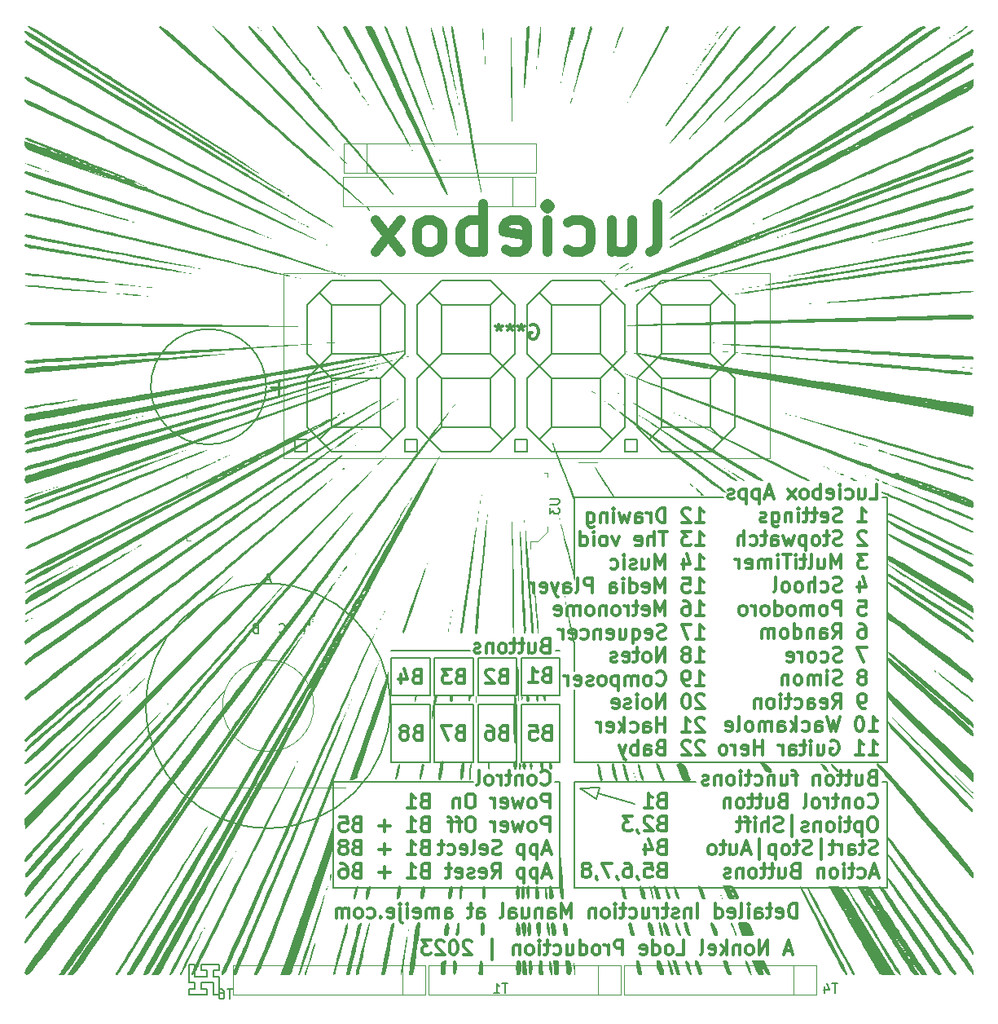
<source format=gbr>
%TF.GenerationSoftware,KiCad,Pcbnew,(6.0.0)*%
%TF.CreationDate,2023-02-05T23:32:21-08:00*%
%TF.ProjectId,Luciebox_v5,4c756369-6562-46f7-985f-76352e6b6963,rev?*%
%TF.SameCoordinates,Original*%
%TF.FileFunction,Legend,Bot*%
%TF.FilePolarity,Positive*%
%FSLAX46Y46*%
G04 Gerber Fmt 4.6, Leading zero omitted, Abs format (unit mm)*
G04 Created by KiCad (PCBNEW (6.0.0)) date 2023-02-05 23:32:21*
%MOMM*%
%LPD*%
G01*
G04 APERTURE LIST*
%ADD10C,0.150000*%
%ADD11C,0.300000*%
%ADD12C,1.000000*%
%ADD13C,0.254000*%
%ADD14C,0.120000*%
%ADD15C,0.100000*%
G04 APERTURE END LIST*
D10*
X7620000Y-86995000D02*
X7620000Y-87630000D01*
X6350000Y-90170000D02*
X4445000Y-90170000D01*
X5715000Y-88900000D02*
X5715000Y-89535000D01*
X46825650Y-69828363D02*
X45149912Y-68721949D01*
X57150000Y-68000000D02*
X44500000Y-68000000D01*
X50800000Y-70300000D02*
X46990000Y-69215000D01*
X5715000Y-86995000D02*
X7620000Y-86995000D01*
X5080000Y-89535000D02*
X5080000Y-88900000D01*
X4445000Y-86995000D02*
X5080000Y-86995000D01*
X19500000Y-68000000D02*
X34000000Y-68000000D01*
X6985000Y-87630000D02*
X6985000Y-88265000D01*
X43000000Y-79000000D02*
X19500000Y-79000000D01*
X4445000Y-88900000D02*
X4445000Y-86995000D01*
X6350000Y-87630000D02*
X5715000Y-87630000D01*
X77000000Y-68000000D02*
X77000000Y-79000000D01*
X44500000Y-66000000D02*
X44500000Y-58500000D01*
X19500000Y-79000000D02*
X19500000Y-68000000D01*
X44500000Y-68000000D02*
X44500000Y-79000000D01*
X42545000Y-54360000D02*
X43000000Y-54360000D01*
X6985000Y-88900000D02*
X5715000Y-88900000D01*
X5080000Y-86995000D02*
X5080000Y-88265000D01*
X29500000Y-60000000D02*
X25500000Y-60000000D01*
X25500000Y-60000000D02*
X25500000Y-66000000D01*
X25500000Y-66000000D02*
X29500000Y-66000000D01*
X29500000Y-66000000D02*
X29500000Y-60000000D01*
X44500000Y-56500000D02*
X44500000Y-53500000D01*
X25500000Y-54360000D02*
X33655000Y-54360000D01*
X6350000Y-88265000D02*
X6350000Y-87630000D01*
X45149912Y-68721949D02*
X47154350Y-68601637D01*
X44500000Y-79000000D02*
X77000000Y-79000000D01*
X6985000Y-88265000D02*
X7620000Y-88265000D01*
X34000000Y-60000000D02*
X30000000Y-60000000D01*
X30000000Y-60000000D02*
X30000000Y-66000000D01*
X30000000Y-66000000D02*
X34000000Y-66000000D01*
X34000000Y-66000000D02*
X34000000Y-60000000D01*
X25405101Y-60140000D02*
G75*
G03*
X25405101Y-60140000I-12705101J0D01*
G01*
X44500000Y-46500000D02*
X44500000Y-38500000D01*
X38500000Y-60000000D02*
X34500000Y-60000000D01*
X34500000Y-60000000D02*
X34500000Y-66000000D01*
X34500000Y-66000000D02*
X38500000Y-66000000D01*
X38500000Y-66000000D02*
X38500000Y-60000000D01*
X6350000Y-89535000D02*
X6350000Y-90170000D01*
X5715000Y-87630000D02*
X5715000Y-86995000D01*
X77000000Y-66000000D02*
X44500000Y-66000000D01*
X4445000Y-90170000D02*
X4445000Y-89535000D01*
X5080000Y-88900000D02*
X4445000Y-88900000D01*
X43000000Y-68000000D02*
X43000000Y-79000000D01*
X7620000Y-87630000D02*
X6985000Y-87630000D01*
X7620000Y-88265000D02*
X7620000Y-90170000D01*
X38500000Y-55130200D02*
X34500000Y-55130200D01*
X34500000Y-55130200D02*
X34500000Y-59020200D01*
X34500000Y-59020200D02*
X38500000Y-59020200D01*
X38500000Y-59020200D02*
X38500000Y-55130200D01*
X44500000Y-38500000D02*
X60000000Y-38500000D01*
X47154350Y-68601637D02*
X46825650Y-69828363D01*
X5080000Y-88265000D02*
X6350000Y-88265000D01*
X4445000Y-89535000D02*
X5080000Y-89535000D01*
X34000000Y-55130200D02*
X30000000Y-55130200D01*
X30000000Y-55130200D02*
X30000000Y-59020200D01*
X30000000Y-59020200D02*
X34000000Y-59020200D01*
X34000000Y-59020200D02*
X34000000Y-55130200D01*
X76500000Y-68000000D02*
X77000000Y-68000000D01*
X43000000Y-55130200D02*
X39000000Y-55130200D01*
X39000000Y-55130200D02*
X39000000Y-59020200D01*
X39000000Y-59020200D02*
X43000000Y-59020200D01*
X43000000Y-59020200D02*
X43000000Y-55130200D01*
X5715000Y-89535000D02*
X6350000Y-89535000D01*
X29500000Y-55130200D02*
X25500000Y-55130200D01*
X25500000Y-55130200D02*
X25500000Y-59020200D01*
X25500000Y-59020200D02*
X29500000Y-59020200D01*
X29500000Y-59020200D02*
X29500000Y-55130200D01*
X7620000Y-90170000D02*
X6985000Y-90170000D01*
X76500000Y-38500000D02*
X77000000Y-38500000D01*
X42500000Y-68000000D02*
X43000000Y-68000000D01*
X6985000Y-90170000D02*
X6985000Y-88900000D01*
X43000000Y-60000000D02*
X39000000Y-60000000D01*
X39000000Y-60000000D02*
X39000000Y-66000000D01*
X39000000Y-66000000D02*
X43000000Y-66000000D01*
X43000000Y-66000000D02*
X43000000Y-60000000D01*
X77000000Y-38500000D02*
X77000000Y-66000000D01*
D11*
X37107142Y-57042857D02*
X36892857Y-57114285D01*
X36821428Y-57185714D01*
X36750000Y-57328571D01*
X36750000Y-57542857D01*
X36821428Y-57685714D01*
X36892857Y-57757142D01*
X37035714Y-57828571D01*
X37607142Y-57828571D01*
X37607142Y-56328571D01*
X37107142Y-56328571D01*
X36964285Y-56400000D01*
X36892857Y-56471428D01*
X36821428Y-56614285D01*
X36821428Y-56757142D01*
X36892857Y-56900000D01*
X36964285Y-56971428D01*
X37107142Y-57042857D01*
X37607142Y-57042857D01*
X36178571Y-56471428D02*
X36107142Y-56400000D01*
X35964285Y-56328571D01*
X35607142Y-56328571D01*
X35464285Y-56400000D01*
X35392857Y-56471428D01*
X35321428Y-56614285D01*
X35321428Y-56757142D01*
X35392857Y-56971428D01*
X36250000Y-57828571D01*
X35321428Y-57828571D01*
X75233571Y-38646071D02*
X75947857Y-38646071D01*
X75947857Y-37146071D01*
X74090714Y-37646071D02*
X74090714Y-38646071D01*
X74733571Y-37646071D02*
X74733571Y-38431785D01*
X74662142Y-38574642D01*
X74519285Y-38646071D01*
X74305000Y-38646071D01*
X74162142Y-38574642D01*
X74090714Y-38503214D01*
X72733571Y-38574642D02*
X72876428Y-38646071D01*
X73162142Y-38646071D01*
X73305000Y-38574642D01*
X73376428Y-38503214D01*
X73447857Y-38360357D01*
X73447857Y-37931785D01*
X73376428Y-37788928D01*
X73305000Y-37717500D01*
X73162142Y-37646071D01*
X72876428Y-37646071D01*
X72733571Y-37717500D01*
X72090714Y-38646071D02*
X72090714Y-37646071D01*
X72090714Y-37146071D02*
X72162142Y-37217500D01*
X72090714Y-37288928D01*
X72019285Y-37217500D01*
X72090714Y-37146071D01*
X72090714Y-37288928D01*
X70805000Y-38574642D02*
X70947857Y-38646071D01*
X71233571Y-38646071D01*
X71376428Y-38574642D01*
X71447857Y-38431785D01*
X71447857Y-37860357D01*
X71376428Y-37717500D01*
X71233571Y-37646071D01*
X70947857Y-37646071D01*
X70805000Y-37717500D01*
X70733571Y-37860357D01*
X70733571Y-38003214D01*
X71447857Y-38146071D01*
X70090714Y-38646071D02*
X70090714Y-37146071D01*
X70090714Y-37717500D02*
X69947857Y-37646071D01*
X69662142Y-37646071D01*
X69519285Y-37717500D01*
X69447857Y-37788928D01*
X69376428Y-37931785D01*
X69376428Y-38360357D01*
X69447857Y-38503214D01*
X69519285Y-38574642D01*
X69662142Y-38646071D01*
X69947857Y-38646071D01*
X70090714Y-38574642D01*
X68519285Y-38646071D02*
X68662142Y-38574642D01*
X68733571Y-38503214D01*
X68805000Y-38360357D01*
X68805000Y-37931785D01*
X68733571Y-37788928D01*
X68662142Y-37717500D01*
X68519285Y-37646071D01*
X68305000Y-37646071D01*
X68162142Y-37717500D01*
X68090714Y-37788928D01*
X68019285Y-37931785D01*
X68019285Y-38360357D01*
X68090714Y-38503214D01*
X68162142Y-38574642D01*
X68305000Y-38646071D01*
X68519285Y-38646071D01*
X67519285Y-38646071D02*
X66733571Y-37646071D01*
X67519285Y-37646071D02*
X66733571Y-38646071D01*
X65090714Y-38217500D02*
X64376428Y-38217500D01*
X65233571Y-38646071D02*
X64733571Y-37146071D01*
X64233571Y-38646071D01*
X63733571Y-37646071D02*
X63733571Y-39146071D01*
X63733571Y-37717500D02*
X63590714Y-37646071D01*
X63305000Y-37646071D01*
X63162142Y-37717500D01*
X63090714Y-37788928D01*
X63019285Y-37931785D01*
X63019285Y-38360357D01*
X63090714Y-38503214D01*
X63162142Y-38574642D01*
X63305000Y-38646071D01*
X63590714Y-38646071D01*
X63733571Y-38574642D01*
X62376428Y-37646071D02*
X62376428Y-39146071D01*
X62376428Y-37717500D02*
X62233571Y-37646071D01*
X61947857Y-37646071D01*
X61805000Y-37717500D01*
X61733571Y-37788928D01*
X61662142Y-37931785D01*
X61662142Y-38360357D01*
X61733571Y-38503214D01*
X61805000Y-38574642D01*
X61947857Y-38646071D01*
X62233571Y-38646071D01*
X62376428Y-38574642D01*
X61090714Y-38574642D02*
X60947857Y-38646071D01*
X60662142Y-38646071D01*
X60519285Y-38574642D01*
X60447857Y-38431785D01*
X60447857Y-38360357D01*
X60519285Y-38217500D01*
X60662142Y-38146071D01*
X60876428Y-38146071D01*
X61019285Y-38074642D01*
X61090714Y-37931785D01*
X61090714Y-37860357D01*
X61019285Y-37717500D01*
X60876428Y-37646071D01*
X60662142Y-37646071D01*
X60519285Y-37717500D01*
X74019285Y-41061071D02*
X74876428Y-41061071D01*
X74447857Y-41061071D02*
X74447857Y-39561071D01*
X74590714Y-39775357D01*
X74733571Y-39918214D01*
X74876428Y-39989642D01*
X72305000Y-40989642D02*
X72090714Y-41061071D01*
X71733571Y-41061071D01*
X71590714Y-40989642D01*
X71519285Y-40918214D01*
X71447857Y-40775357D01*
X71447857Y-40632500D01*
X71519285Y-40489642D01*
X71590714Y-40418214D01*
X71733571Y-40346785D01*
X72019285Y-40275357D01*
X72162142Y-40203928D01*
X72233571Y-40132500D01*
X72305000Y-39989642D01*
X72305000Y-39846785D01*
X72233571Y-39703928D01*
X72162142Y-39632500D01*
X72019285Y-39561071D01*
X71662142Y-39561071D01*
X71447857Y-39632500D01*
X70233571Y-40989642D02*
X70376428Y-41061071D01*
X70662142Y-41061071D01*
X70805000Y-40989642D01*
X70876428Y-40846785D01*
X70876428Y-40275357D01*
X70805000Y-40132500D01*
X70662142Y-40061071D01*
X70376428Y-40061071D01*
X70233571Y-40132500D01*
X70162142Y-40275357D01*
X70162142Y-40418214D01*
X70876428Y-40561071D01*
X69733571Y-40061071D02*
X69162142Y-40061071D01*
X69519285Y-39561071D02*
X69519285Y-40846785D01*
X69447857Y-40989642D01*
X69305000Y-41061071D01*
X69162142Y-41061071D01*
X68876428Y-40061071D02*
X68305000Y-40061071D01*
X68662142Y-39561071D02*
X68662142Y-40846785D01*
X68590714Y-40989642D01*
X68447857Y-41061071D01*
X68305000Y-41061071D01*
X67805000Y-41061071D02*
X67805000Y-40061071D01*
X67805000Y-39561071D02*
X67876428Y-39632500D01*
X67805000Y-39703928D01*
X67733571Y-39632500D01*
X67805000Y-39561071D01*
X67805000Y-39703928D01*
X67090714Y-40061071D02*
X67090714Y-41061071D01*
X67090714Y-40203928D02*
X67019285Y-40132500D01*
X66876428Y-40061071D01*
X66662142Y-40061071D01*
X66519285Y-40132500D01*
X66447857Y-40275357D01*
X66447857Y-41061071D01*
X65090714Y-40061071D02*
X65090714Y-41275357D01*
X65162142Y-41418214D01*
X65233571Y-41489642D01*
X65376428Y-41561071D01*
X65590714Y-41561071D01*
X65733571Y-41489642D01*
X65090714Y-40989642D02*
X65233571Y-41061071D01*
X65519285Y-41061071D01*
X65662142Y-40989642D01*
X65733571Y-40918214D01*
X65805000Y-40775357D01*
X65805000Y-40346785D01*
X65733571Y-40203928D01*
X65662142Y-40132500D01*
X65519285Y-40061071D01*
X65233571Y-40061071D01*
X65090714Y-40132500D01*
X64447857Y-40989642D02*
X64305000Y-41061071D01*
X64019285Y-41061071D01*
X63876428Y-40989642D01*
X63805000Y-40846785D01*
X63805000Y-40775357D01*
X63876428Y-40632500D01*
X64019285Y-40561071D01*
X64233571Y-40561071D01*
X64376428Y-40489642D01*
X64447857Y-40346785D01*
X64447857Y-40275357D01*
X64376428Y-40132500D01*
X64233571Y-40061071D01*
X64019285Y-40061071D01*
X63876428Y-40132500D01*
X74876428Y-42118928D02*
X74805000Y-42047500D01*
X74662142Y-41976071D01*
X74305000Y-41976071D01*
X74162142Y-42047500D01*
X74090714Y-42118928D01*
X74019285Y-42261785D01*
X74019285Y-42404642D01*
X74090714Y-42618928D01*
X74947857Y-43476071D01*
X74019285Y-43476071D01*
X72305000Y-43404642D02*
X72090714Y-43476071D01*
X71733571Y-43476071D01*
X71590714Y-43404642D01*
X71519285Y-43333214D01*
X71447857Y-43190357D01*
X71447857Y-43047500D01*
X71519285Y-42904642D01*
X71590714Y-42833214D01*
X71733571Y-42761785D01*
X72019285Y-42690357D01*
X72162142Y-42618928D01*
X72233571Y-42547500D01*
X72305000Y-42404642D01*
X72305000Y-42261785D01*
X72233571Y-42118928D01*
X72162142Y-42047500D01*
X72019285Y-41976071D01*
X71662142Y-41976071D01*
X71447857Y-42047500D01*
X71019285Y-42476071D02*
X70447857Y-42476071D01*
X70805000Y-41976071D02*
X70805000Y-43261785D01*
X70733571Y-43404642D01*
X70590714Y-43476071D01*
X70447857Y-43476071D01*
X69733571Y-43476071D02*
X69876428Y-43404642D01*
X69947857Y-43333214D01*
X70019285Y-43190357D01*
X70019285Y-42761785D01*
X69947857Y-42618928D01*
X69876428Y-42547500D01*
X69733571Y-42476071D01*
X69519285Y-42476071D01*
X69376428Y-42547500D01*
X69305000Y-42618928D01*
X69233571Y-42761785D01*
X69233571Y-43190357D01*
X69305000Y-43333214D01*
X69376428Y-43404642D01*
X69519285Y-43476071D01*
X69733571Y-43476071D01*
X68590714Y-42476071D02*
X68590714Y-43976071D01*
X68590714Y-42547500D02*
X68447857Y-42476071D01*
X68162142Y-42476071D01*
X68019285Y-42547500D01*
X67947857Y-42618928D01*
X67876428Y-42761785D01*
X67876428Y-43190357D01*
X67947857Y-43333214D01*
X68019285Y-43404642D01*
X68162142Y-43476071D01*
X68447857Y-43476071D01*
X68590714Y-43404642D01*
X67376428Y-42476071D02*
X67090714Y-43476071D01*
X66805000Y-42761785D01*
X66519285Y-43476071D01*
X66233571Y-42476071D01*
X65019285Y-43476071D02*
X65019285Y-42690357D01*
X65090714Y-42547500D01*
X65233571Y-42476071D01*
X65519285Y-42476071D01*
X65662142Y-42547500D01*
X65019285Y-43404642D02*
X65162142Y-43476071D01*
X65519285Y-43476071D01*
X65662142Y-43404642D01*
X65733571Y-43261785D01*
X65733571Y-43118928D01*
X65662142Y-42976071D01*
X65519285Y-42904642D01*
X65162142Y-42904642D01*
X65019285Y-42833214D01*
X64519285Y-42476071D02*
X63947857Y-42476071D01*
X64305000Y-41976071D02*
X64305000Y-43261785D01*
X64233571Y-43404642D01*
X64090714Y-43476071D01*
X63947857Y-43476071D01*
X62805000Y-43404642D02*
X62947857Y-43476071D01*
X63233571Y-43476071D01*
X63376428Y-43404642D01*
X63447857Y-43333214D01*
X63519285Y-43190357D01*
X63519285Y-42761785D01*
X63447857Y-42618928D01*
X63376428Y-42547500D01*
X63233571Y-42476071D01*
X62947857Y-42476071D01*
X62805000Y-42547500D01*
X62162142Y-43476071D02*
X62162142Y-41976071D01*
X61519285Y-43476071D02*
X61519285Y-42690357D01*
X61590714Y-42547500D01*
X61733571Y-42476071D01*
X61947857Y-42476071D01*
X62090714Y-42547500D01*
X62162142Y-42618928D01*
X74947857Y-44391071D02*
X74019285Y-44391071D01*
X74519285Y-44962500D01*
X74305000Y-44962500D01*
X74162142Y-45033928D01*
X74090714Y-45105357D01*
X74019285Y-45248214D01*
X74019285Y-45605357D01*
X74090714Y-45748214D01*
X74162142Y-45819642D01*
X74305000Y-45891071D01*
X74733571Y-45891071D01*
X74876428Y-45819642D01*
X74947857Y-45748214D01*
X72233571Y-45891071D02*
X72233571Y-44391071D01*
X71733571Y-45462500D01*
X71233571Y-44391071D01*
X71233571Y-45891071D01*
X69876428Y-44891071D02*
X69876428Y-45891071D01*
X70519285Y-44891071D02*
X70519285Y-45676785D01*
X70447857Y-45819642D01*
X70305000Y-45891071D01*
X70090714Y-45891071D01*
X69947857Y-45819642D01*
X69876428Y-45748214D01*
X68947857Y-45891071D02*
X69090714Y-45819642D01*
X69162142Y-45676785D01*
X69162142Y-44391071D01*
X68590714Y-44891071D02*
X68019285Y-44891071D01*
X68376428Y-44391071D02*
X68376428Y-45676785D01*
X68305000Y-45819642D01*
X68162142Y-45891071D01*
X68019285Y-45891071D01*
X67519285Y-45891071D02*
X67519285Y-44891071D01*
X67519285Y-44391071D02*
X67590714Y-44462500D01*
X67519285Y-44533928D01*
X67447857Y-44462500D01*
X67519285Y-44391071D01*
X67519285Y-44533928D01*
X67019285Y-44391071D02*
X66162142Y-44391071D01*
X66590714Y-45891071D02*
X66590714Y-44391071D01*
X65662142Y-45891071D02*
X65662142Y-44891071D01*
X65662142Y-44391071D02*
X65733571Y-44462500D01*
X65662142Y-44533928D01*
X65590714Y-44462500D01*
X65662142Y-44391071D01*
X65662142Y-44533928D01*
X64947857Y-45891071D02*
X64947857Y-44891071D01*
X64947857Y-45033928D02*
X64876428Y-44962500D01*
X64733571Y-44891071D01*
X64519285Y-44891071D01*
X64376428Y-44962500D01*
X64305000Y-45105357D01*
X64305000Y-45891071D01*
X64305000Y-45105357D02*
X64233571Y-44962500D01*
X64090714Y-44891071D01*
X63876428Y-44891071D01*
X63733571Y-44962500D01*
X63662142Y-45105357D01*
X63662142Y-45891071D01*
X62376428Y-45819642D02*
X62519285Y-45891071D01*
X62805000Y-45891071D01*
X62947857Y-45819642D01*
X63019285Y-45676785D01*
X63019285Y-45105357D01*
X62947857Y-44962500D01*
X62805000Y-44891071D01*
X62519285Y-44891071D01*
X62376428Y-44962500D01*
X62305000Y-45105357D01*
X62305000Y-45248214D01*
X63019285Y-45391071D01*
X61662142Y-45891071D02*
X61662142Y-44891071D01*
X61662142Y-45176785D02*
X61590714Y-45033928D01*
X61519285Y-44962500D01*
X61376428Y-44891071D01*
X61233571Y-44891071D01*
X74162142Y-47306071D02*
X74162142Y-48306071D01*
X74519285Y-46734642D02*
X74876428Y-47806071D01*
X73947857Y-47806071D01*
X72305000Y-48234642D02*
X72090714Y-48306071D01*
X71733571Y-48306071D01*
X71590714Y-48234642D01*
X71519285Y-48163214D01*
X71447857Y-48020357D01*
X71447857Y-47877500D01*
X71519285Y-47734642D01*
X71590714Y-47663214D01*
X71733571Y-47591785D01*
X72019285Y-47520357D01*
X72162142Y-47448928D01*
X72233571Y-47377500D01*
X72305000Y-47234642D01*
X72305000Y-47091785D01*
X72233571Y-46948928D01*
X72162142Y-46877500D01*
X72019285Y-46806071D01*
X71662142Y-46806071D01*
X71447857Y-46877500D01*
X70162142Y-48234642D02*
X70305000Y-48306071D01*
X70590714Y-48306071D01*
X70733571Y-48234642D01*
X70805000Y-48163214D01*
X70876428Y-48020357D01*
X70876428Y-47591785D01*
X70805000Y-47448928D01*
X70733571Y-47377500D01*
X70590714Y-47306071D01*
X70305000Y-47306071D01*
X70162142Y-47377500D01*
X69519285Y-48306071D02*
X69519285Y-46806071D01*
X68876428Y-48306071D02*
X68876428Y-47520357D01*
X68947857Y-47377500D01*
X69090714Y-47306071D01*
X69305000Y-47306071D01*
X69447857Y-47377500D01*
X69519285Y-47448928D01*
X67947857Y-48306071D02*
X68090714Y-48234642D01*
X68162142Y-48163214D01*
X68233571Y-48020357D01*
X68233571Y-47591785D01*
X68162142Y-47448928D01*
X68090714Y-47377500D01*
X67947857Y-47306071D01*
X67733571Y-47306071D01*
X67590714Y-47377500D01*
X67519285Y-47448928D01*
X67447857Y-47591785D01*
X67447857Y-48020357D01*
X67519285Y-48163214D01*
X67590714Y-48234642D01*
X67733571Y-48306071D01*
X67947857Y-48306071D01*
X66590714Y-48306071D02*
X66733571Y-48234642D01*
X66805000Y-48163214D01*
X66876428Y-48020357D01*
X66876428Y-47591785D01*
X66805000Y-47448928D01*
X66733571Y-47377500D01*
X66590714Y-47306071D01*
X66376428Y-47306071D01*
X66233571Y-47377500D01*
X66162142Y-47448928D01*
X66090714Y-47591785D01*
X66090714Y-48020357D01*
X66162142Y-48163214D01*
X66233571Y-48234642D01*
X66376428Y-48306071D01*
X66590714Y-48306071D01*
X65233571Y-48306071D02*
X65376428Y-48234642D01*
X65447857Y-48091785D01*
X65447857Y-46806071D01*
X74090714Y-49221071D02*
X74805000Y-49221071D01*
X74876428Y-49935357D01*
X74805000Y-49863928D01*
X74662142Y-49792500D01*
X74305000Y-49792500D01*
X74162142Y-49863928D01*
X74090714Y-49935357D01*
X74019285Y-50078214D01*
X74019285Y-50435357D01*
X74090714Y-50578214D01*
X74162142Y-50649642D01*
X74305000Y-50721071D01*
X74662142Y-50721071D01*
X74805000Y-50649642D01*
X74876428Y-50578214D01*
X72233571Y-50721071D02*
X72233571Y-49221071D01*
X71662142Y-49221071D01*
X71519285Y-49292500D01*
X71447857Y-49363928D01*
X71376428Y-49506785D01*
X71376428Y-49721071D01*
X71447857Y-49863928D01*
X71519285Y-49935357D01*
X71662142Y-50006785D01*
X72233571Y-50006785D01*
X70519285Y-50721071D02*
X70662142Y-50649642D01*
X70733571Y-50578214D01*
X70805000Y-50435357D01*
X70805000Y-50006785D01*
X70733571Y-49863928D01*
X70662142Y-49792500D01*
X70519285Y-49721071D01*
X70305000Y-49721071D01*
X70162142Y-49792500D01*
X70090714Y-49863928D01*
X70019285Y-50006785D01*
X70019285Y-50435357D01*
X70090714Y-50578214D01*
X70162142Y-50649642D01*
X70305000Y-50721071D01*
X70519285Y-50721071D01*
X69376428Y-50721071D02*
X69376428Y-49721071D01*
X69376428Y-49863928D02*
X69305000Y-49792500D01*
X69162142Y-49721071D01*
X68947857Y-49721071D01*
X68805000Y-49792500D01*
X68733571Y-49935357D01*
X68733571Y-50721071D01*
X68733571Y-49935357D02*
X68662142Y-49792500D01*
X68519285Y-49721071D01*
X68305000Y-49721071D01*
X68162142Y-49792500D01*
X68090714Y-49935357D01*
X68090714Y-50721071D01*
X67162142Y-50721071D02*
X67305000Y-50649642D01*
X67376428Y-50578214D01*
X67447857Y-50435357D01*
X67447857Y-50006785D01*
X67376428Y-49863928D01*
X67305000Y-49792500D01*
X67162142Y-49721071D01*
X66947857Y-49721071D01*
X66805000Y-49792500D01*
X66733571Y-49863928D01*
X66662142Y-50006785D01*
X66662142Y-50435357D01*
X66733571Y-50578214D01*
X66805000Y-50649642D01*
X66947857Y-50721071D01*
X67162142Y-50721071D01*
X65376428Y-50721071D02*
X65376428Y-49221071D01*
X65376428Y-50649642D02*
X65519285Y-50721071D01*
X65805000Y-50721071D01*
X65947857Y-50649642D01*
X66019285Y-50578214D01*
X66090714Y-50435357D01*
X66090714Y-50006785D01*
X66019285Y-49863928D01*
X65947857Y-49792500D01*
X65805000Y-49721071D01*
X65519285Y-49721071D01*
X65376428Y-49792500D01*
X64447857Y-50721071D02*
X64590714Y-50649642D01*
X64662142Y-50578214D01*
X64733571Y-50435357D01*
X64733571Y-50006785D01*
X64662142Y-49863928D01*
X64590714Y-49792500D01*
X64447857Y-49721071D01*
X64233571Y-49721071D01*
X64090714Y-49792500D01*
X64019285Y-49863928D01*
X63947857Y-50006785D01*
X63947857Y-50435357D01*
X64019285Y-50578214D01*
X64090714Y-50649642D01*
X64233571Y-50721071D01*
X64447857Y-50721071D01*
X63305000Y-50721071D02*
X63305000Y-49721071D01*
X63305000Y-50006785D02*
X63233571Y-49863928D01*
X63162142Y-49792500D01*
X63019285Y-49721071D01*
X62876428Y-49721071D01*
X62162142Y-50721071D02*
X62305000Y-50649642D01*
X62376428Y-50578214D01*
X62447857Y-50435357D01*
X62447857Y-50006785D01*
X62376428Y-49863928D01*
X62305000Y-49792500D01*
X62162142Y-49721071D01*
X61947857Y-49721071D01*
X61805000Y-49792500D01*
X61733571Y-49863928D01*
X61662142Y-50006785D01*
X61662142Y-50435357D01*
X61733571Y-50578214D01*
X61805000Y-50649642D01*
X61947857Y-50721071D01*
X62162142Y-50721071D01*
X74162142Y-51636071D02*
X74447857Y-51636071D01*
X74590714Y-51707500D01*
X74662142Y-51778928D01*
X74805000Y-51993214D01*
X74876428Y-52278928D01*
X74876428Y-52850357D01*
X74805000Y-52993214D01*
X74733571Y-53064642D01*
X74590714Y-53136071D01*
X74305000Y-53136071D01*
X74162142Y-53064642D01*
X74090714Y-52993214D01*
X74019285Y-52850357D01*
X74019285Y-52493214D01*
X74090714Y-52350357D01*
X74162142Y-52278928D01*
X74305000Y-52207500D01*
X74590714Y-52207500D01*
X74733571Y-52278928D01*
X74805000Y-52350357D01*
X74876428Y-52493214D01*
X71376428Y-53136071D02*
X71876428Y-52421785D01*
X72233571Y-53136071D02*
X72233571Y-51636071D01*
X71662142Y-51636071D01*
X71519285Y-51707500D01*
X71447857Y-51778928D01*
X71376428Y-51921785D01*
X71376428Y-52136071D01*
X71447857Y-52278928D01*
X71519285Y-52350357D01*
X71662142Y-52421785D01*
X72233571Y-52421785D01*
X70090714Y-53136071D02*
X70090714Y-52350357D01*
X70162142Y-52207500D01*
X70305000Y-52136071D01*
X70590714Y-52136071D01*
X70733571Y-52207500D01*
X70090714Y-53064642D02*
X70233571Y-53136071D01*
X70590714Y-53136071D01*
X70733571Y-53064642D01*
X70805000Y-52921785D01*
X70805000Y-52778928D01*
X70733571Y-52636071D01*
X70590714Y-52564642D01*
X70233571Y-52564642D01*
X70090714Y-52493214D01*
X69376428Y-52136071D02*
X69376428Y-53136071D01*
X69376428Y-52278928D02*
X69305000Y-52207500D01*
X69162142Y-52136071D01*
X68947857Y-52136071D01*
X68805000Y-52207500D01*
X68733571Y-52350357D01*
X68733571Y-53136071D01*
X67376428Y-53136071D02*
X67376428Y-51636071D01*
X67376428Y-53064642D02*
X67519285Y-53136071D01*
X67805000Y-53136071D01*
X67947857Y-53064642D01*
X68019285Y-52993214D01*
X68090714Y-52850357D01*
X68090714Y-52421785D01*
X68019285Y-52278928D01*
X67947857Y-52207500D01*
X67805000Y-52136071D01*
X67519285Y-52136071D01*
X67376428Y-52207500D01*
X66447857Y-53136071D02*
X66590714Y-53064642D01*
X66662142Y-52993214D01*
X66733571Y-52850357D01*
X66733571Y-52421785D01*
X66662142Y-52278928D01*
X66590714Y-52207500D01*
X66447857Y-52136071D01*
X66233571Y-52136071D01*
X66090714Y-52207500D01*
X66019285Y-52278928D01*
X65947857Y-52421785D01*
X65947857Y-52850357D01*
X66019285Y-52993214D01*
X66090714Y-53064642D01*
X66233571Y-53136071D01*
X66447857Y-53136071D01*
X65305000Y-53136071D02*
X65305000Y-52136071D01*
X65305000Y-52278928D02*
X65233571Y-52207500D01*
X65090714Y-52136071D01*
X64876428Y-52136071D01*
X64733571Y-52207500D01*
X64662142Y-52350357D01*
X64662142Y-53136071D01*
X64662142Y-52350357D02*
X64590714Y-52207500D01*
X64447857Y-52136071D01*
X64233571Y-52136071D01*
X64090714Y-52207500D01*
X64019285Y-52350357D01*
X64019285Y-53136071D01*
X74947857Y-54051071D02*
X73947857Y-54051071D01*
X74590714Y-55551071D01*
X72305000Y-55479642D02*
X72090714Y-55551071D01*
X71733571Y-55551071D01*
X71590714Y-55479642D01*
X71519285Y-55408214D01*
X71447857Y-55265357D01*
X71447857Y-55122500D01*
X71519285Y-54979642D01*
X71590714Y-54908214D01*
X71733571Y-54836785D01*
X72019285Y-54765357D01*
X72162142Y-54693928D01*
X72233571Y-54622500D01*
X72305000Y-54479642D01*
X72305000Y-54336785D01*
X72233571Y-54193928D01*
X72162142Y-54122500D01*
X72019285Y-54051071D01*
X71662142Y-54051071D01*
X71447857Y-54122500D01*
X70162142Y-55479642D02*
X70305000Y-55551071D01*
X70590714Y-55551071D01*
X70733571Y-55479642D01*
X70805000Y-55408214D01*
X70876428Y-55265357D01*
X70876428Y-54836785D01*
X70805000Y-54693928D01*
X70733571Y-54622500D01*
X70590714Y-54551071D01*
X70305000Y-54551071D01*
X70162142Y-54622500D01*
X69305000Y-55551071D02*
X69447857Y-55479642D01*
X69519285Y-55408214D01*
X69590714Y-55265357D01*
X69590714Y-54836785D01*
X69519285Y-54693928D01*
X69447857Y-54622500D01*
X69305000Y-54551071D01*
X69090714Y-54551071D01*
X68947857Y-54622500D01*
X68876428Y-54693928D01*
X68805000Y-54836785D01*
X68805000Y-55265357D01*
X68876428Y-55408214D01*
X68947857Y-55479642D01*
X69090714Y-55551071D01*
X69305000Y-55551071D01*
X68162142Y-55551071D02*
X68162142Y-54551071D01*
X68162142Y-54836785D02*
X68090714Y-54693928D01*
X68019285Y-54622500D01*
X67876428Y-54551071D01*
X67733571Y-54551071D01*
X66662142Y-55479642D02*
X66805000Y-55551071D01*
X67090714Y-55551071D01*
X67233571Y-55479642D01*
X67305000Y-55336785D01*
X67305000Y-54765357D01*
X67233571Y-54622500D01*
X67090714Y-54551071D01*
X66805000Y-54551071D01*
X66662142Y-54622500D01*
X66590714Y-54765357D01*
X66590714Y-54908214D01*
X67305000Y-55051071D01*
X74590714Y-57108928D02*
X74733571Y-57037500D01*
X74805000Y-56966071D01*
X74876428Y-56823214D01*
X74876428Y-56751785D01*
X74805000Y-56608928D01*
X74733571Y-56537500D01*
X74590714Y-56466071D01*
X74305000Y-56466071D01*
X74162142Y-56537500D01*
X74090714Y-56608928D01*
X74019285Y-56751785D01*
X74019285Y-56823214D01*
X74090714Y-56966071D01*
X74162142Y-57037500D01*
X74305000Y-57108928D01*
X74590714Y-57108928D01*
X74733571Y-57180357D01*
X74805000Y-57251785D01*
X74876428Y-57394642D01*
X74876428Y-57680357D01*
X74805000Y-57823214D01*
X74733571Y-57894642D01*
X74590714Y-57966071D01*
X74305000Y-57966071D01*
X74162142Y-57894642D01*
X74090714Y-57823214D01*
X74019285Y-57680357D01*
X74019285Y-57394642D01*
X74090714Y-57251785D01*
X74162142Y-57180357D01*
X74305000Y-57108928D01*
X72305000Y-57894642D02*
X72090714Y-57966071D01*
X71733571Y-57966071D01*
X71590714Y-57894642D01*
X71519285Y-57823214D01*
X71447857Y-57680357D01*
X71447857Y-57537500D01*
X71519285Y-57394642D01*
X71590714Y-57323214D01*
X71733571Y-57251785D01*
X72019285Y-57180357D01*
X72162142Y-57108928D01*
X72233571Y-57037500D01*
X72305000Y-56894642D01*
X72305000Y-56751785D01*
X72233571Y-56608928D01*
X72162142Y-56537500D01*
X72019285Y-56466071D01*
X71662142Y-56466071D01*
X71447857Y-56537500D01*
X70805000Y-57966071D02*
X70805000Y-56966071D01*
X70805000Y-56466071D02*
X70876428Y-56537500D01*
X70805000Y-56608928D01*
X70733571Y-56537500D01*
X70805000Y-56466071D01*
X70805000Y-56608928D01*
X70090714Y-57966071D02*
X70090714Y-56966071D01*
X70090714Y-57108928D02*
X70019285Y-57037500D01*
X69876428Y-56966071D01*
X69662142Y-56966071D01*
X69519285Y-57037500D01*
X69447857Y-57180357D01*
X69447857Y-57966071D01*
X69447857Y-57180357D02*
X69376428Y-57037500D01*
X69233571Y-56966071D01*
X69019285Y-56966071D01*
X68876428Y-57037500D01*
X68805000Y-57180357D01*
X68805000Y-57966071D01*
X67876428Y-57966071D02*
X68019285Y-57894642D01*
X68090714Y-57823214D01*
X68162142Y-57680357D01*
X68162142Y-57251785D01*
X68090714Y-57108928D01*
X68019285Y-57037500D01*
X67876428Y-56966071D01*
X67662142Y-56966071D01*
X67519285Y-57037500D01*
X67447857Y-57108928D01*
X67376428Y-57251785D01*
X67376428Y-57680357D01*
X67447857Y-57823214D01*
X67519285Y-57894642D01*
X67662142Y-57966071D01*
X67876428Y-57966071D01*
X66733571Y-56966071D02*
X66733571Y-57966071D01*
X66733571Y-57108928D02*
X66662142Y-57037500D01*
X66519285Y-56966071D01*
X66305000Y-56966071D01*
X66162142Y-57037500D01*
X66090714Y-57180357D01*
X66090714Y-57966071D01*
X74733571Y-60381071D02*
X74447857Y-60381071D01*
X74305000Y-60309642D01*
X74233571Y-60238214D01*
X74090714Y-60023928D01*
X74019285Y-59738214D01*
X74019285Y-59166785D01*
X74090714Y-59023928D01*
X74162142Y-58952500D01*
X74305000Y-58881071D01*
X74590714Y-58881071D01*
X74733571Y-58952500D01*
X74805000Y-59023928D01*
X74876428Y-59166785D01*
X74876428Y-59523928D01*
X74805000Y-59666785D01*
X74733571Y-59738214D01*
X74590714Y-59809642D01*
X74305000Y-59809642D01*
X74162142Y-59738214D01*
X74090714Y-59666785D01*
X74019285Y-59523928D01*
X71376428Y-60381071D02*
X71876428Y-59666785D01*
X72233571Y-60381071D02*
X72233571Y-58881071D01*
X71662142Y-58881071D01*
X71519285Y-58952500D01*
X71447857Y-59023928D01*
X71376428Y-59166785D01*
X71376428Y-59381071D01*
X71447857Y-59523928D01*
X71519285Y-59595357D01*
X71662142Y-59666785D01*
X72233571Y-59666785D01*
X70162142Y-60309642D02*
X70305000Y-60381071D01*
X70590714Y-60381071D01*
X70733571Y-60309642D01*
X70805000Y-60166785D01*
X70805000Y-59595357D01*
X70733571Y-59452500D01*
X70590714Y-59381071D01*
X70305000Y-59381071D01*
X70162142Y-59452500D01*
X70090714Y-59595357D01*
X70090714Y-59738214D01*
X70805000Y-59881071D01*
X68805000Y-60381071D02*
X68805000Y-59595357D01*
X68876428Y-59452500D01*
X69019285Y-59381071D01*
X69305000Y-59381071D01*
X69447857Y-59452500D01*
X68805000Y-60309642D02*
X68947857Y-60381071D01*
X69305000Y-60381071D01*
X69447857Y-60309642D01*
X69519285Y-60166785D01*
X69519285Y-60023928D01*
X69447857Y-59881071D01*
X69305000Y-59809642D01*
X68947857Y-59809642D01*
X68805000Y-59738214D01*
X67447857Y-60309642D02*
X67590714Y-60381071D01*
X67876428Y-60381071D01*
X68019285Y-60309642D01*
X68090714Y-60238214D01*
X68162142Y-60095357D01*
X68162142Y-59666785D01*
X68090714Y-59523928D01*
X68019285Y-59452500D01*
X67876428Y-59381071D01*
X67590714Y-59381071D01*
X67447857Y-59452500D01*
X67019285Y-59381071D02*
X66447857Y-59381071D01*
X66805000Y-58881071D02*
X66805000Y-60166785D01*
X66733571Y-60309642D01*
X66590714Y-60381071D01*
X66447857Y-60381071D01*
X65947857Y-60381071D02*
X65947857Y-59381071D01*
X65947857Y-58881071D02*
X66019285Y-58952500D01*
X65947857Y-59023928D01*
X65876428Y-58952500D01*
X65947857Y-58881071D01*
X65947857Y-59023928D01*
X65019285Y-60381071D02*
X65162142Y-60309642D01*
X65233571Y-60238214D01*
X65305000Y-60095357D01*
X65305000Y-59666785D01*
X65233571Y-59523928D01*
X65162142Y-59452500D01*
X65019285Y-59381071D01*
X64805000Y-59381071D01*
X64662142Y-59452500D01*
X64590714Y-59523928D01*
X64519285Y-59666785D01*
X64519285Y-60095357D01*
X64590714Y-60238214D01*
X64662142Y-60309642D01*
X64805000Y-60381071D01*
X65019285Y-60381071D01*
X63876428Y-59381071D02*
X63876428Y-60381071D01*
X63876428Y-59523928D02*
X63805000Y-59452500D01*
X63662142Y-59381071D01*
X63447857Y-59381071D01*
X63305000Y-59452500D01*
X63233571Y-59595357D01*
X63233571Y-60381071D01*
X75162142Y-62796071D02*
X76019285Y-62796071D01*
X75590714Y-62796071D02*
X75590714Y-61296071D01*
X75733571Y-61510357D01*
X75876428Y-61653214D01*
X76019285Y-61724642D01*
X74233571Y-61296071D02*
X74090714Y-61296071D01*
X73947857Y-61367500D01*
X73876428Y-61438928D01*
X73805000Y-61581785D01*
X73733571Y-61867500D01*
X73733571Y-62224642D01*
X73805000Y-62510357D01*
X73876428Y-62653214D01*
X73947857Y-62724642D01*
X74090714Y-62796071D01*
X74233571Y-62796071D01*
X74376428Y-62724642D01*
X74447857Y-62653214D01*
X74519285Y-62510357D01*
X74590714Y-62224642D01*
X74590714Y-61867500D01*
X74519285Y-61581785D01*
X74447857Y-61438928D01*
X74376428Y-61367500D01*
X74233571Y-61296071D01*
X72090714Y-61296071D02*
X71733571Y-62796071D01*
X71447857Y-61724642D01*
X71162142Y-62796071D01*
X70805000Y-61296071D01*
X69590714Y-62796071D02*
X69590714Y-62010357D01*
X69662142Y-61867500D01*
X69805000Y-61796071D01*
X70090714Y-61796071D01*
X70233571Y-61867500D01*
X69590714Y-62724642D02*
X69733571Y-62796071D01*
X70090714Y-62796071D01*
X70233571Y-62724642D01*
X70305000Y-62581785D01*
X70305000Y-62438928D01*
X70233571Y-62296071D01*
X70090714Y-62224642D01*
X69733571Y-62224642D01*
X69590714Y-62153214D01*
X68233571Y-62724642D02*
X68376428Y-62796071D01*
X68662142Y-62796071D01*
X68805000Y-62724642D01*
X68876428Y-62653214D01*
X68947857Y-62510357D01*
X68947857Y-62081785D01*
X68876428Y-61938928D01*
X68805000Y-61867500D01*
X68662142Y-61796071D01*
X68376428Y-61796071D01*
X68233571Y-61867500D01*
X67590714Y-62796071D02*
X67590714Y-61296071D01*
X67447857Y-62224642D02*
X67019285Y-62796071D01*
X67019285Y-61796071D02*
X67590714Y-62367500D01*
X65733571Y-62796071D02*
X65733571Y-62010357D01*
X65805000Y-61867500D01*
X65947857Y-61796071D01*
X66233571Y-61796071D01*
X66376428Y-61867500D01*
X65733571Y-62724642D02*
X65876428Y-62796071D01*
X66233571Y-62796071D01*
X66376428Y-62724642D01*
X66447857Y-62581785D01*
X66447857Y-62438928D01*
X66376428Y-62296071D01*
X66233571Y-62224642D01*
X65876428Y-62224642D01*
X65733571Y-62153214D01*
X65019285Y-62796071D02*
X65019285Y-61796071D01*
X65019285Y-61938928D02*
X64947857Y-61867500D01*
X64805000Y-61796071D01*
X64590714Y-61796071D01*
X64447857Y-61867500D01*
X64376428Y-62010357D01*
X64376428Y-62796071D01*
X64376428Y-62010357D02*
X64305000Y-61867500D01*
X64162142Y-61796071D01*
X63947857Y-61796071D01*
X63805000Y-61867500D01*
X63733571Y-62010357D01*
X63733571Y-62796071D01*
X62805000Y-62796071D02*
X62947857Y-62724642D01*
X63019285Y-62653214D01*
X63090714Y-62510357D01*
X63090714Y-62081785D01*
X63019285Y-61938928D01*
X62947857Y-61867500D01*
X62805000Y-61796071D01*
X62590714Y-61796071D01*
X62447857Y-61867500D01*
X62376428Y-61938928D01*
X62305000Y-62081785D01*
X62305000Y-62510357D01*
X62376428Y-62653214D01*
X62447857Y-62724642D01*
X62590714Y-62796071D01*
X62805000Y-62796071D01*
X61447857Y-62796071D02*
X61590714Y-62724642D01*
X61662142Y-62581785D01*
X61662142Y-61296071D01*
X60305000Y-62724642D02*
X60447857Y-62796071D01*
X60733571Y-62796071D01*
X60876428Y-62724642D01*
X60947857Y-62581785D01*
X60947857Y-62010357D01*
X60876428Y-61867500D01*
X60733571Y-61796071D01*
X60447857Y-61796071D01*
X60305000Y-61867500D01*
X60233571Y-62010357D01*
X60233571Y-62153214D01*
X60947857Y-62296071D01*
X75162142Y-65211071D02*
X76019285Y-65211071D01*
X75590714Y-65211071D02*
X75590714Y-63711071D01*
X75733571Y-63925357D01*
X75876428Y-64068214D01*
X76019285Y-64139642D01*
X73733571Y-65211071D02*
X74590714Y-65211071D01*
X74162142Y-65211071D02*
X74162142Y-63711071D01*
X74305000Y-63925357D01*
X74447857Y-64068214D01*
X74590714Y-64139642D01*
X71162142Y-63782500D02*
X71305000Y-63711071D01*
X71519285Y-63711071D01*
X71733571Y-63782500D01*
X71876428Y-63925357D01*
X71947857Y-64068214D01*
X72019285Y-64353928D01*
X72019285Y-64568214D01*
X71947857Y-64853928D01*
X71876428Y-64996785D01*
X71733571Y-65139642D01*
X71519285Y-65211071D01*
X71376428Y-65211071D01*
X71162142Y-65139642D01*
X71090714Y-65068214D01*
X71090714Y-64568214D01*
X71376428Y-64568214D01*
X69805000Y-64211071D02*
X69805000Y-65211071D01*
X70447857Y-64211071D02*
X70447857Y-64996785D01*
X70376428Y-65139642D01*
X70233571Y-65211071D01*
X70019285Y-65211071D01*
X69876428Y-65139642D01*
X69805000Y-65068214D01*
X69090714Y-65211071D02*
X69090714Y-64211071D01*
X69090714Y-63711071D02*
X69162142Y-63782500D01*
X69090714Y-63853928D01*
X69019285Y-63782500D01*
X69090714Y-63711071D01*
X69090714Y-63853928D01*
X68590714Y-64211071D02*
X68019285Y-64211071D01*
X68376428Y-63711071D02*
X68376428Y-64996785D01*
X68305000Y-65139642D01*
X68162142Y-65211071D01*
X68019285Y-65211071D01*
X66876428Y-65211071D02*
X66876428Y-64425357D01*
X66947857Y-64282500D01*
X67090714Y-64211071D01*
X67376428Y-64211071D01*
X67519285Y-64282500D01*
X66876428Y-65139642D02*
X67019285Y-65211071D01*
X67376428Y-65211071D01*
X67519285Y-65139642D01*
X67590714Y-64996785D01*
X67590714Y-64853928D01*
X67519285Y-64711071D01*
X67376428Y-64639642D01*
X67019285Y-64639642D01*
X66876428Y-64568214D01*
X66162142Y-65211071D02*
X66162142Y-64211071D01*
X66162142Y-64496785D02*
X66090714Y-64353928D01*
X66019285Y-64282500D01*
X65876428Y-64211071D01*
X65733571Y-64211071D01*
X64090714Y-65211071D02*
X64090714Y-63711071D01*
X64090714Y-64425357D02*
X63233571Y-64425357D01*
X63233571Y-65211071D02*
X63233571Y-63711071D01*
X61947857Y-65139642D02*
X62090714Y-65211071D01*
X62376428Y-65211071D01*
X62519285Y-65139642D01*
X62590714Y-64996785D01*
X62590714Y-64425357D01*
X62519285Y-64282500D01*
X62376428Y-64211071D01*
X62090714Y-64211071D01*
X61947857Y-64282500D01*
X61876428Y-64425357D01*
X61876428Y-64568214D01*
X62590714Y-64711071D01*
X61233571Y-65211071D02*
X61233571Y-64211071D01*
X61233571Y-64496785D02*
X61162142Y-64353928D01*
X61090714Y-64282500D01*
X60947857Y-64211071D01*
X60805000Y-64211071D01*
X60090714Y-65211071D02*
X60233571Y-65139642D01*
X60305000Y-65068214D01*
X60376428Y-64925357D01*
X60376428Y-64496785D01*
X60305000Y-64353928D01*
X60233571Y-64282500D01*
X60090714Y-64211071D01*
X59876428Y-64211071D01*
X59733571Y-64282500D01*
X59662142Y-64353928D01*
X59590714Y-64496785D01*
X59590714Y-64925357D01*
X59662142Y-65068214D01*
X59733571Y-65139642D01*
X59876428Y-65211071D01*
X60090714Y-65211071D01*
X28203542Y-62892857D02*
X27989257Y-62964285D01*
X27917828Y-63035714D01*
X27846400Y-63178571D01*
X27846400Y-63392857D01*
X27917828Y-63535714D01*
X27989257Y-63607142D01*
X28132114Y-63678571D01*
X28703542Y-63678571D01*
X28703542Y-62178571D01*
X28203542Y-62178571D01*
X28060685Y-62250000D01*
X27989257Y-62321428D01*
X27917828Y-62464285D01*
X27917828Y-62607142D01*
X27989257Y-62750000D01*
X28060685Y-62821428D01*
X28203542Y-62892857D01*
X28703542Y-62892857D01*
X26989257Y-62821428D02*
X27132114Y-62750000D01*
X27203542Y-62678571D01*
X27274971Y-62535714D01*
X27274971Y-62464285D01*
X27203542Y-62321428D01*
X27132114Y-62250000D01*
X26989257Y-62178571D01*
X26703542Y-62178571D01*
X26560685Y-62250000D01*
X26489257Y-62321428D01*
X26417828Y-62464285D01*
X26417828Y-62535714D01*
X26489257Y-62678571D01*
X26560685Y-62750000D01*
X26703542Y-62821428D01*
X26989257Y-62821428D01*
X27132114Y-62892857D01*
X27203542Y-62964285D01*
X27274971Y-63107142D01*
X27274971Y-63392857D01*
X27203542Y-63535714D01*
X27132114Y-63607142D01*
X26989257Y-63678571D01*
X26703542Y-63678571D01*
X26560685Y-63607142D01*
X26489257Y-63535714D01*
X26417828Y-63392857D01*
X26417828Y-63107142D01*
X26489257Y-62964285D01*
X26560685Y-62892857D01*
X26703542Y-62821428D01*
X28107142Y-57042857D02*
X27892857Y-57114285D01*
X27821428Y-57185714D01*
X27750000Y-57328571D01*
X27750000Y-57542857D01*
X27821428Y-57685714D01*
X27892857Y-57757142D01*
X28035714Y-57828571D01*
X28607142Y-57828571D01*
X28607142Y-56328571D01*
X28107142Y-56328571D01*
X27964285Y-56400000D01*
X27892857Y-56471428D01*
X27821428Y-56614285D01*
X27821428Y-56757142D01*
X27892857Y-56900000D01*
X27964285Y-56971428D01*
X28107142Y-57042857D01*
X28607142Y-57042857D01*
X26464285Y-56828571D02*
X26464285Y-57828571D01*
X26821428Y-56257142D02*
X27178571Y-57328571D01*
X26250000Y-57328571D01*
X41607142Y-56928057D02*
X41392857Y-56999485D01*
X41321428Y-57070914D01*
X41250000Y-57213771D01*
X41250000Y-57428057D01*
X41321428Y-57570914D01*
X41392857Y-57642342D01*
X41535714Y-57713771D01*
X42107142Y-57713771D01*
X42107142Y-56213771D01*
X41607142Y-56213771D01*
X41464285Y-56285200D01*
X41392857Y-56356628D01*
X41321428Y-56499485D01*
X41321428Y-56642342D01*
X41392857Y-56785200D01*
X41464285Y-56856628D01*
X41607142Y-56928057D01*
X42107142Y-56928057D01*
X39821428Y-57713771D02*
X40678571Y-57713771D01*
X40250000Y-57713771D02*
X40250000Y-56213771D01*
X40392857Y-56428057D01*
X40535714Y-56570914D01*
X40678571Y-56642342D01*
X32607142Y-62892857D02*
X32392857Y-62964285D01*
X32321428Y-63035714D01*
X32250000Y-63178571D01*
X32250000Y-63392857D01*
X32321428Y-63535714D01*
X32392857Y-63607142D01*
X32535714Y-63678571D01*
X33107142Y-63678571D01*
X33107142Y-62178571D01*
X32607142Y-62178571D01*
X32464285Y-62250000D01*
X32392857Y-62321428D01*
X32321428Y-62464285D01*
X32321428Y-62607142D01*
X32392857Y-62750000D01*
X32464285Y-62821428D01*
X32607142Y-62892857D01*
X33107142Y-62892857D01*
X31750000Y-62178571D02*
X30750000Y-62178571D01*
X31392857Y-63678571D01*
X41447857Y-53867857D02*
X41233571Y-53939285D01*
X41162142Y-54010714D01*
X41090714Y-54153571D01*
X41090714Y-54367857D01*
X41162142Y-54510714D01*
X41233571Y-54582142D01*
X41376428Y-54653571D01*
X41947857Y-54653571D01*
X41947857Y-53153571D01*
X41447857Y-53153571D01*
X41305000Y-53225000D01*
X41233571Y-53296428D01*
X41162142Y-53439285D01*
X41162142Y-53582142D01*
X41233571Y-53725000D01*
X41305000Y-53796428D01*
X41447857Y-53867857D01*
X41947857Y-53867857D01*
X39805000Y-53653571D02*
X39805000Y-54653571D01*
X40447857Y-53653571D02*
X40447857Y-54439285D01*
X40376428Y-54582142D01*
X40233571Y-54653571D01*
X40019285Y-54653571D01*
X39876428Y-54582142D01*
X39805000Y-54510714D01*
X39305000Y-53653571D02*
X38733571Y-53653571D01*
X39090714Y-53153571D02*
X39090714Y-54439285D01*
X39019285Y-54582142D01*
X38876428Y-54653571D01*
X38733571Y-54653571D01*
X38447857Y-53653571D02*
X37876428Y-53653571D01*
X38233571Y-53153571D02*
X38233571Y-54439285D01*
X38162142Y-54582142D01*
X38019285Y-54653571D01*
X37876428Y-54653571D01*
X37162142Y-54653571D02*
X37305000Y-54582142D01*
X37376428Y-54510714D01*
X37447857Y-54367857D01*
X37447857Y-53939285D01*
X37376428Y-53796428D01*
X37305000Y-53725000D01*
X37162142Y-53653571D01*
X36947857Y-53653571D01*
X36805000Y-53725000D01*
X36733571Y-53796428D01*
X36662142Y-53939285D01*
X36662142Y-54367857D01*
X36733571Y-54510714D01*
X36805000Y-54582142D01*
X36947857Y-54653571D01*
X37162142Y-54653571D01*
X36019285Y-53653571D02*
X36019285Y-54653571D01*
X36019285Y-53796428D02*
X35947857Y-53725000D01*
X35805000Y-53653571D01*
X35590714Y-53653571D01*
X35447857Y-53725000D01*
X35376428Y-53867857D01*
X35376428Y-54653571D01*
X34733571Y-54582142D02*
X34590714Y-54653571D01*
X34305000Y-54653571D01*
X34162142Y-54582142D01*
X34090714Y-54439285D01*
X34090714Y-54367857D01*
X34162142Y-54225000D01*
X34305000Y-54153571D01*
X34519285Y-54153571D01*
X34662142Y-54082142D01*
X34733571Y-53939285D01*
X34733571Y-53867857D01*
X34662142Y-53725000D01*
X34519285Y-53653571D01*
X34305000Y-53653571D01*
X34162142Y-53725000D01*
D12*
X52440476Y-13011904D02*
X52916666Y-12773809D01*
X53154761Y-12297619D01*
X53154761Y-8011904D01*
X48392857Y-9678571D02*
X48392857Y-13011904D01*
X50535714Y-9678571D02*
X50535714Y-12297619D01*
X50297619Y-12773809D01*
X49821428Y-13011904D01*
X49107142Y-13011904D01*
X48630952Y-12773809D01*
X48392857Y-12535714D01*
X43869047Y-12773809D02*
X44345238Y-13011904D01*
X45297619Y-13011904D01*
X45773809Y-12773809D01*
X46011904Y-12535714D01*
X46250000Y-12059523D01*
X46250000Y-10630952D01*
X46011904Y-10154761D01*
X45773809Y-9916666D01*
X45297619Y-9678571D01*
X44345238Y-9678571D01*
X43869047Y-9916666D01*
X41726190Y-13011904D02*
X41726190Y-9678571D01*
X41726190Y-8011904D02*
X41964285Y-8250000D01*
X41726190Y-8488095D01*
X41488095Y-8250000D01*
X41726190Y-8011904D01*
X41726190Y-8488095D01*
X37440476Y-12773809D02*
X37916666Y-13011904D01*
X38869047Y-13011904D01*
X39345238Y-12773809D01*
X39583333Y-12297619D01*
X39583333Y-10392857D01*
X39345238Y-9916666D01*
X38869047Y-9678571D01*
X37916666Y-9678571D01*
X37440476Y-9916666D01*
X37202380Y-10392857D01*
X37202380Y-10869047D01*
X39583333Y-11345238D01*
X35059523Y-13011904D02*
X35059523Y-8011904D01*
X35059523Y-9916666D02*
X34583333Y-9678571D01*
X33630952Y-9678571D01*
X33154761Y-9916666D01*
X32916666Y-10154761D01*
X32678571Y-10630952D01*
X32678571Y-12059523D01*
X32916666Y-12535714D01*
X33154761Y-12773809D01*
X33630952Y-13011904D01*
X34583333Y-13011904D01*
X35059523Y-12773809D01*
X29821428Y-13011904D02*
X30297619Y-12773809D01*
X30535714Y-12535714D01*
X30773809Y-12059523D01*
X30773809Y-10630952D01*
X30535714Y-10154761D01*
X30297619Y-9916666D01*
X29821428Y-9678571D01*
X29107142Y-9678571D01*
X28630952Y-9916666D01*
X28392857Y-10154761D01*
X28154761Y-10630952D01*
X28154761Y-12059523D01*
X28392857Y-12535714D01*
X28630952Y-12773809D01*
X29107142Y-13011904D01*
X29821428Y-13011904D01*
X26488095Y-13011904D02*
X23869047Y-9678571D01*
X26488095Y-9678571D02*
X23869047Y-13011904D01*
D11*
X32607142Y-57042857D02*
X32392857Y-57114285D01*
X32321428Y-57185714D01*
X32250000Y-57328571D01*
X32250000Y-57542857D01*
X32321428Y-57685714D01*
X32392857Y-57757142D01*
X32535714Y-57828571D01*
X33107142Y-57828571D01*
X33107142Y-56328571D01*
X32607142Y-56328571D01*
X32464285Y-56400000D01*
X32392857Y-56471428D01*
X32321428Y-56614285D01*
X32321428Y-56757142D01*
X32392857Y-56900000D01*
X32464285Y-56971428D01*
X32607142Y-57042857D01*
X33107142Y-57042857D01*
X31750000Y-56328571D02*
X30821428Y-56328571D01*
X31321428Y-56900000D01*
X31107142Y-56900000D01*
X30964285Y-56971428D01*
X30892857Y-57042857D01*
X30821428Y-57185714D01*
X30821428Y-57542857D01*
X30892857Y-57685714D01*
X30964285Y-57757142D01*
X31107142Y-57828571D01*
X31535714Y-57828571D01*
X31678571Y-57757142D01*
X31750000Y-57685714D01*
X37107142Y-62892857D02*
X36892857Y-62964285D01*
X36821428Y-63035714D01*
X36750000Y-63178571D01*
X36750000Y-63392857D01*
X36821428Y-63535714D01*
X36892857Y-63607142D01*
X37035714Y-63678571D01*
X37607142Y-63678571D01*
X37607142Y-62178571D01*
X37107142Y-62178571D01*
X36964285Y-62250000D01*
X36892857Y-62321428D01*
X36821428Y-62464285D01*
X36821428Y-62607142D01*
X36892857Y-62750000D01*
X36964285Y-62821428D01*
X37107142Y-62892857D01*
X37607142Y-62892857D01*
X35464285Y-62178571D02*
X35750000Y-62178571D01*
X35892857Y-62250000D01*
X35964285Y-62321428D01*
X36107142Y-62535714D01*
X36178571Y-62821428D01*
X36178571Y-63392857D01*
X36107142Y-63535714D01*
X36035714Y-63607142D01*
X35892857Y-63678571D01*
X35607142Y-63678571D01*
X35464285Y-63607142D01*
X35392857Y-63535714D01*
X35321428Y-63392857D01*
X35321428Y-63035714D01*
X35392857Y-62892857D01*
X35464285Y-62821428D01*
X35607142Y-62750000D01*
X35892857Y-62750000D01*
X36035714Y-62821428D01*
X36107142Y-62892857D01*
X36178571Y-63035714D01*
X41614742Y-62892857D02*
X41400457Y-62964285D01*
X41329028Y-63035714D01*
X41257600Y-63178571D01*
X41257600Y-63392857D01*
X41329028Y-63535714D01*
X41400457Y-63607142D01*
X41543314Y-63678571D01*
X42114742Y-63678571D01*
X42114742Y-62178571D01*
X41614742Y-62178571D01*
X41471885Y-62250000D01*
X41400457Y-62321428D01*
X41329028Y-62464285D01*
X41329028Y-62607142D01*
X41400457Y-62750000D01*
X41471885Y-62821428D01*
X41614742Y-62892857D01*
X42114742Y-62892857D01*
X39900457Y-62178571D02*
X40614742Y-62178571D01*
X40686171Y-62892857D01*
X40614742Y-62821428D01*
X40471885Y-62750000D01*
X40114742Y-62750000D01*
X39971885Y-62821428D01*
X39900457Y-62892857D01*
X39829028Y-63035714D01*
X39829028Y-63392857D01*
X39900457Y-63535714D01*
X39971885Y-63607142D01*
X40114742Y-63678571D01*
X40471885Y-63678571D01*
X40614742Y-63607142D01*
X40686171Y-63535714D01*
X67628571Y-82178571D02*
X67628571Y-80678571D01*
X67271428Y-80678571D01*
X67057142Y-80750000D01*
X66914285Y-80892857D01*
X66842857Y-81035714D01*
X66771428Y-81321428D01*
X66771428Y-81535714D01*
X66842857Y-81821428D01*
X66914285Y-81964285D01*
X67057142Y-82107142D01*
X67271428Y-82178571D01*
X67628571Y-82178571D01*
X65557142Y-82107142D02*
X65700000Y-82178571D01*
X65985714Y-82178571D01*
X66128571Y-82107142D01*
X66200000Y-81964285D01*
X66200000Y-81392857D01*
X66128571Y-81250000D01*
X65985714Y-81178571D01*
X65700000Y-81178571D01*
X65557142Y-81250000D01*
X65485714Y-81392857D01*
X65485714Y-81535714D01*
X66200000Y-81678571D01*
X65057142Y-81178571D02*
X64485714Y-81178571D01*
X64842857Y-80678571D02*
X64842857Y-81964285D01*
X64771428Y-82107142D01*
X64628571Y-82178571D01*
X64485714Y-82178571D01*
X63342857Y-82178571D02*
X63342857Y-81392857D01*
X63414285Y-81250000D01*
X63557142Y-81178571D01*
X63842857Y-81178571D01*
X63985714Y-81250000D01*
X63342857Y-82107142D02*
X63485714Y-82178571D01*
X63842857Y-82178571D01*
X63985714Y-82107142D01*
X64057142Y-81964285D01*
X64057142Y-81821428D01*
X63985714Y-81678571D01*
X63842857Y-81607142D01*
X63485714Y-81607142D01*
X63342857Y-81535714D01*
X62628571Y-82178571D02*
X62628571Y-81178571D01*
X62628571Y-80678571D02*
X62700000Y-80750000D01*
X62628571Y-80821428D01*
X62557142Y-80750000D01*
X62628571Y-80678571D01*
X62628571Y-80821428D01*
X61699999Y-82178571D02*
X61842857Y-82107142D01*
X61914285Y-81964285D01*
X61914285Y-80678571D01*
X60557142Y-82107142D02*
X60700000Y-82178571D01*
X60985714Y-82178571D01*
X61128571Y-82107142D01*
X61200000Y-81964285D01*
X61200000Y-81392857D01*
X61128571Y-81250000D01*
X60985714Y-81178571D01*
X60700000Y-81178571D01*
X60557142Y-81250000D01*
X60485714Y-81392857D01*
X60485714Y-81535714D01*
X61200000Y-81678571D01*
X59200000Y-82178571D02*
X59200000Y-80678571D01*
X59200000Y-82107142D02*
X59342857Y-82178571D01*
X59628571Y-82178571D01*
X59771428Y-82107142D01*
X59842857Y-82035714D01*
X59914285Y-81892857D01*
X59914285Y-81464285D01*
X59842857Y-81321428D01*
X59771428Y-81250000D01*
X59628571Y-81178571D01*
X59342857Y-81178571D01*
X59200000Y-81250000D01*
X57342857Y-82178571D02*
X57342857Y-80678571D01*
X56628571Y-81178571D02*
X56628571Y-82178571D01*
X56628571Y-81321428D02*
X56557142Y-81250000D01*
X56414285Y-81178571D01*
X56200000Y-81178571D01*
X56057142Y-81250000D01*
X55985714Y-81392857D01*
X55985714Y-82178571D01*
X55342857Y-82107142D02*
X55200000Y-82178571D01*
X54914285Y-82178571D01*
X54771428Y-82107142D01*
X54700000Y-81964285D01*
X54700000Y-81892857D01*
X54771428Y-81750000D01*
X54914285Y-81678571D01*
X55128571Y-81678571D01*
X55271428Y-81607142D01*
X55342857Y-81464285D01*
X55342857Y-81392857D01*
X55271428Y-81250000D01*
X55128571Y-81178571D01*
X54914285Y-81178571D01*
X54771428Y-81250000D01*
X54271428Y-81178571D02*
X53699999Y-81178571D01*
X54057142Y-80678571D02*
X54057142Y-81964285D01*
X53985714Y-82107142D01*
X53842857Y-82178571D01*
X53699999Y-82178571D01*
X53199999Y-82178571D02*
X53199999Y-81178571D01*
X53199999Y-81464285D02*
X53128571Y-81321428D01*
X53057142Y-81250000D01*
X52914285Y-81178571D01*
X52771428Y-81178571D01*
X51628571Y-81178571D02*
X51628571Y-82178571D01*
X52271428Y-81178571D02*
X52271428Y-81964285D01*
X52199999Y-82107142D01*
X52057142Y-82178571D01*
X51842857Y-82178571D01*
X51699999Y-82107142D01*
X51628571Y-82035714D01*
X50271428Y-82107142D02*
X50414285Y-82178571D01*
X50699999Y-82178571D01*
X50842857Y-82107142D01*
X50914285Y-82035714D01*
X50985714Y-81892857D01*
X50985714Y-81464285D01*
X50914285Y-81321428D01*
X50842857Y-81250000D01*
X50699999Y-81178571D01*
X50414285Y-81178571D01*
X50271428Y-81250000D01*
X49842857Y-81178571D02*
X49271428Y-81178571D01*
X49628571Y-80678571D02*
X49628571Y-81964285D01*
X49557142Y-82107142D01*
X49414285Y-82178571D01*
X49271428Y-82178571D01*
X48771428Y-82178571D02*
X48771428Y-81178571D01*
X48771428Y-80678571D02*
X48842857Y-80750000D01*
X48771428Y-80821428D01*
X48699999Y-80750000D01*
X48771428Y-80678571D01*
X48771428Y-80821428D01*
X47842857Y-82178571D02*
X47985714Y-82107142D01*
X48057142Y-82035714D01*
X48128571Y-81892857D01*
X48128571Y-81464285D01*
X48057142Y-81321428D01*
X47985714Y-81250000D01*
X47842857Y-81178571D01*
X47628571Y-81178571D01*
X47485714Y-81250000D01*
X47414285Y-81321428D01*
X47342857Y-81464285D01*
X47342857Y-81892857D01*
X47414285Y-82035714D01*
X47485714Y-82107142D01*
X47628571Y-82178571D01*
X47842857Y-82178571D01*
X46699999Y-81178571D02*
X46699999Y-82178571D01*
X46699999Y-81321428D02*
X46628571Y-81250000D01*
X46485714Y-81178571D01*
X46271428Y-81178571D01*
X46128571Y-81250000D01*
X46057142Y-81392857D01*
X46057142Y-82178571D01*
X44199999Y-82178571D02*
X44199999Y-80678571D01*
X43699999Y-81750000D01*
X43199999Y-80678571D01*
X43199999Y-82178571D01*
X41842857Y-82178571D02*
X41842857Y-81392857D01*
X41914285Y-81250000D01*
X42057142Y-81178571D01*
X42342857Y-81178571D01*
X42485714Y-81250000D01*
X41842857Y-82107142D02*
X41985714Y-82178571D01*
X42342857Y-82178571D01*
X42485714Y-82107142D01*
X42557142Y-81964285D01*
X42557142Y-81821428D01*
X42485714Y-81678571D01*
X42342857Y-81607142D01*
X41985714Y-81607142D01*
X41842857Y-81535714D01*
X41128571Y-81178571D02*
X41128571Y-82178571D01*
X41128571Y-81321428D02*
X41057142Y-81250000D01*
X40914285Y-81178571D01*
X40699999Y-81178571D01*
X40557142Y-81250000D01*
X40485714Y-81392857D01*
X40485714Y-82178571D01*
X39128571Y-81178571D02*
X39128571Y-82178571D01*
X39771428Y-81178571D02*
X39771428Y-81964285D01*
X39699999Y-82107142D01*
X39557142Y-82178571D01*
X39342857Y-82178571D01*
X39199999Y-82107142D01*
X39128571Y-82035714D01*
X37771428Y-82178571D02*
X37771428Y-81392857D01*
X37842857Y-81250000D01*
X37985714Y-81178571D01*
X38271428Y-81178571D01*
X38414285Y-81250000D01*
X37771428Y-82107142D02*
X37914285Y-82178571D01*
X38271428Y-82178571D01*
X38414285Y-82107142D01*
X38485714Y-81964285D01*
X38485714Y-81821428D01*
X38414285Y-81678571D01*
X38271428Y-81607142D01*
X37914285Y-81607142D01*
X37771428Y-81535714D01*
X36842857Y-82178571D02*
X36985714Y-82107142D01*
X37057142Y-81964285D01*
X37057142Y-80678571D01*
X34485714Y-82178571D02*
X34485714Y-81392857D01*
X34557142Y-81250000D01*
X34699999Y-81178571D01*
X34985714Y-81178571D01*
X35128571Y-81250000D01*
X34485714Y-82107142D02*
X34628571Y-82178571D01*
X34985714Y-82178571D01*
X35128571Y-82107142D01*
X35199999Y-81964285D01*
X35199999Y-81821428D01*
X35128571Y-81678571D01*
X34985714Y-81607142D01*
X34628571Y-81607142D01*
X34485714Y-81535714D01*
X33985714Y-81178571D02*
X33414285Y-81178571D01*
X33771428Y-80678571D02*
X33771428Y-81964285D01*
X33699999Y-82107142D01*
X33557142Y-82178571D01*
X33414285Y-82178571D01*
X31128571Y-82178571D02*
X31128571Y-81392857D01*
X31199999Y-81250000D01*
X31342857Y-81178571D01*
X31628571Y-81178571D01*
X31771428Y-81250000D01*
X31128571Y-82107142D02*
X31271428Y-82178571D01*
X31628571Y-82178571D01*
X31771428Y-82107142D01*
X31842857Y-81964285D01*
X31842857Y-81821428D01*
X31771428Y-81678571D01*
X31628571Y-81607142D01*
X31271428Y-81607142D01*
X31128571Y-81535714D01*
X30414285Y-82178571D02*
X30414285Y-81178571D01*
X30414285Y-81321428D02*
X30342857Y-81250000D01*
X30199999Y-81178571D01*
X29985714Y-81178571D01*
X29842857Y-81250000D01*
X29771428Y-81392857D01*
X29771428Y-82178571D01*
X29771428Y-81392857D02*
X29699999Y-81250000D01*
X29557142Y-81178571D01*
X29342857Y-81178571D01*
X29199999Y-81250000D01*
X29128571Y-81392857D01*
X29128571Y-82178571D01*
X27842857Y-82107142D02*
X27985714Y-82178571D01*
X28271428Y-82178571D01*
X28414285Y-82107142D01*
X28485714Y-81964285D01*
X28485714Y-81392857D01*
X28414285Y-81250000D01*
X28271428Y-81178571D01*
X27985714Y-81178571D01*
X27842857Y-81250000D01*
X27771428Y-81392857D01*
X27771428Y-81535714D01*
X28485714Y-81678571D01*
X27128571Y-82178571D02*
X27128571Y-81178571D01*
X27128571Y-80678571D02*
X27199999Y-80750000D01*
X27128571Y-80821428D01*
X27057142Y-80750000D01*
X27128571Y-80678571D01*
X27128571Y-80821428D01*
X26414285Y-81178571D02*
X26414285Y-82464285D01*
X26485714Y-82607142D01*
X26628571Y-82678571D01*
X26699999Y-82678571D01*
X26414285Y-80678571D02*
X26485714Y-80750000D01*
X26414285Y-80821428D01*
X26342857Y-80750000D01*
X26414285Y-80678571D01*
X26414285Y-80821428D01*
X25128571Y-82107142D02*
X25271428Y-82178571D01*
X25557142Y-82178571D01*
X25699999Y-82107142D01*
X25771428Y-81964285D01*
X25771428Y-81392857D01*
X25699999Y-81250000D01*
X25557142Y-81178571D01*
X25271428Y-81178571D01*
X25128571Y-81250000D01*
X25057142Y-81392857D01*
X25057142Y-81535714D01*
X25771428Y-81678571D01*
X24414285Y-82035714D02*
X24342857Y-82107142D01*
X24414285Y-82178571D01*
X24485714Y-82107142D01*
X24414285Y-82035714D01*
X24414285Y-82178571D01*
X23057142Y-82107142D02*
X23199999Y-82178571D01*
X23485714Y-82178571D01*
X23628571Y-82107142D01*
X23699999Y-82035714D01*
X23771428Y-81892857D01*
X23771428Y-81464285D01*
X23699999Y-81321428D01*
X23628571Y-81250000D01*
X23485714Y-81178571D01*
X23199999Y-81178571D01*
X23057142Y-81250000D01*
X22199999Y-82178571D02*
X22342857Y-82107142D01*
X22414285Y-82035714D01*
X22485714Y-81892857D01*
X22485714Y-81464285D01*
X22414285Y-81321428D01*
X22342857Y-81250000D01*
X22199999Y-81178571D01*
X21985714Y-81178571D01*
X21842857Y-81250000D01*
X21771428Y-81321428D01*
X21699999Y-81464285D01*
X21699999Y-81892857D01*
X21771428Y-82035714D01*
X21842857Y-82107142D01*
X21985714Y-82178571D01*
X22199999Y-82178571D01*
X21057142Y-82178571D02*
X21057142Y-81178571D01*
X21057142Y-81321428D02*
X20985714Y-81250000D01*
X20842857Y-81178571D01*
X20628571Y-81178571D01*
X20485714Y-81250000D01*
X20414285Y-81392857D01*
X20414285Y-82178571D01*
X20414285Y-81392857D02*
X20342857Y-81250000D01*
X20199999Y-81178571D01*
X19985714Y-81178571D01*
X19842857Y-81250000D01*
X19771428Y-81392857D01*
X19771428Y-82178571D01*
X57162142Y-41103571D02*
X58019285Y-41103571D01*
X57590714Y-41103571D02*
X57590714Y-39603571D01*
X57733571Y-39817857D01*
X57876428Y-39960714D01*
X58019285Y-40032142D01*
X56590714Y-39746428D02*
X56519285Y-39675000D01*
X56376428Y-39603571D01*
X56019285Y-39603571D01*
X55876428Y-39675000D01*
X55805000Y-39746428D01*
X55733571Y-39889285D01*
X55733571Y-40032142D01*
X55805000Y-40246428D01*
X56662142Y-41103571D01*
X55733571Y-41103571D01*
X53947857Y-41103571D02*
X53947857Y-39603571D01*
X53590714Y-39603571D01*
X53376428Y-39675000D01*
X53233571Y-39817857D01*
X53162142Y-39960714D01*
X53090714Y-40246428D01*
X53090714Y-40460714D01*
X53162142Y-40746428D01*
X53233571Y-40889285D01*
X53376428Y-41032142D01*
X53590714Y-41103571D01*
X53947857Y-41103571D01*
X52447857Y-41103571D02*
X52447857Y-40103571D01*
X52447857Y-40389285D02*
X52376428Y-40246428D01*
X52305000Y-40175000D01*
X52162142Y-40103571D01*
X52019285Y-40103571D01*
X50876428Y-41103571D02*
X50876428Y-40317857D01*
X50947857Y-40175000D01*
X51090714Y-40103571D01*
X51376428Y-40103571D01*
X51519285Y-40175000D01*
X50876428Y-41032142D02*
X51019285Y-41103571D01*
X51376428Y-41103571D01*
X51519285Y-41032142D01*
X51590714Y-40889285D01*
X51590714Y-40746428D01*
X51519285Y-40603571D01*
X51376428Y-40532142D01*
X51019285Y-40532142D01*
X50876428Y-40460714D01*
X50305000Y-40103571D02*
X50019285Y-41103571D01*
X49733571Y-40389285D01*
X49447857Y-41103571D01*
X49162142Y-40103571D01*
X48590714Y-41103571D02*
X48590714Y-40103571D01*
X48590714Y-39603571D02*
X48662142Y-39675000D01*
X48590714Y-39746428D01*
X48519285Y-39675000D01*
X48590714Y-39603571D01*
X48590714Y-39746428D01*
X47876428Y-40103571D02*
X47876428Y-41103571D01*
X47876428Y-40246428D02*
X47805000Y-40175000D01*
X47662142Y-40103571D01*
X47447857Y-40103571D01*
X47305000Y-40175000D01*
X47233571Y-40317857D01*
X47233571Y-41103571D01*
X45876428Y-40103571D02*
X45876428Y-41317857D01*
X45947857Y-41460714D01*
X46019285Y-41532142D01*
X46162142Y-41603571D01*
X46376428Y-41603571D01*
X46519285Y-41532142D01*
X45876428Y-41032142D02*
X46019285Y-41103571D01*
X46305000Y-41103571D01*
X46447857Y-41032142D01*
X46519285Y-40960714D01*
X46590714Y-40817857D01*
X46590714Y-40389285D01*
X46519285Y-40246428D01*
X46447857Y-40175000D01*
X46305000Y-40103571D01*
X46019285Y-40103571D01*
X45876428Y-40175000D01*
X57162142Y-43518571D02*
X58019285Y-43518571D01*
X57590714Y-43518571D02*
X57590714Y-42018571D01*
X57733571Y-42232857D01*
X57876428Y-42375714D01*
X58019285Y-42447142D01*
X56662142Y-42018571D02*
X55733571Y-42018571D01*
X56233571Y-42590000D01*
X56019285Y-42590000D01*
X55876428Y-42661428D01*
X55805000Y-42732857D01*
X55733571Y-42875714D01*
X55733571Y-43232857D01*
X55805000Y-43375714D01*
X55876428Y-43447142D01*
X56019285Y-43518571D01*
X56447857Y-43518571D01*
X56590714Y-43447142D01*
X56662142Y-43375714D01*
X54162142Y-42018571D02*
X53305000Y-42018571D01*
X53733571Y-43518571D02*
X53733571Y-42018571D01*
X52805000Y-43518571D02*
X52805000Y-42018571D01*
X52162142Y-43518571D02*
X52162142Y-42732857D01*
X52233571Y-42590000D01*
X52376428Y-42518571D01*
X52590714Y-42518571D01*
X52733571Y-42590000D01*
X52805000Y-42661428D01*
X50876428Y-43447142D02*
X51019285Y-43518571D01*
X51305000Y-43518571D01*
X51447857Y-43447142D01*
X51519285Y-43304285D01*
X51519285Y-42732857D01*
X51447857Y-42590000D01*
X51305000Y-42518571D01*
X51019285Y-42518571D01*
X50876428Y-42590000D01*
X50805000Y-42732857D01*
X50805000Y-42875714D01*
X51519285Y-43018571D01*
X49162142Y-42518571D02*
X48805000Y-43518571D01*
X48447857Y-42518571D01*
X47662142Y-43518571D02*
X47805000Y-43447142D01*
X47876428Y-43375714D01*
X47947857Y-43232857D01*
X47947857Y-42804285D01*
X47876428Y-42661428D01*
X47805000Y-42590000D01*
X47662142Y-42518571D01*
X47447857Y-42518571D01*
X47305000Y-42590000D01*
X47233571Y-42661428D01*
X47162142Y-42804285D01*
X47162142Y-43232857D01*
X47233571Y-43375714D01*
X47305000Y-43447142D01*
X47447857Y-43518571D01*
X47662142Y-43518571D01*
X46519285Y-43518571D02*
X46519285Y-42518571D01*
X46519285Y-42018571D02*
X46590714Y-42090000D01*
X46519285Y-42161428D01*
X46447857Y-42090000D01*
X46519285Y-42018571D01*
X46519285Y-42161428D01*
X45162142Y-43518571D02*
X45162142Y-42018571D01*
X45162142Y-43447142D02*
X45305000Y-43518571D01*
X45590714Y-43518571D01*
X45733571Y-43447142D01*
X45805000Y-43375714D01*
X45876428Y-43232857D01*
X45876428Y-42804285D01*
X45805000Y-42661428D01*
X45733571Y-42590000D01*
X45590714Y-42518571D01*
X45305000Y-42518571D01*
X45162142Y-42590000D01*
X57162142Y-45933571D02*
X58019285Y-45933571D01*
X57590714Y-45933571D02*
X57590714Y-44433571D01*
X57733571Y-44647857D01*
X57876428Y-44790714D01*
X58019285Y-44862142D01*
X55876428Y-44933571D02*
X55876428Y-45933571D01*
X56233571Y-44362142D02*
X56590714Y-45433571D01*
X55662142Y-45433571D01*
X53947857Y-45933571D02*
X53947857Y-44433571D01*
X53447857Y-45505000D01*
X52947857Y-44433571D01*
X52947857Y-45933571D01*
X51590714Y-44933571D02*
X51590714Y-45933571D01*
X52233571Y-44933571D02*
X52233571Y-45719285D01*
X52162142Y-45862142D01*
X52019285Y-45933571D01*
X51805000Y-45933571D01*
X51662142Y-45862142D01*
X51590714Y-45790714D01*
X50947857Y-45862142D02*
X50805000Y-45933571D01*
X50519285Y-45933571D01*
X50376428Y-45862142D01*
X50305000Y-45719285D01*
X50305000Y-45647857D01*
X50376428Y-45505000D01*
X50519285Y-45433571D01*
X50733571Y-45433571D01*
X50876428Y-45362142D01*
X50947857Y-45219285D01*
X50947857Y-45147857D01*
X50876428Y-45005000D01*
X50733571Y-44933571D01*
X50519285Y-44933571D01*
X50376428Y-45005000D01*
X49662142Y-45933571D02*
X49662142Y-44933571D01*
X49662142Y-44433571D02*
X49733571Y-44505000D01*
X49662142Y-44576428D01*
X49590714Y-44505000D01*
X49662142Y-44433571D01*
X49662142Y-44576428D01*
X48305000Y-45862142D02*
X48447857Y-45933571D01*
X48733571Y-45933571D01*
X48876428Y-45862142D01*
X48947857Y-45790714D01*
X49019285Y-45647857D01*
X49019285Y-45219285D01*
X48947857Y-45076428D01*
X48876428Y-45005000D01*
X48733571Y-44933571D01*
X48447857Y-44933571D01*
X48305000Y-45005000D01*
X57162142Y-48348571D02*
X58019285Y-48348571D01*
X57590714Y-48348571D02*
X57590714Y-46848571D01*
X57733571Y-47062857D01*
X57876428Y-47205714D01*
X58019285Y-47277142D01*
X55805000Y-46848571D02*
X56519285Y-46848571D01*
X56590714Y-47562857D01*
X56519285Y-47491428D01*
X56376428Y-47420000D01*
X56019285Y-47420000D01*
X55876428Y-47491428D01*
X55805000Y-47562857D01*
X55733571Y-47705714D01*
X55733571Y-48062857D01*
X55805000Y-48205714D01*
X55876428Y-48277142D01*
X56019285Y-48348571D01*
X56376428Y-48348571D01*
X56519285Y-48277142D01*
X56590714Y-48205714D01*
X53947857Y-48348571D02*
X53947857Y-46848571D01*
X53447857Y-47920000D01*
X52947857Y-46848571D01*
X52947857Y-48348571D01*
X51662142Y-48277142D02*
X51805000Y-48348571D01*
X52090714Y-48348571D01*
X52233571Y-48277142D01*
X52305000Y-48134285D01*
X52305000Y-47562857D01*
X52233571Y-47420000D01*
X52090714Y-47348571D01*
X51805000Y-47348571D01*
X51662142Y-47420000D01*
X51590714Y-47562857D01*
X51590714Y-47705714D01*
X52305000Y-47848571D01*
X50305000Y-48348571D02*
X50305000Y-46848571D01*
X50305000Y-48277142D02*
X50447857Y-48348571D01*
X50733571Y-48348571D01*
X50876428Y-48277142D01*
X50947857Y-48205714D01*
X51019285Y-48062857D01*
X51019285Y-47634285D01*
X50947857Y-47491428D01*
X50876428Y-47420000D01*
X50733571Y-47348571D01*
X50447857Y-47348571D01*
X50305000Y-47420000D01*
X49590714Y-48348571D02*
X49590714Y-47348571D01*
X49590714Y-46848571D02*
X49662142Y-46920000D01*
X49590714Y-46991428D01*
X49519285Y-46920000D01*
X49590714Y-46848571D01*
X49590714Y-46991428D01*
X48233571Y-48348571D02*
X48233571Y-47562857D01*
X48305000Y-47420000D01*
X48447857Y-47348571D01*
X48733571Y-47348571D01*
X48876428Y-47420000D01*
X48233571Y-48277142D02*
X48376428Y-48348571D01*
X48733571Y-48348571D01*
X48876428Y-48277142D01*
X48947857Y-48134285D01*
X48947857Y-47991428D01*
X48876428Y-47848571D01*
X48733571Y-47777142D01*
X48376428Y-47777142D01*
X48233571Y-47705714D01*
X46376428Y-48348571D02*
X46376428Y-46848571D01*
X45805000Y-46848571D01*
X45662142Y-46920000D01*
X45590714Y-46991428D01*
X45519285Y-47134285D01*
X45519285Y-47348571D01*
X45590714Y-47491428D01*
X45662142Y-47562857D01*
X45805000Y-47634285D01*
X46376428Y-47634285D01*
X44662142Y-48348571D02*
X44805000Y-48277142D01*
X44876428Y-48134285D01*
X44876428Y-46848571D01*
X43447857Y-48348571D02*
X43447857Y-47562857D01*
X43519285Y-47420000D01*
X43662142Y-47348571D01*
X43947857Y-47348571D01*
X44090714Y-47420000D01*
X43447857Y-48277142D02*
X43590714Y-48348571D01*
X43947857Y-48348571D01*
X44090714Y-48277142D01*
X44162142Y-48134285D01*
X44162142Y-47991428D01*
X44090714Y-47848571D01*
X43947857Y-47777142D01*
X43590714Y-47777142D01*
X43447857Y-47705714D01*
X42876428Y-47348571D02*
X42519285Y-48348571D01*
X42162142Y-47348571D02*
X42519285Y-48348571D01*
X42662142Y-48705714D01*
X42733571Y-48777142D01*
X42876428Y-48848571D01*
X41019285Y-48277142D02*
X41162142Y-48348571D01*
X41447857Y-48348571D01*
X41590714Y-48277142D01*
X41662142Y-48134285D01*
X41662142Y-47562857D01*
X41590714Y-47420000D01*
X41447857Y-47348571D01*
X41162142Y-47348571D01*
X41019285Y-47420000D01*
X40947857Y-47562857D01*
X40947857Y-47705714D01*
X41662142Y-47848571D01*
X40305000Y-48348571D02*
X40305000Y-47348571D01*
X40305000Y-47634285D02*
X40233571Y-47491428D01*
X40162142Y-47420000D01*
X40019285Y-47348571D01*
X39876428Y-47348571D01*
X57162142Y-50763571D02*
X58019285Y-50763571D01*
X57590714Y-50763571D02*
X57590714Y-49263571D01*
X57733571Y-49477857D01*
X57876428Y-49620714D01*
X58019285Y-49692142D01*
X55876428Y-49263571D02*
X56162142Y-49263571D01*
X56305000Y-49335000D01*
X56376428Y-49406428D01*
X56519285Y-49620714D01*
X56590714Y-49906428D01*
X56590714Y-50477857D01*
X56519285Y-50620714D01*
X56447857Y-50692142D01*
X56305000Y-50763571D01*
X56019285Y-50763571D01*
X55876428Y-50692142D01*
X55805000Y-50620714D01*
X55733571Y-50477857D01*
X55733571Y-50120714D01*
X55805000Y-49977857D01*
X55876428Y-49906428D01*
X56019285Y-49835000D01*
X56305000Y-49835000D01*
X56447857Y-49906428D01*
X56519285Y-49977857D01*
X56590714Y-50120714D01*
X53947857Y-50763571D02*
X53947857Y-49263571D01*
X53447857Y-50335000D01*
X52947857Y-49263571D01*
X52947857Y-50763571D01*
X51662142Y-50692142D02*
X51805000Y-50763571D01*
X52090714Y-50763571D01*
X52233571Y-50692142D01*
X52305000Y-50549285D01*
X52305000Y-49977857D01*
X52233571Y-49835000D01*
X52090714Y-49763571D01*
X51805000Y-49763571D01*
X51662142Y-49835000D01*
X51590714Y-49977857D01*
X51590714Y-50120714D01*
X52305000Y-50263571D01*
X51162142Y-49763571D02*
X50590714Y-49763571D01*
X50947857Y-49263571D02*
X50947857Y-50549285D01*
X50876428Y-50692142D01*
X50733571Y-50763571D01*
X50590714Y-50763571D01*
X50090714Y-50763571D02*
X50090714Y-49763571D01*
X50090714Y-50049285D02*
X50019285Y-49906428D01*
X49947857Y-49835000D01*
X49805000Y-49763571D01*
X49662142Y-49763571D01*
X48947857Y-50763571D02*
X49090714Y-50692142D01*
X49162142Y-50620714D01*
X49233571Y-50477857D01*
X49233571Y-50049285D01*
X49162142Y-49906428D01*
X49090714Y-49835000D01*
X48947857Y-49763571D01*
X48733571Y-49763571D01*
X48590714Y-49835000D01*
X48519285Y-49906428D01*
X48447857Y-50049285D01*
X48447857Y-50477857D01*
X48519285Y-50620714D01*
X48590714Y-50692142D01*
X48733571Y-50763571D01*
X48947857Y-50763571D01*
X47805000Y-49763571D02*
X47805000Y-50763571D01*
X47805000Y-49906428D02*
X47733571Y-49835000D01*
X47590714Y-49763571D01*
X47376428Y-49763571D01*
X47233571Y-49835000D01*
X47162142Y-49977857D01*
X47162142Y-50763571D01*
X46233571Y-50763571D02*
X46376428Y-50692142D01*
X46447857Y-50620714D01*
X46519285Y-50477857D01*
X46519285Y-50049285D01*
X46447857Y-49906428D01*
X46376428Y-49835000D01*
X46233571Y-49763571D01*
X46019285Y-49763571D01*
X45876428Y-49835000D01*
X45805000Y-49906428D01*
X45733571Y-50049285D01*
X45733571Y-50477857D01*
X45805000Y-50620714D01*
X45876428Y-50692142D01*
X46019285Y-50763571D01*
X46233571Y-50763571D01*
X45090714Y-50763571D02*
X45090714Y-49763571D01*
X45090714Y-49906428D02*
X45019285Y-49835000D01*
X44876428Y-49763571D01*
X44662142Y-49763571D01*
X44519285Y-49835000D01*
X44447857Y-49977857D01*
X44447857Y-50763571D01*
X44447857Y-49977857D02*
X44376428Y-49835000D01*
X44233571Y-49763571D01*
X44019285Y-49763571D01*
X43876428Y-49835000D01*
X43805000Y-49977857D01*
X43805000Y-50763571D01*
X42519285Y-50692142D02*
X42662142Y-50763571D01*
X42947857Y-50763571D01*
X43090714Y-50692142D01*
X43162142Y-50549285D01*
X43162142Y-49977857D01*
X43090714Y-49835000D01*
X42947857Y-49763571D01*
X42662142Y-49763571D01*
X42519285Y-49835000D01*
X42447857Y-49977857D01*
X42447857Y-50120714D01*
X43162142Y-50263571D01*
X57162142Y-53178571D02*
X58019285Y-53178571D01*
X57590714Y-53178571D02*
X57590714Y-51678571D01*
X57733571Y-51892857D01*
X57876428Y-52035714D01*
X58019285Y-52107142D01*
X56662142Y-51678571D02*
X55662142Y-51678571D01*
X56305000Y-53178571D01*
X54019285Y-53107142D02*
X53805000Y-53178571D01*
X53447857Y-53178571D01*
X53305000Y-53107142D01*
X53233571Y-53035714D01*
X53162142Y-52892857D01*
X53162142Y-52750000D01*
X53233571Y-52607142D01*
X53305000Y-52535714D01*
X53447857Y-52464285D01*
X53733571Y-52392857D01*
X53876428Y-52321428D01*
X53947857Y-52250000D01*
X54019285Y-52107142D01*
X54019285Y-51964285D01*
X53947857Y-51821428D01*
X53876428Y-51750000D01*
X53733571Y-51678571D01*
X53376428Y-51678571D01*
X53162142Y-51750000D01*
X51947857Y-53107142D02*
X52090714Y-53178571D01*
X52376428Y-53178571D01*
X52519285Y-53107142D01*
X52590714Y-52964285D01*
X52590714Y-52392857D01*
X52519285Y-52250000D01*
X52376428Y-52178571D01*
X52090714Y-52178571D01*
X51947857Y-52250000D01*
X51876428Y-52392857D01*
X51876428Y-52535714D01*
X52590714Y-52678571D01*
X50590714Y-52178571D02*
X50590714Y-53678571D01*
X50590714Y-53107142D02*
X50733571Y-53178571D01*
X51019285Y-53178571D01*
X51162142Y-53107142D01*
X51233571Y-53035714D01*
X51305000Y-52892857D01*
X51305000Y-52464285D01*
X51233571Y-52321428D01*
X51162142Y-52250000D01*
X51019285Y-52178571D01*
X50733571Y-52178571D01*
X50590714Y-52250000D01*
X49233571Y-52178571D02*
X49233571Y-53178571D01*
X49876428Y-52178571D02*
X49876428Y-52964285D01*
X49805000Y-53107142D01*
X49662142Y-53178571D01*
X49447857Y-53178571D01*
X49305000Y-53107142D01*
X49233571Y-53035714D01*
X47947857Y-53107142D02*
X48090714Y-53178571D01*
X48376428Y-53178571D01*
X48519285Y-53107142D01*
X48590714Y-52964285D01*
X48590714Y-52392857D01*
X48519285Y-52250000D01*
X48376428Y-52178571D01*
X48090714Y-52178571D01*
X47947857Y-52250000D01*
X47876428Y-52392857D01*
X47876428Y-52535714D01*
X48590714Y-52678571D01*
X47233571Y-52178571D02*
X47233571Y-53178571D01*
X47233571Y-52321428D02*
X47162142Y-52250000D01*
X47019285Y-52178571D01*
X46805000Y-52178571D01*
X46662142Y-52250000D01*
X46590714Y-52392857D01*
X46590714Y-53178571D01*
X45233571Y-53107142D02*
X45376428Y-53178571D01*
X45662142Y-53178571D01*
X45805000Y-53107142D01*
X45876428Y-53035714D01*
X45947857Y-52892857D01*
X45947857Y-52464285D01*
X45876428Y-52321428D01*
X45805000Y-52250000D01*
X45662142Y-52178571D01*
X45376428Y-52178571D01*
X45233571Y-52250000D01*
X44019285Y-53107142D02*
X44162142Y-53178571D01*
X44447857Y-53178571D01*
X44590714Y-53107142D01*
X44662142Y-52964285D01*
X44662142Y-52392857D01*
X44590714Y-52250000D01*
X44447857Y-52178571D01*
X44162142Y-52178571D01*
X44019285Y-52250000D01*
X43947857Y-52392857D01*
X43947857Y-52535714D01*
X44662142Y-52678571D01*
X43305000Y-53178571D02*
X43305000Y-52178571D01*
X43305000Y-52464285D02*
X43233571Y-52321428D01*
X43162142Y-52250000D01*
X43019285Y-52178571D01*
X42876428Y-52178571D01*
X57162142Y-55593571D02*
X58019285Y-55593571D01*
X57590714Y-55593571D02*
X57590714Y-54093571D01*
X57733571Y-54307857D01*
X57876428Y-54450714D01*
X58019285Y-54522142D01*
X56305000Y-54736428D02*
X56447857Y-54665000D01*
X56519285Y-54593571D01*
X56590714Y-54450714D01*
X56590714Y-54379285D01*
X56519285Y-54236428D01*
X56447857Y-54165000D01*
X56305000Y-54093571D01*
X56019285Y-54093571D01*
X55876428Y-54165000D01*
X55805000Y-54236428D01*
X55733571Y-54379285D01*
X55733571Y-54450714D01*
X55805000Y-54593571D01*
X55876428Y-54665000D01*
X56019285Y-54736428D01*
X56305000Y-54736428D01*
X56447857Y-54807857D01*
X56519285Y-54879285D01*
X56590714Y-55022142D01*
X56590714Y-55307857D01*
X56519285Y-55450714D01*
X56447857Y-55522142D01*
X56305000Y-55593571D01*
X56019285Y-55593571D01*
X55876428Y-55522142D01*
X55805000Y-55450714D01*
X55733571Y-55307857D01*
X55733571Y-55022142D01*
X55805000Y-54879285D01*
X55876428Y-54807857D01*
X56019285Y-54736428D01*
X53947857Y-55593571D02*
X53947857Y-54093571D01*
X53090714Y-55593571D01*
X53090714Y-54093571D01*
X52162142Y-55593571D02*
X52305000Y-55522142D01*
X52376428Y-55450714D01*
X52447857Y-55307857D01*
X52447857Y-54879285D01*
X52376428Y-54736428D01*
X52305000Y-54665000D01*
X52162142Y-54593571D01*
X51947857Y-54593571D01*
X51805000Y-54665000D01*
X51733571Y-54736428D01*
X51662142Y-54879285D01*
X51662142Y-55307857D01*
X51733571Y-55450714D01*
X51805000Y-55522142D01*
X51947857Y-55593571D01*
X52162142Y-55593571D01*
X51233571Y-54593571D02*
X50662142Y-54593571D01*
X51019285Y-54093571D02*
X51019285Y-55379285D01*
X50947857Y-55522142D01*
X50805000Y-55593571D01*
X50662142Y-55593571D01*
X49590714Y-55522142D02*
X49733571Y-55593571D01*
X50019285Y-55593571D01*
X50162142Y-55522142D01*
X50233571Y-55379285D01*
X50233571Y-54807857D01*
X50162142Y-54665000D01*
X50019285Y-54593571D01*
X49733571Y-54593571D01*
X49590714Y-54665000D01*
X49519285Y-54807857D01*
X49519285Y-54950714D01*
X50233571Y-55093571D01*
X48947857Y-55522142D02*
X48805000Y-55593571D01*
X48519285Y-55593571D01*
X48376428Y-55522142D01*
X48305000Y-55379285D01*
X48305000Y-55307857D01*
X48376428Y-55165000D01*
X48519285Y-55093571D01*
X48733571Y-55093571D01*
X48876428Y-55022142D01*
X48947857Y-54879285D01*
X48947857Y-54807857D01*
X48876428Y-54665000D01*
X48733571Y-54593571D01*
X48519285Y-54593571D01*
X48376428Y-54665000D01*
X57162142Y-58008571D02*
X58019285Y-58008571D01*
X57590714Y-58008571D02*
X57590714Y-56508571D01*
X57733571Y-56722857D01*
X57876428Y-56865714D01*
X58019285Y-56937142D01*
X56447857Y-58008571D02*
X56162142Y-58008571D01*
X56019285Y-57937142D01*
X55947857Y-57865714D01*
X55805000Y-57651428D01*
X55733571Y-57365714D01*
X55733571Y-56794285D01*
X55805000Y-56651428D01*
X55876428Y-56580000D01*
X56019285Y-56508571D01*
X56305000Y-56508571D01*
X56447857Y-56580000D01*
X56519285Y-56651428D01*
X56590714Y-56794285D01*
X56590714Y-57151428D01*
X56519285Y-57294285D01*
X56447857Y-57365714D01*
X56305000Y-57437142D01*
X56019285Y-57437142D01*
X55876428Y-57365714D01*
X55805000Y-57294285D01*
X55733571Y-57151428D01*
X53090714Y-57865714D02*
X53162142Y-57937142D01*
X53376428Y-58008571D01*
X53519285Y-58008571D01*
X53733571Y-57937142D01*
X53876428Y-57794285D01*
X53947857Y-57651428D01*
X54019285Y-57365714D01*
X54019285Y-57151428D01*
X53947857Y-56865714D01*
X53876428Y-56722857D01*
X53733571Y-56580000D01*
X53519285Y-56508571D01*
X53376428Y-56508571D01*
X53162142Y-56580000D01*
X53090714Y-56651428D01*
X52233571Y-58008571D02*
X52376428Y-57937142D01*
X52447857Y-57865714D01*
X52519285Y-57722857D01*
X52519285Y-57294285D01*
X52447857Y-57151428D01*
X52376428Y-57080000D01*
X52233571Y-57008571D01*
X52019285Y-57008571D01*
X51876428Y-57080000D01*
X51805000Y-57151428D01*
X51733571Y-57294285D01*
X51733571Y-57722857D01*
X51805000Y-57865714D01*
X51876428Y-57937142D01*
X52019285Y-58008571D01*
X52233571Y-58008571D01*
X51090714Y-58008571D02*
X51090714Y-57008571D01*
X51090714Y-57151428D02*
X51019285Y-57080000D01*
X50876428Y-57008571D01*
X50662142Y-57008571D01*
X50519285Y-57080000D01*
X50447857Y-57222857D01*
X50447857Y-58008571D01*
X50447857Y-57222857D02*
X50376428Y-57080000D01*
X50233571Y-57008571D01*
X50019285Y-57008571D01*
X49876428Y-57080000D01*
X49805000Y-57222857D01*
X49805000Y-58008571D01*
X49090714Y-57008571D02*
X49090714Y-58508571D01*
X49090714Y-57080000D02*
X48947857Y-57008571D01*
X48662142Y-57008571D01*
X48519285Y-57080000D01*
X48447857Y-57151428D01*
X48376428Y-57294285D01*
X48376428Y-57722857D01*
X48447857Y-57865714D01*
X48519285Y-57937142D01*
X48662142Y-58008571D01*
X48947857Y-58008571D01*
X49090714Y-57937142D01*
X47519285Y-58008571D02*
X47662142Y-57937142D01*
X47733571Y-57865714D01*
X47805000Y-57722857D01*
X47805000Y-57294285D01*
X47733571Y-57151428D01*
X47662142Y-57080000D01*
X47519285Y-57008571D01*
X47305000Y-57008571D01*
X47162142Y-57080000D01*
X47090714Y-57151428D01*
X47019285Y-57294285D01*
X47019285Y-57722857D01*
X47090714Y-57865714D01*
X47162142Y-57937142D01*
X47305000Y-58008571D01*
X47519285Y-58008571D01*
X46447857Y-57937142D02*
X46305000Y-58008571D01*
X46019285Y-58008571D01*
X45876428Y-57937142D01*
X45805000Y-57794285D01*
X45805000Y-57722857D01*
X45876428Y-57580000D01*
X46019285Y-57508571D01*
X46233571Y-57508571D01*
X46376428Y-57437142D01*
X46447857Y-57294285D01*
X46447857Y-57222857D01*
X46376428Y-57080000D01*
X46233571Y-57008571D01*
X46019285Y-57008571D01*
X45876428Y-57080000D01*
X44590714Y-57937142D02*
X44733571Y-58008571D01*
X45019285Y-58008571D01*
X45162142Y-57937142D01*
X45233571Y-57794285D01*
X45233571Y-57222857D01*
X45162142Y-57080000D01*
X45019285Y-57008571D01*
X44733571Y-57008571D01*
X44590714Y-57080000D01*
X44519285Y-57222857D01*
X44519285Y-57365714D01*
X45233571Y-57508571D01*
X43876428Y-58008571D02*
X43876428Y-57008571D01*
X43876428Y-57294285D02*
X43805000Y-57151428D01*
X43733571Y-57080000D01*
X43590714Y-57008571D01*
X43447857Y-57008571D01*
X58019285Y-59066428D02*
X57947857Y-58995000D01*
X57805000Y-58923571D01*
X57447857Y-58923571D01*
X57305000Y-58995000D01*
X57233571Y-59066428D01*
X57162142Y-59209285D01*
X57162142Y-59352142D01*
X57233571Y-59566428D01*
X58090714Y-60423571D01*
X57162142Y-60423571D01*
X56233571Y-58923571D02*
X56090714Y-58923571D01*
X55947857Y-58995000D01*
X55876428Y-59066428D01*
X55805000Y-59209285D01*
X55733571Y-59495000D01*
X55733571Y-59852142D01*
X55805000Y-60137857D01*
X55876428Y-60280714D01*
X55947857Y-60352142D01*
X56090714Y-60423571D01*
X56233571Y-60423571D01*
X56376428Y-60352142D01*
X56447857Y-60280714D01*
X56519285Y-60137857D01*
X56590714Y-59852142D01*
X56590714Y-59495000D01*
X56519285Y-59209285D01*
X56447857Y-59066428D01*
X56376428Y-58995000D01*
X56233571Y-58923571D01*
X53947857Y-60423571D02*
X53947857Y-58923571D01*
X53090714Y-60423571D01*
X53090714Y-58923571D01*
X52162142Y-60423571D02*
X52305000Y-60352142D01*
X52376428Y-60280714D01*
X52447857Y-60137857D01*
X52447857Y-59709285D01*
X52376428Y-59566428D01*
X52305000Y-59495000D01*
X52162142Y-59423571D01*
X51947857Y-59423571D01*
X51805000Y-59495000D01*
X51733571Y-59566428D01*
X51662142Y-59709285D01*
X51662142Y-60137857D01*
X51733571Y-60280714D01*
X51805000Y-60352142D01*
X51947857Y-60423571D01*
X52162142Y-60423571D01*
X51019285Y-60423571D02*
X51019285Y-59423571D01*
X51019285Y-58923571D02*
X51090714Y-58995000D01*
X51019285Y-59066428D01*
X50947857Y-58995000D01*
X51019285Y-58923571D01*
X51019285Y-59066428D01*
X50376428Y-60352142D02*
X50233571Y-60423571D01*
X49947857Y-60423571D01*
X49805000Y-60352142D01*
X49733571Y-60209285D01*
X49733571Y-60137857D01*
X49805000Y-59995000D01*
X49947857Y-59923571D01*
X50162142Y-59923571D01*
X50305000Y-59852142D01*
X50376428Y-59709285D01*
X50376428Y-59637857D01*
X50305000Y-59495000D01*
X50162142Y-59423571D01*
X49947857Y-59423571D01*
X49805000Y-59495000D01*
X48519285Y-60352142D02*
X48662142Y-60423571D01*
X48947857Y-60423571D01*
X49090714Y-60352142D01*
X49162142Y-60209285D01*
X49162142Y-59637857D01*
X49090714Y-59495000D01*
X48947857Y-59423571D01*
X48662142Y-59423571D01*
X48519285Y-59495000D01*
X48447857Y-59637857D01*
X48447857Y-59780714D01*
X49162142Y-59923571D01*
X58019285Y-61481428D02*
X57947857Y-61410000D01*
X57805000Y-61338571D01*
X57447857Y-61338571D01*
X57305000Y-61410000D01*
X57233571Y-61481428D01*
X57162142Y-61624285D01*
X57162142Y-61767142D01*
X57233571Y-61981428D01*
X58090714Y-62838571D01*
X57162142Y-62838571D01*
X55733571Y-62838571D02*
X56590714Y-62838571D01*
X56162142Y-62838571D02*
X56162142Y-61338571D01*
X56305000Y-61552857D01*
X56447857Y-61695714D01*
X56590714Y-61767142D01*
X53947857Y-62838571D02*
X53947857Y-61338571D01*
X53947857Y-62052857D02*
X53090714Y-62052857D01*
X53090714Y-62838571D02*
X53090714Y-61338571D01*
X51733571Y-62838571D02*
X51733571Y-62052857D01*
X51805000Y-61910000D01*
X51947857Y-61838571D01*
X52233571Y-61838571D01*
X52376428Y-61910000D01*
X51733571Y-62767142D02*
X51876428Y-62838571D01*
X52233571Y-62838571D01*
X52376428Y-62767142D01*
X52447857Y-62624285D01*
X52447857Y-62481428D01*
X52376428Y-62338571D01*
X52233571Y-62267142D01*
X51876428Y-62267142D01*
X51733571Y-62195714D01*
X50376428Y-62767142D02*
X50519285Y-62838571D01*
X50805000Y-62838571D01*
X50947857Y-62767142D01*
X51019285Y-62695714D01*
X51090714Y-62552857D01*
X51090714Y-62124285D01*
X51019285Y-61981428D01*
X50947857Y-61910000D01*
X50805000Y-61838571D01*
X50519285Y-61838571D01*
X50376428Y-61910000D01*
X49733571Y-62838571D02*
X49733571Y-61338571D01*
X49590714Y-62267142D02*
X49162142Y-62838571D01*
X49162142Y-61838571D02*
X49733571Y-62410000D01*
X47947857Y-62767142D02*
X48090714Y-62838571D01*
X48376428Y-62838571D01*
X48519285Y-62767142D01*
X48590714Y-62624285D01*
X48590714Y-62052857D01*
X48519285Y-61910000D01*
X48376428Y-61838571D01*
X48090714Y-61838571D01*
X47947857Y-61910000D01*
X47876428Y-62052857D01*
X47876428Y-62195714D01*
X48590714Y-62338571D01*
X47233571Y-62838571D02*
X47233571Y-61838571D01*
X47233571Y-62124285D02*
X47162142Y-61981428D01*
X47090714Y-61910000D01*
X46947857Y-61838571D01*
X46805000Y-61838571D01*
X58019285Y-63896428D02*
X57947857Y-63825000D01*
X57805000Y-63753571D01*
X57447857Y-63753571D01*
X57305000Y-63825000D01*
X57233571Y-63896428D01*
X57162142Y-64039285D01*
X57162142Y-64182142D01*
X57233571Y-64396428D01*
X58090714Y-65253571D01*
X57162142Y-65253571D01*
X56590714Y-63896428D02*
X56519285Y-63825000D01*
X56376428Y-63753571D01*
X56019285Y-63753571D01*
X55876428Y-63825000D01*
X55805000Y-63896428D01*
X55733571Y-64039285D01*
X55733571Y-64182142D01*
X55805000Y-64396428D01*
X56662142Y-65253571D01*
X55733571Y-65253571D01*
X53447857Y-64467857D02*
X53233571Y-64539285D01*
X53162142Y-64610714D01*
X53090714Y-64753571D01*
X53090714Y-64967857D01*
X53162142Y-65110714D01*
X53233571Y-65182142D01*
X53376428Y-65253571D01*
X53947857Y-65253571D01*
X53947857Y-63753571D01*
X53447857Y-63753571D01*
X53305000Y-63825000D01*
X53233571Y-63896428D01*
X53162142Y-64039285D01*
X53162142Y-64182142D01*
X53233571Y-64325000D01*
X53305000Y-64396428D01*
X53447857Y-64467857D01*
X53947857Y-64467857D01*
X51805000Y-65253571D02*
X51805000Y-64467857D01*
X51876428Y-64325000D01*
X52019285Y-64253571D01*
X52305000Y-64253571D01*
X52447857Y-64325000D01*
X51805000Y-65182142D02*
X51947857Y-65253571D01*
X52305000Y-65253571D01*
X52447857Y-65182142D01*
X52519285Y-65039285D01*
X52519285Y-64896428D01*
X52447857Y-64753571D01*
X52305000Y-64682142D01*
X51947857Y-64682142D01*
X51805000Y-64610714D01*
X51090714Y-65253571D02*
X51090714Y-63753571D01*
X51090714Y-64325000D02*
X50947857Y-64253571D01*
X50662142Y-64253571D01*
X50519285Y-64325000D01*
X50447857Y-64396428D01*
X50376428Y-64539285D01*
X50376428Y-64967857D01*
X50447857Y-65110714D01*
X50519285Y-65182142D01*
X50662142Y-65253571D01*
X50947857Y-65253571D01*
X51090714Y-65182142D01*
X49876428Y-64253571D02*
X49519285Y-65253571D01*
X49162142Y-64253571D02*
X49519285Y-65253571D01*
X49662142Y-65610714D01*
X49733571Y-65682142D01*
X49876428Y-65753571D01*
X28947857Y-69977857D02*
X28733571Y-70049285D01*
X28662142Y-70120714D01*
X28590714Y-70263571D01*
X28590714Y-70477857D01*
X28662142Y-70620714D01*
X28733571Y-70692142D01*
X28876428Y-70763571D01*
X29447857Y-70763571D01*
X29447857Y-69263571D01*
X28947857Y-69263571D01*
X28805000Y-69335000D01*
X28733571Y-69406428D01*
X28662142Y-69549285D01*
X28662142Y-69692142D01*
X28733571Y-69835000D01*
X28805000Y-69906428D01*
X28947857Y-69977857D01*
X29447857Y-69977857D01*
X27162142Y-70763571D02*
X28019285Y-70763571D01*
X27590714Y-70763571D02*
X27590714Y-69263571D01*
X27733571Y-69477857D01*
X27876428Y-69620714D01*
X28019285Y-69692142D01*
X28947857Y-72392857D02*
X28733571Y-72464285D01*
X28662142Y-72535714D01*
X28590714Y-72678571D01*
X28590714Y-72892857D01*
X28662142Y-73035714D01*
X28733571Y-73107142D01*
X28876428Y-73178571D01*
X29447857Y-73178571D01*
X29447857Y-71678571D01*
X28947857Y-71678571D01*
X28805000Y-71750000D01*
X28733571Y-71821428D01*
X28662142Y-71964285D01*
X28662142Y-72107142D01*
X28733571Y-72250000D01*
X28805000Y-72321428D01*
X28947857Y-72392857D01*
X29447857Y-72392857D01*
X27162142Y-73178571D02*
X28019285Y-73178571D01*
X27590714Y-73178571D02*
X27590714Y-71678571D01*
X27733571Y-71892857D01*
X27876428Y-72035714D01*
X28019285Y-72107142D01*
X25376428Y-72607142D02*
X24233571Y-72607142D01*
X24805000Y-73178571D02*
X24805000Y-72035714D01*
X21876428Y-72392857D02*
X21662142Y-72464285D01*
X21590714Y-72535714D01*
X21519285Y-72678571D01*
X21519285Y-72892857D01*
X21590714Y-73035714D01*
X21662142Y-73107142D01*
X21805000Y-73178571D01*
X22376428Y-73178571D01*
X22376428Y-71678571D01*
X21876428Y-71678571D01*
X21733571Y-71750000D01*
X21662142Y-71821428D01*
X21590714Y-71964285D01*
X21590714Y-72107142D01*
X21662142Y-72250000D01*
X21733571Y-72321428D01*
X21876428Y-72392857D01*
X22376428Y-72392857D01*
X20162142Y-71678571D02*
X20876428Y-71678571D01*
X20947857Y-72392857D01*
X20876428Y-72321428D01*
X20733571Y-72250000D01*
X20376428Y-72250000D01*
X20233571Y-72321428D01*
X20162142Y-72392857D01*
X20090714Y-72535714D01*
X20090714Y-72892857D01*
X20162142Y-73035714D01*
X20233571Y-73107142D01*
X20376428Y-73178571D01*
X20733571Y-73178571D01*
X20876428Y-73107142D01*
X20947857Y-73035714D01*
X28947857Y-74807857D02*
X28733571Y-74879285D01*
X28662142Y-74950714D01*
X28590714Y-75093571D01*
X28590714Y-75307857D01*
X28662142Y-75450714D01*
X28733571Y-75522142D01*
X28876428Y-75593571D01*
X29447857Y-75593571D01*
X29447857Y-74093571D01*
X28947857Y-74093571D01*
X28805000Y-74165000D01*
X28733571Y-74236428D01*
X28662142Y-74379285D01*
X28662142Y-74522142D01*
X28733571Y-74665000D01*
X28805000Y-74736428D01*
X28947857Y-74807857D01*
X29447857Y-74807857D01*
X27162142Y-75593571D02*
X28019285Y-75593571D01*
X27590714Y-75593571D02*
X27590714Y-74093571D01*
X27733571Y-74307857D01*
X27876428Y-74450714D01*
X28019285Y-74522142D01*
X25376428Y-75022142D02*
X24233571Y-75022142D01*
X24805000Y-75593571D02*
X24805000Y-74450714D01*
X21876428Y-74807857D02*
X21662142Y-74879285D01*
X21590714Y-74950714D01*
X21519285Y-75093571D01*
X21519285Y-75307857D01*
X21590714Y-75450714D01*
X21662142Y-75522142D01*
X21805000Y-75593571D01*
X22376428Y-75593571D01*
X22376428Y-74093571D01*
X21876428Y-74093571D01*
X21733571Y-74165000D01*
X21662142Y-74236428D01*
X21590714Y-74379285D01*
X21590714Y-74522142D01*
X21662142Y-74665000D01*
X21733571Y-74736428D01*
X21876428Y-74807857D01*
X22376428Y-74807857D01*
X20662142Y-74736428D02*
X20805000Y-74665000D01*
X20876428Y-74593571D01*
X20947857Y-74450714D01*
X20947857Y-74379285D01*
X20876428Y-74236428D01*
X20805000Y-74165000D01*
X20662142Y-74093571D01*
X20376428Y-74093571D01*
X20233571Y-74165000D01*
X20162142Y-74236428D01*
X20090714Y-74379285D01*
X20090714Y-74450714D01*
X20162142Y-74593571D01*
X20233571Y-74665000D01*
X20376428Y-74736428D01*
X20662142Y-74736428D01*
X20805000Y-74807857D01*
X20876428Y-74879285D01*
X20947857Y-75022142D01*
X20947857Y-75307857D01*
X20876428Y-75450714D01*
X20805000Y-75522142D01*
X20662142Y-75593571D01*
X20376428Y-75593571D01*
X20233571Y-75522142D01*
X20162142Y-75450714D01*
X20090714Y-75307857D01*
X20090714Y-75022142D01*
X20162142Y-74879285D01*
X20233571Y-74807857D01*
X20376428Y-74736428D01*
X28947857Y-77222857D02*
X28733571Y-77294285D01*
X28662142Y-77365714D01*
X28590714Y-77508571D01*
X28590714Y-77722857D01*
X28662142Y-77865714D01*
X28733571Y-77937142D01*
X28876428Y-78008571D01*
X29447857Y-78008571D01*
X29447857Y-76508571D01*
X28947857Y-76508571D01*
X28805000Y-76580000D01*
X28733571Y-76651428D01*
X28662142Y-76794285D01*
X28662142Y-76937142D01*
X28733571Y-77080000D01*
X28805000Y-77151428D01*
X28947857Y-77222857D01*
X29447857Y-77222857D01*
X27162142Y-78008571D02*
X28019285Y-78008571D01*
X27590714Y-78008571D02*
X27590714Y-76508571D01*
X27733571Y-76722857D01*
X27876428Y-76865714D01*
X28019285Y-76937142D01*
X25376428Y-77437142D02*
X24233571Y-77437142D01*
X24805000Y-78008571D02*
X24805000Y-76865714D01*
X21876428Y-77222857D02*
X21662142Y-77294285D01*
X21590714Y-77365714D01*
X21519285Y-77508571D01*
X21519285Y-77722857D01*
X21590714Y-77865714D01*
X21662142Y-77937142D01*
X21805000Y-78008571D01*
X22376428Y-78008571D01*
X22376428Y-76508571D01*
X21876428Y-76508571D01*
X21733571Y-76580000D01*
X21662142Y-76651428D01*
X21590714Y-76794285D01*
X21590714Y-76937142D01*
X21662142Y-77080000D01*
X21733571Y-77151428D01*
X21876428Y-77222857D01*
X22376428Y-77222857D01*
X20233571Y-76508571D02*
X20519285Y-76508571D01*
X20662142Y-76580000D01*
X20733571Y-76651428D01*
X20876428Y-76865714D01*
X20947857Y-77151428D01*
X20947857Y-77722857D01*
X20876428Y-77865714D01*
X20805000Y-77937142D01*
X20662142Y-78008571D01*
X20376428Y-78008571D01*
X20233571Y-77937142D01*
X20162142Y-77865714D01*
X20090714Y-77722857D01*
X20090714Y-77365714D01*
X20162142Y-77222857D01*
X20233571Y-77151428D01*
X20376428Y-77080000D01*
X20662142Y-77080000D01*
X20805000Y-77151428D01*
X20876428Y-77222857D01*
X20947857Y-77365714D01*
X41090714Y-68205714D02*
X41162142Y-68277142D01*
X41376428Y-68348571D01*
X41519285Y-68348571D01*
X41733571Y-68277142D01*
X41876428Y-68134285D01*
X41947857Y-67991428D01*
X42019285Y-67705714D01*
X42019285Y-67491428D01*
X41947857Y-67205714D01*
X41876428Y-67062857D01*
X41733571Y-66920000D01*
X41519285Y-66848571D01*
X41376428Y-66848571D01*
X41162142Y-66920000D01*
X41090714Y-66991428D01*
X40233571Y-68348571D02*
X40376428Y-68277142D01*
X40447857Y-68205714D01*
X40519285Y-68062857D01*
X40519285Y-67634285D01*
X40447857Y-67491428D01*
X40376428Y-67420000D01*
X40233571Y-67348571D01*
X40019285Y-67348571D01*
X39876428Y-67420000D01*
X39805000Y-67491428D01*
X39733571Y-67634285D01*
X39733571Y-68062857D01*
X39805000Y-68205714D01*
X39876428Y-68277142D01*
X40019285Y-68348571D01*
X40233571Y-68348571D01*
X39090714Y-67348571D02*
X39090714Y-68348571D01*
X39090714Y-67491428D02*
X39019285Y-67420000D01*
X38876428Y-67348571D01*
X38662142Y-67348571D01*
X38519285Y-67420000D01*
X38447857Y-67562857D01*
X38447857Y-68348571D01*
X37947857Y-67348571D02*
X37376428Y-67348571D01*
X37733571Y-66848571D02*
X37733571Y-68134285D01*
X37662142Y-68277142D01*
X37519285Y-68348571D01*
X37376428Y-68348571D01*
X36876428Y-68348571D02*
X36876428Y-67348571D01*
X36876428Y-67634285D02*
X36805000Y-67491428D01*
X36733571Y-67420000D01*
X36590714Y-67348571D01*
X36447857Y-67348571D01*
X35733571Y-68348571D02*
X35876428Y-68277142D01*
X35947857Y-68205714D01*
X36019285Y-68062857D01*
X36019285Y-67634285D01*
X35947857Y-67491428D01*
X35876428Y-67420000D01*
X35733571Y-67348571D01*
X35519285Y-67348571D01*
X35376428Y-67420000D01*
X35305000Y-67491428D01*
X35233571Y-67634285D01*
X35233571Y-68062857D01*
X35305000Y-68205714D01*
X35376428Y-68277142D01*
X35519285Y-68348571D01*
X35733571Y-68348571D01*
X34376428Y-68348571D02*
X34519285Y-68277142D01*
X34590714Y-68134285D01*
X34590714Y-66848571D01*
X41947857Y-70763571D02*
X41947857Y-69263571D01*
X41376428Y-69263571D01*
X41233571Y-69335000D01*
X41162142Y-69406428D01*
X41090714Y-69549285D01*
X41090714Y-69763571D01*
X41162142Y-69906428D01*
X41233571Y-69977857D01*
X41376428Y-70049285D01*
X41947857Y-70049285D01*
X40233571Y-70763571D02*
X40376428Y-70692142D01*
X40447857Y-70620714D01*
X40519285Y-70477857D01*
X40519285Y-70049285D01*
X40447857Y-69906428D01*
X40376428Y-69835000D01*
X40233571Y-69763571D01*
X40019285Y-69763571D01*
X39876428Y-69835000D01*
X39805000Y-69906428D01*
X39733571Y-70049285D01*
X39733571Y-70477857D01*
X39805000Y-70620714D01*
X39876428Y-70692142D01*
X40019285Y-70763571D01*
X40233571Y-70763571D01*
X39233571Y-69763571D02*
X38947857Y-70763571D01*
X38662142Y-70049285D01*
X38376428Y-70763571D01*
X38090714Y-69763571D01*
X36947857Y-70692142D02*
X37090714Y-70763571D01*
X37376428Y-70763571D01*
X37519285Y-70692142D01*
X37590714Y-70549285D01*
X37590714Y-69977857D01*
X37519285Y-69835000D01*
X37376428Y-69763571D01*
X37090714Y-69763571D01*
X36947857Y-69835000D01*
X36876428Y-69977857D01*
X36876428Y-70120714D01*
X37590714Y-70263571D01*
X36233571Y-70763571D02*
X36233571Y-69763571D01*
X36233571Y-70049285D02*
X36162142Y-69906428D01*
X36090714Y-69835000D01*
X35947857Y-69763571D01*
X35805000Y-69763571D01*
X33876428Y-69263571D02*
X33590714Y-69263571D01*
X33447857Y-69335000D01*
X33305000Y-69477857D01*
X33233571Y-69763571D01*
X33233571Y-70263571D01*
X33305000Y-70549285D01*
X33447857Y-70692142D01*
X33590714Y-70763571D01*
X33876428Y-70763571D01*
X34019285Y-70692142D01*
X34162142Y-70549285D01*
X34233571Y-70263571D01*
X34233571Y-69763571D01*
X34162142Y-69477857D01*
X34019285Y-69335000D01*
X33876428Y-69263571D01*
X32590714Y-69763571D02*
X32590714Y-70763571D01*
X32590714Y-69906428D02*
X32519285Y-69835000D01*
X32376428Y-69763571D01*
X32162142Y-69763571D01*
X32019285Y-69835000D01*
X31947857Y-69977857D01*
X31947857Y-70763571D01*
X41947857Y-73178571D02*
X41947857Y-71678571D01*
X41376428Y-71678571D01*
X41233571Y-71750000D01*
X41162142Y-71821428D01*
X41090714Y-71964285D01*
X41090714Y-72178571D01*
X41162142Y-72321428D01*
X41233571Y-72392857D01*
X41376428Y-72464285D01*
X41947857Y-72464285D01*
X40233571Y-73178571D02*
X40376428Y-73107142D01*
X40447857Y-73035714D01*
X40519285Y-72892857D01*
X40519285Y-72464285D01*
X40447857Y-72321428D01*
X40376428Y-72250000D01*
X40233571Y-72178571D01*
X40019285Y-72178571D01*
X39876428Y-72250000D01*
X39805000Y-72321428D01*
X39733571Y-72464285D01*
X39733571Y-72892857D01*
X39805000Y-73035714D01*
X39876428Y-73107142D01*
X40019285Y-73178571D01*
X40233571Y-73178571D01*
X39233571Y-72178571D02*
X38947857Y-73178571D01*
X38662142Y-72464285D01*
X38376428Y-73178571D01*
X38090714Y-72178571D01*
X36947857Y-73107142D02*
X37090714Y-73178571D01*
X37376428Y-73178571D01*
X37519285Y-73107142D01*
X37590714Y-72964285D01*
X37590714Y-72392857D01*
X37519285Y-72250000D01*
X37376428Y-72178571D01*
X37090714Y-72178571D01*
X36947857Y-72250000D01*
X36876428Y-72392857D01*
X36876428Y-72535714D01*
X37590714Y-72678571D01*
X36233571Y-73178571D02*
X36233571Y-72178571D01*
X36233571Y-72464285D02*
X36162142Y-72321428D01*
X36090714Y-72250000D01*
X35947857Y-72178571D01*
X35805000Y-72178571D01*
X33876428Y-71678571D02*
X33590714Y-71678571D01*
X33447857Y-71750000D01*
X33305000Y-71892857D01*
X33233571Y-72178571D01*
X33233571Y-72678571D01*
X33305000Y-72964285D01*
X33447857Y-73107142D01*
X33590714Y-73178571D01*
X33876428Y-73178571D01*
X34019285Y-73107142D01*
X34162142Y-72964285D01*
X34233571Y-72678571D01*
X34233571Y-72178571D01*
X34162142Y-71892857D01*
X34019285Y-71750000D01*
X33876428Y-71678571D01*
X32805000Y-72178571D02*
X32233571Y-72178571D01*
X32590714Y-73178571D02*
X32590714Y-71892857D01*
X32519285Y-71750000D01*
X32376428Y-71678571D01*
X32233571Y-71678571D01*
X31947857Y-72178571D02*
X31376428Y-72178571D01*
X31733571Y-73178571D02*
X31733571Y-71892857D01*
X31662142Y-71750000D01*
X31519285Y-71678571D01*
X31376428Y-71678571D01*
X42019285Y-75165000D02*
X41305000Y-75165000D01*
X42162142Y-75593571D02*
X41662142Y-74093571D01*
X41162142Y-75593571D01*
X40662142Y-74593571D02*
X40662142Y-76093571D01*
X40662142Y-74665000D02*
X40519285Y-74593571D01*
X40233571Y-74593571D01*
X40090714Y-74665000D01*
X40019285Y-74736428D01*
X39947857Y-74879285D01*
X39947857Y-75307857D01*
X40019285Y-75450714D01*
X40090714Y-75522142D01*
X40233571Y-75593571D01*
X40519285Y-75593571D01*
X40662142Y-75522142D01*
X39305000Y-74593571D02*
X39305000Y-76093571D01*
X39305000Y-74665000D02*
X39162142Y-74593571D01*
X38876428Y-74593571D01*
X38733571Y-74665000D01*
X38662142Y-74736428D01*
X38590714Y-74879285D01*
X38590714Y-75307857D01*
X38662142Y-75450714D01*
X38733571Y-75522142D01*
X38876428Y-75593571D01*
X39162142Y-75593571D01*
X39305000Y-75522142D01*
X36876428Y-75522142D02*
X36662142Y-75593571D01*
X36305000Y-75593571D01*
X36162142Y-75522142D01*
X36090714Y-75450714D01*
X36019285Y-75307857D01*
X36019285Y-75165000D01*
X36090714Y-75022142D01*
X36162142Y-74950714D01*
X36305000Y-74879285D01*
X36590714Y-74807857D01*
X36733571Y-74736428D01*
X36805000Y-74665000D01*
X36876428Y-74522142D01*
X36876428Y-74379285D01*
X36805000Y-74236428D01*
X36733571Y-74165000D01*
X36590714Y-74093571D01*
X36233571Y-74093571D01*
X36019285Y-74165000D01*
X34805000Y-75522142D02*
X34947857Y-75593571D01*
X35233571Y-75593571D01*
X35376428Y-75522142D01*
X35447857Y-75379285D01*
X35447857Y-74807857D01*
X35376428Y-74665000D01*
X35233571Y-74593571D01*
X34947857Y-74593571D01*
X34805000Y-74665000D01*
X34733571Y-74807857D01*
X34733571Y-74950714D01*
X35447857Y-75093571D01*
X33876428Y-75593571D02*
X34019285Y-75522142D01*
X34090714Y-75379285D01*
X34090714Y-74093571D01*
X32733571Y-75522142D02*
X32876428Y-75593571D01*
X33162142Y-75593571D01*
X33305000Y-75522142D01*
X33376428Y-75379285D01*
X33376428Y-74807857D01*
X33305000Y-74665000D01*
X33162142Y-74593571D01*
X32876428Y-74593571D01*
X32733571Y-74665000D01*
X32662142Y-74807857D01*
X32662142Y-74950714D01*
X33376428Y-75093571D01*
X31376428Y-75522142D02*
X31519285Y-75593571D01*
X31805000Y-75593571D01*
X31947857Y-75522142D01*
X32019285Y-75450714D01*
X32090714Y-75307857D01*
X32090714Y-74879285D01*
X32019285Y-74736428D01*
X31947857Y-74665000D01*
X31805000Y-74593571D01*
X31519285Y-74593571D01*
X31376428Y-74665000D01*
X30947857Y-74593571D02*
X30376428Y-74593571D01*
X30733571Y-74093571D02*
X30733571Y-75379285D01*
X30662142Y-75522142D01*
X30519285Y-75593571D01*
X30376428Y-75593571D01*
X42019285Y-77580000D02*
X41305000Y-77580000D01*
X42162142Y-78008571D02*
X41662142Y-76508571D01*
X41162142Y-78008571D01*
X40662142Y-77008571D02*
X40662142Y-78508571D01*
X40662142Y-77080000D02*
X40519285Y-77008571D01*
X40233571Y-77008571D01*
X40090714Y-77080000D01*
X40019285Y-77151428D01*
X39947857Y-77294285D01*
X39947857Y-77722857D01*
X40019285Y-77865714D01*
X40090714Y-77937142D01*
X40233571Y-78008571D01*
X40519285Y-78008571D01*
X40662142Y-77937142D01*
X39305000Y-77008571D02*
X39305000Y-78508571D01*
X39305000Y-77080000D02*
X39162142Y-77008571D01*
X38876428Y-77008571D01*
X38733571Y-77080000D01*
X38662142Y-77151428D01*
X38590714Y-77294285D01*
X38590714Y-77722857D01*
X38662142Y-77865714D01*
X38733571Y-77937142D01*
X38876428Y-78008571D01*
X39162142Y-78008571D01*
X39305000Y-77937142D01*
X35947857Y-78008571D02*
X36447857Y-77294285D01*
X36805000Y-78008571D02*
X36805000Y-76508571D01*
X36233571Y-76508571D01*
X36090714Y-76580000D01*
X36019285Y-76651428D01*
X35947857Y-76794285D01*
X35947857Y-77008571D01*
X36019285Y-77151428D01*
X36090714Y-77222857D01*
X36233571Y-77294285D01*
X36805000Y-77294285D01*
X34733571Y-77937142D02*
X34876428Y-78008571D01*
X35162142Y-78008571D01*
X35305000Y-77937142D01*
X35376428Y-77794285D01*
X35376428Y-77222857D01*
X35305000Y-77080000D01*
X35162142Y-77008571D01*
X34876428Y-77008571D01*
X34733571Y-77080000D01*
X34662142Y-77222857D01*
X34662142Y-77365714D01*
X35376428Y-77508571D01*
X34090714Y-77937142D02*
X33947857Y-78008571D01*
X33662142Y-78008571D01*
X33519285Y-77937142D01*
X33447857Y-77794285D01*
X33447857Y-77722857D01*
X33519285Y-77580000D01*
X33662142Y-77508571D01*
X33876428Y-77508571D01*
X34019285Y-77437142D01*
X34090714Y-77294285D01*
X34090714Y-77222857D01*
X34019285Y-77080000D01*
X33876428Y-77008571D01*
X33662142Y-77008571D01*
X33519285Y-77080000D01*
X32233571Y-77937142D02*
X32376428Y-78008571D01*
X32662142Y-78008571D01*
X32805000Y-77937142D01*
X32876428Y-77794285D01*
X32876428Y-77222857D01*
X32805000Y-77080000D01*
X32662142Y-77008571D01*
X32376428Y-77008571D01*
X32233571Y-77080000D01*
X32162142Y-77222857D01*
X32162142Y-77365714D01*
X32876428Y-77508571D01*
X31733571Y-77008571D02*
X31162142Y-77008571D01*
X31519285Y-76508571D02*
X31519285Y-77794285D01*
X31447857Y-77937142D01*
X31305000Y-78008571D01*
X31162142Y-78008571D01*
X67114285Y-85550000D02*
X66400000Y-85550000D01*
X67257142Y-85978571D02*
X66757142Y-84478571D01*
X66257142Y-85978571D01*
X64614285Y-85978571D02*
X64614285Y-84478571D01*
X63757142Y-85978571D01*
X63757142Y-84478571D01*
X62828571Y-85978571D02*
X62971428Y-85907142D01*
X63042857Y-85835714D01*
X63114285Y-85692857D01*
X63114285Y-85264285D01*
X63042857Y-85121428D01*
X62971428Y-85050000D01*
X62828571Y-84978571D01*
X62614285Y-84978571D01*
X62471428Y-85050000D01*
X62400000Y-85121428D01*
X62328571Y-85264285D01*
X62328571Y-85692857D01*
X62400000Y-85835714D01*
X62471428Y-85907142D01*
X62614285Y-85978571D01*
X62828571Y-85978571D01*
X61685714Y-84978571D02*
X61685714Y-85978571D01*
X61685714Y-85121428D02*
X61614285Y-85050000D01*
X61471428Y-84978571D01*
X61257142Y-84978571D01*
X61114285Y-85050000D01*
X61042857Y-85192857D01*
X61042857Y-85978571D01*
X60328571Y-85978571D02*
X60328571Y-84478571D01*
X60185714Y-85407142D02*
X59757142Y-85978571D01*
X59757142Y-84978571D02*
X60328571Y-85550000D01*
X58542857Y-85907142D02*
X58685714Y-85978571D01*
X58971428Y-85978571D01*
X59114285Y-85907142D01*
X59185714Y-85764285D01*
X59185714Y-85192857D01*
X59114285Y-85050000D01*
X58971428Y-84978571D01*
X58685714Y-84978571D01*
X58542857Y-85050000D01*
X58471428Y-85192857D01*
X58471428Y-85335714D01*
X59185714Y-85478571D01*
X57614285Y-85978571D02*
X57757142Y-85907142D01*
X57828571Y-85764285D01*
X57828571Y-84478571D01*
X55185714Y-85978571D02*
X55900000Y-85978571D01*
X55900000Y-84478571D01*
X54471428Y-85978571D02*
X54614285Y-85907142D01*
X54685714Y-85835714D01*
X54757142Y-85692857D01*
X54757142Y-85264285D01*
X54685714Y-85121428D01*
X54614285Y-85050000D01*
X54471428Y-84978571D01*
X54257142Y-84978571D01*
X54114285Y-85050000D01*
X54042857Y-85121428D01*
X53971428Y-85264285D01*
X53971428Y-85692857D01*
X54042857Y-85835714D01*
X54114285Y-85907142D01*
X54257142Y-85978571D01*
X54471428Y-85978571D01*
X52685714Y-85978571D02*
X52685714Y-84478571D01*
X52685714Y-85907142D02*
X52828571Y-85978571D01*
X53114285Y-85978571D01*
X53257142Y-85907142D01*
X53328571Y-85835714D01*
X53400000Y-85692857D01*
X53400000Y-85264285D01*
X53328571Y-85121428D01*
X53257142Y-85050000D01*
X53114285Y-84978571D01*
X52828571Y-84978571D01*
X52685714Y-85050000D01*
X51400000Y-85907142D02*
X51542857Y-85978571D01*
X51828571Y-85978571D01*
X51971428Y-85907142D01*
X52042857Y-85764285D01*
X52042857Y-85192857D01*
X51971428Y-85050000D01*
X51828571Y-84978571D01*
X51542857Y-84978571D01*
X51400000Y-85050000D01*
X51328571Y-85192857D01*
X51328571Y-85335714D01*
X52042857Y-85478571D01*
X49542857Y-85978571D02*
X49542857Y-84478571D01*
X48971428Y-84478571D01*
X48828571Y-84550000D01*
X48757142Y-84621428D01*
X48685714Y-84764285D01*
X48685714Y-84978571D01*
X48757142Y-85121428D01*
X48828571Y-85192857D01*
X48971428Y-85264285D01*
X49542857Y-85264285D01*
X48042857Y-85978571D02*
X48042857Y-84978571D01*
X48042857Y-85264285D02*
X47971428Y-85121428D01*
X47900000Y-85050000D01*
X47757142Y-84978571D01*
X47614285Y-84978571D01*
X46900000Y-85978571D02*
X47042857Y-85907142D01*
X47114285Y-85835714D01*
X47185714Y-85692857D01*
X47185714Y-85264285D01*
X47114285Y-85121428D01*
X47042857Y-85050000D01*
X46900000Y-84978571D01*
X46685714Y-84978571D01*
X46542857Y-85050000D01*
X46471428Y-85121428D01*
X46400000Y-85264285D01*
X46400000Y-85692857D01*
X46471428Y-85835714D01*
X46542857Y-85907142D01*
X46685714Y-85978571D01*
X46900000Y-85978571D01*
X45114285Y-85978571D02*
X45114285Y-84478571D01*
X45114285Y-85907142D02*
X45257142Y-85978571D01*
X45542857Y-85978571D01*
X45685714Y-85907142D01*
X45757142Y-85835714D01*
X45828571Y-85692857D01*
X45828571Y-85264285D01*
X45757142Y-85121428D01*
X45685714Y-85050000D01*
X45542857Y-84978571D01*
X45257142Y-84978571D01*
X45114285Y-85050000D01*
X43757142Y-84978571D02*
X43757142Y-85978571D01*
X44400000Y-84978571D02*
X44400000Y-85764285D01*
X44328571Y-85907142D01*
X44185714Y-85978571D01*
X43971428Y-85978571D01*
X43828571Y-85907142D01*
X43757142Y-85835714D01*
X42400000Y-85907142D02*
X42542857Y-85978571D01*
X42828571Y-85978571D01*
X42971428Y-85907142D01*
X43042857Y-85835714D01*
X43114285Y-85692857D01*
X43114285Y-85264285D01*
X43042857Y-85121428D01*
X42971428Y-85050000D01*
X42828571Y-84978571D01*
X42542857Y-84978571D01*
X42400000Y-85050000D01*
X41971428Y-84978571D02*
X41400000Y-84978571D01*
X41757142Y-84478571D02*
X41757142Y-85764285D01*
X41685714Y-85907142D01*
X41542857Y-85978571D01*
X41400000Y-85978571D01*
X40900000Y-85978571D02*
X40900000Y-84978571D01*
X40900000Y-84478571D02*
X40971428Y-84550000D01*
X40900000Y-84621428D01*
X40828571Y-84550000D01*
X40900000Y-84478571D01*
X40900000Y-84621428D01*
X39971428Y-85978571D02*
X40114285Y-85907142D01*
X40185714Y-85835714D01*
X40257142Y-85692857D01*
X40257142Y-85264285D01*
X40185714Y-85121428D01*
X40114285Y-85050000D01*
X39971428Y-84978571D01*
X39757142Y-84978571D01*
X39614285Y-85050000D01*
X39542857Y-85121428D01*
X39471428Y-85264285D01*
X39471428Y-85692857D01*
X39542857Y-85835714D01*
X39614285Y-85907142D01*
X39757142Y-85978571D01*
X39971428Y-85978571D01*
X38828571Y-84978571D02*
X38828571Y-85978571D01*
X38828571Y-85121428D02*
X38757142Y-85050000D01*
X38614285Y-84978571D01*
X38400000Y-84978571D01*
X38257142Y-85050000D01*
X38185714Y-85192857D01*
X38185714Y-85978571D01*
X35971428Y-86478571D02*
X35971428Y-84335714D01*
X33828571Y-84621428D02*
X33757142Y-84550000D01*
X33614285Y-84478571D01*
X33257142Y-84478571D01*
X33114285Y-84550000D01*
X33042857Y-84621428D01*
X32971428Y-84764285D01*
X32971428Y-84907142D01*
X33042857Y-85121428D01*
X33900000Y-85978571D01*
X32971428Y-85978571D01*
X32042857Y-84478571D02*
X31900000Y-84478571D01*
X31757142Y-84550000D01*
X31685714Y-84621428D01*
X31614285Y-84764285D01*
X31542857Y-85050000D01*
X31542857Y-85407142D01*
X31614285Y-85692857D01*
X31685714Y-85835714D01*
X31757142Y-85907142D01*
X31900000Y-85978571D01*
X32042857Y-85978571D01*
X32185714Y-85907142D01*
X32257142Y-85835714D01*
X32328571Y-85692857D01*
X32400000Y-85407142D01*
X32400000Y-85050000D01*
X32328571Y-84764285D01*
X32257142Y-84621428D01*
X32185714Y-84550000D01*
X32042857Y-84478571D01*
X30971428Y-84621428D02*
X30900000Y-84550000D01*
X30757142Y-84478571D01*
X30400000Y-84478571D01*
X30257142Y-84550000D01*
X30185714Y-84621428D01*
X30114285Y-84764285D01*
X30114285Y-84907142D01*
X30185714Y-85121428D01*
X31042857Y-85978571D01*
X30114285Y-85978571D01*
X29614285Y-84478571D02*
X28685714Y-84478571D01*
X29185714Y-85050000D01*
X28971428Y-85050000D01*
X28828571Y-85121428D01*
X28757142Y-85192857D01*
X28685714Y-85335714D01*
X28685714Y-85692857D01*
X28757142Y-85835714D01*
X28828571Y-85907142D01*
X28971428Y-85978571D01*
X29400000Y-85978571D01*
X29542857Y-85907142D01*
X29614285Y-85835714D01*
X75447857Y-67562857D02*
X75233571Y-67634285D01*
X75162142Y-67705714D01*
X75090714Y-67848571D01*
X75090714Y-68062857D01*
X75162142Y-68205714D01*
X75233571Y-68277142D01*
X75376428Y-68348571D01*
X75947857Y-68348571D01*
X75947857Y-66848571D01*
X75447857Y-66848571D01*
X75305000Y-66920000D01*
X75233571Y-66991428D01*
X75162142Y-67134285D01*
X75162142Y-67277142D01*
X75233571Y-67420000D01*
X75305000Y-67491428D01*
X75447857Y-67562857D01*
X75947857Y-67562857D01*
X73805000Y-67348571D02*
X73805000Y-68348571D01*
X74447857Y-67348571D02*
X74447857Y-68134285D01*
X74376428Y-68277142D01*
X74233571Y-68348571D01*
X74019285Y-68348571D01*
X73876428Y-68277142D01*
X73805000Y-68205714D01*
X73305000Y-67348571D02*
X72733571Y-67348571D01*
X73090714Y-66848571D02*
X73090714Y-68134285D01*
X73019285Y-68277142D01*
X72876428Y-68348571D01*
X72733571Y-68348571D01*
X72447857Y-67348571D02*
X71876428Y-67348571D01*
X72233571Y-66848571D02*
X72233571Y-68134285D01*
X72162142Y-68277142D01*
X72019285Y-68348571D01*
X71876428Y-68348571D01*
X71162142Y-68348571D02*
X71305000Y-68277142D01*
X71376428Y-68205714D01*
X71447857Y-68062857D01*
X71447857Y-67634285D01*
X71376428Y-67491428D01*
X71305000Y-67420000D01*
X71162142Y-67348571D01*
X70947857Y-67348571D01*
X70805000Y-67420000D01*
X70733571Y-67491428D01*
X70662142Y-67634285D01*
X70662142Y-68062857D01*
X70733571Y-68205714D01*
X70805000Y-68277142D01*
X70947857Y-68348571D01*
X71162142Y-68348571D01*
X70019285Y-67348571D02*
X70019285Y-68348571D01*
X70019285Y-67491428D02*
X69947857Y-67420000D01*
X69805000Y-67348571D01*
X69590714Y-67348571D01*
X69447857Y-67420000D01*
X69376428Y-67562857D01*
X69376428Y-68348571D01*
X67733571Y-67348571D02*
X67162142Y-67348571D01*
X67519285Y-68348571D02*
X67519285Y-67062857D01*
X67447857Y-66920000D01*
X67305000Y-66848571D01*
X67162142Y-66848571D01*
X66019285Y-67348571D02*
X66019285Y-68348571D01*
X66662142Y-67348571D02*
X66662142Y-68134285D01*
X66590714Y-68277142D01*
X66447857Y-68348571D01*
X66233571Y-68348571D01*
X66090714Y-68277142D01*
X66019285Y-68205714D01*
X65305000Y-67348571D02*
X65305000Y-68348571D01*
X65305000Y-67491428D02*
X65233571Y-67420000D01*
X65090714Y-67348571D01*
X64876428Y-67348571D01*
X64733571Y-67420000D01*
X64662142Y-67562857D01*
X64662142Y-68348571D01*
X63305000Y-68277142D02*
X63447857Y-68348571D01*
X63733571Y-68348571D01*
X63876428Y-68277142D01*
X63947857Y-68205714D01*
X64019285Y-68062857D01*
X64019285Y-67634285D01*
X63947857Y-67491428D01*
X63876428Y-67420000D01*
X63733571Y-67348571D01*
X63447857Y-67348571D01*
X63305000Y-67420000D01*
X62876428Y-67348571D02*
X62305000Y-67348571D01*
X62662142Y-66848571D02*
X62662142Y-68134285D01*
X62590714Y-68277142D01*
X62447857Y-68348571D01*
X62305000Y-68348571D01*
X61805000Y-68348571D02*
X61805000Y-67348571D01*
X61805000Y-66848571D02*
X61876428Y-66920000D01*
X61805000Y-66991428D01*
X61733571Y-66920000D01*
X61805000Y-66848571D01*
X61805000Y-66991428D01*
X60876428Y-68348571D02*
X61019285Y-68277142D01*
X61090714Y-68205714D01*
X61162142Y-68062857D01*
X61162142Y-67634285D01*
X61090714Y-67491428D01*
X61019285Y-67420000D01*
X60876428Y-67348571D01*
X60662142Y-67348571D01*
X60519285Y-67420000D01*
X60447857Y-67491428D01*
X60376428Y-67634285D01*
X60376428Y-68062857D01*
X60447857Y-68205714D01*
X60519285Y-68277142D01*
X60662142Y-68348571D01*
X60876428Y-68348571D01*
X59733571Y-67348571D02*
X59733571Y-68348571D01*
X59733571Y-67491428D02*
X59662142Y-67420000D01*
X59519285Y-67348571D01*
X59305000Y-67348571D01*
X59162142Y-67420000D01*
X59090714Y-67562857D01*
X59090714Y-68348571D01*
X58447857Y-68277142D02*
X58305000Y-68348571D01*
X58019285Y-68348571D01*
X57876428Y-68277142D01*
X57805000Y-68134285D01*
X57805000Y-68062857D01*
X57876428Y-67920000D01*
X58019285Y-67848571D01*
X58233571Y-67848571D01*
X58376428Y-67777142D01*
X58447857Y-67634285D01*
X58447857Y-67562857D01*
X58376428Y-67420000D01*
X58233571Y-67348571D01*
X58019285Y-67348571D01*
X57876428Y-67420000D01*
X75090714Y-70620714D02*
X75162142Y-70692142D01*
X75376428Y-70763571D01*
X75519285Y-70763571D01*
X75733571Y-70692142D01*
X75876428Y-70549285D01*
X75947857Y-70406428D01*
X76019285Y-70120714D01*
X76019285Y-69906428D01*
X75947857Y-69620714D01*
X75876428Y-69477857D01*
X75733571Y-69335000D01*
X75519285Y-69263571D01*
X75376428Y-69263571D01*
X75162142Y-69335000D01*
X75090714Y-69406428D01*
X74233571Y-70763571D02*
X74376428Y-70692142D01*
X74447857Y-70620714D01*
X74519285Y-70477857D01*
X74519285Y-70049285D01*
X74447857Y-69906428D01*
X74376428Y-69835000D01*
X74233571Y-69763571D01*
X74019285Y-69763571D01*
X73876428Y-69835000D01*
X73805000Y-69906428D01*
X73733571Y-70049285D01*
X73733571Y-70477857D01*
X73805000Y-70620714D01*
X73876428Y-70692142D01*
X74019285Y-70763571D01*
X74233571Y-70763571D01*
X73090714Y-69763571D02*
X73090714Y-70763571D01*
X73090714Y-69906428D02*
X73019285Y-69835000D01*
X72876428Y-69763571D01*
X72662142Y-69763571D01*
X72519285Y-69835000D01*
X72447857Y-69977857D01*
X72447857Y-70763571D01*
X71947857Y-69763571D02*
X71376428Y-69763571D01*
X71733571Y-69263571D02*
X71733571Y-70549285D01*
X71662142Y-70692142D01*
X71519285Y-70763571D01*
X71376428Y-70763571D01*
X70876428Y-70763571D02*
X70876428Y-69763571D01*
X70876428Y-70049285D02*
X70805000Y-69906428D01*
X70733571Y-69835000D01*
X70590714Y-69763571D01*
X70447857Y-69763571D01*
X69733571Y-70763571D02*
X69876428Y-70692142D01*
X69947857Y-70620714D01*
X70019285Y-70477857D01*
X70019285Y-70049285D01*
X69947857Y-69906428D01*
X69876428Y-69835000D01*
X69733571Y-69763571D01*
X69519285Y-69763571D01*
X69376428Y-69835000D01*
X69305000Y-69906428D01*
X69233571Y-70049285D01*
X69233571Y-70477857D01*
X69305000Y-70620714D01*
X69376428Y-70692142D01*
X69519285Y-70763571D01*
X69733571Y-70763571D01*
X68376428Y-70763571D02*
X68519285Y-70692142D01*
X68590714Y-70549285D01*
X68590714Y-69263571D01*
X66162142Y-69977857D02*
X65947857Y-70049285D01*
X65876428Y-70120714D01*
X65805000Y-70263571D01*
X65805000Y-70477857D01*
X65876428Y-70620714D01*
X65947857Y-70692142D01*
X66090714Y-70763571D01*
X66662142Y-70763571D01*
X66662142Y-69263571D01*
X66162142Y-69263571D01*
X66019285Y-69335000D01*
X65947857Y-69406428D01*
X65876428Y-69549285D01*
X65876428Y-69692142D01*
X65947857Y-69835000D01*
X66019285Y-69906428D01*
X66162142Y-69977857D01*
X66662142Y-69977857D01*
X64519285Y-69763571D02*
X64519285Y-70763571D01*
X65162142Y-69763571D02*
X65162142Y-70549285D01*
X65090714Y-70692142D01*
X64947857Y-70763571D01*
X64733571Y-70763571D01*
X64590714Y-70692142D01*
X64519285Y-70620714D01*
X64019285Y-69763571D02*
X63447857Y-69763571D01*
X63805000Y-69263571D02*
X63805000Y-70549285D01*
X63733571Y-70692142D01*
X63590714Y-70763571D01*
X63447857Y-70763571D01*
X63162142Y-69763571D02*
X62590714Y-69763571D01*
X62947857Y-69263571D02*
X62947857Y-70549285D01*
X62876428Y-70692142D01*
X62733571Y-70763571D01*
X62590714Y-70763571D01*
X61876428Y-70763571D02*
X62019285Y-70692142D01*
X62090714Y-70620714D01*
X62162142Y-70477857D01*
X62162142Y-70049285D01*
X62090714Y-69906428D01*
X62019285Y-69835000D01*
X61876428Y-69763571D01*
X61662142Y-69763571D01*
X61519285Y-69835000D01*
X61447857Y-69906428D01*
X61376428Y-70049285D01*
X61376428Y-70477857D01*
X61447857Y-70620714D01*
X61519285Y-70692142D01*
X61662142Y-70763571D01*
X61876428Y-70763571D01*
X60733571Y-69763571D02*
X60733571Y-70763571D01*
X60733571Y-69906428D02*
X60662142Y-69835000D01*
X60519285Y-69763571D01*
X60305000Y-69763571D01*
X60162142Y-69835000D01*
X60090714Y-69977857D01*
X60090714Y-70763571D01*
X75662142Y-71678571D02*
X75376428Y-71678571D01*
X75233571Y-71750000D01*
X75090714Y-71892857D01*
X75019285Y-72178571D01*
X75019285Y-72678571D01*
X75090714Y-72964285D01*
X75233571Y-73107142D01*
X75376428Y-73178571D01*
X75662142Y-73178571D01*
X75805000Y-73107142D01*
X75947857Y-72964285D01*
X76019285Y-72678571D01*
X76019285Y-72178571D01*
X75947857Y-71892857D01*
X75805000Y-71750000D01*
X75662142Y-71678571D01*
X74376428Y-72178571D02*
X74376428Y-73678571D01*
X74376428Y-72250000D02*
X74233571Y-72178571D01*
X73947857Y-72178571D01*
X73805000Y-72250000D01*
X73733571Y-72321428D01*
X73662142Y-72464285D01*
X73662142Y-72892857D01*
X73733571Y-73035714D01*
X73805000Y-73107142D01*
X73947857Y-73178571D01*
X74233571Y-73178571D01*
X74376428Y-73107142D01*
X73233571Y-72178571D02*
X72662142Y-72178571D01*
X73019285Y-71678571D02*
X73019285Y-72964285D01*
X72947857Y-73107142D01*
X72805000Y-73178571D01*
X72662142Y-73178571D01*
X72162142Y-73178571D02*
X72162142Y-72178571D01*
X72162142Y-71678571D02*
X72233571Y-71750000D01*
X72162142Y-71821428D01*
X72090714Y-71750000D01*
X72162142Y-71678571D01*
X72162142Y-71821428D01*
X71233571Y-73178571D02*
X71376428Y-73107142D01*
X71447857Y-73035714D01*
X71519285Y-72892857D01*
X71519285Y-72464285D01*
X71447857Y-72321428D01*
X71376428Y-72250000D01*
X71233571Y-72178571D01*
X71019285Y-72178571D01*
X70876428Y-72250000D01*
X70805000Y-72321428D01*
X70733571Y-72464285D01*
X70733571Y-72892857D01*
X70805000Y-73035714D01*
X70876428Y-73107142D01*
X71019285Y-73178571D01*
X71233571Y-73178571D01*
X70090714Y-72178571D02*
X70090714Y-73178571D01*
X70090714Y-72321428D02*
X70019285Y-72250000D01*
X69876428Y-72178571D01*
X69662142Y-72178571D01*
X69519285Y-72250000D01*
X69447857Y-72392857D01*
X69447857Y-73178571D01*
X68805000Y-73107142D02*
X68662142Y-73178571D01*
X68376428Y-73178571D01*
X68233571Y-73107142D01*
X68162142Y-72964285D01*
X68162142Y-72892857D01*
X68233571Y-72750000D01*
X68376428Y-72678571D01*
X68590714Y-72678571D01*
X68733571Y-72607142D01*
X68805000Y-72464285D01*
X68805000Y-72392857D01*
X68733571Y-72250000D01*
X68590714Y-72178571D01*
X68376428Y-72178571D01*
X68233571Y-72250000D01*
X67162142Y-73678571D02*
X67162142Y-71535714D01*
X66162142Y-73107142D02*
X65947857Y-73178571D01*
X65590714Y-73178571D01*
X65447857Y-73107142D01*
X65376428Y-73035714D01*
X65305000Y-72892857D01*
X65305000Y-72750000D01*
X65376428Y-72607142D01*
X65447857Y-72535714D01*
X65590714Y-72464285D01*
X65876428Y-72392857D01*
X66019285Y-72321428D01*
X66090714Y-72250000D01*
X66162142Y-72107142D01*
X66162142Y-71964285D01*
X66090714Y-71821428D01*
X66019285Y-71750000D01*
X65876428Y-71678571D01*
X65519285Y-71678571D01*
X65305000Y-71750000D01*
X64662142Y-73178571D02*
X64662142Y-71678571D01*
X64019285Y-73178571D02*
X64019285Y-72392857D01*
X64090714Y-72250000D01*
X64233571Y-72178571D01*
X64447857Y-72178571D01*
X64590714Y-72250000D01*
X64662142Y-72321428D01*
X63305000Y-73178571D02*
X63305000Y-72178571D01*
X63305000Y-71678571D02*
X63376428Y-71750000D01*
X63305000Y-71821428D01*
X63233571Y-71750000D01*
X63305000Y-71678571D01*
X63305000Y-71821428D01*
X62805000Y-72178571D02*
X62233571Y-72178571D01*
X62590714Y-73178571D02*
X62590714Y-71892857D01*
X62519285Y-71750000D01*
X62376428Y-71678571D01*
X62233571Y-71678571D01*
X61947857Y-72178571D02*
X61376428Y-72178571D01*
X61733571Y-71678571D02*
X61733571Y-72964285D01*
X61662142Y-73107142D01*
X61519285Y-73178571D01*
X61376428Y-73178571D01*
X76019285Y-75522142D02*
X75805000Y-75593571D01*
X75447857Y-75593571D01*
X75305000Y-75522142D01*
X75233571Y-75450714D01*
X75162142Y-75307857D01*
X75162142Y-75165000D01*
X75233571Y-75022142D01*
X75305000Y-74950714D01*
X75447857Y-74879285D01*
X75733571Y-74807857D01*
X75876428Y-74736428D01*
X75947857Y-74665000D01*
X76019285Y-74522142D01*
X76019285Y-74379285D01*
X75947857Y-74236428D01*
X75876428Y-74165000D01*
X75733571Y-74093571D01*
X75376428Y-74093571D01*
X75162142Y-74165000D01*
X74733571Y-74593571D02*
X74162142Y-74593571D01*
X74519285Y-74093571D02*
X74519285Y-75379285D01*
X74447857Y-75522142D01*
X74305000Y-75593571D01*
X74162142Y-75593571D01*
X73019285Y-75593571D02*
X73019285Y-74807857D01*
X73090714Y-74665000D01*
X73233571Y-74593571D01*
X73519285Y-74593571D01*
X73662142Y-74665000D01*
X73019285Y-75522142D02*
X73162142Y-75593571D01*
X73519285Y-75593571D01*
X73662142Y-75522142D01*
X73733571Y-75379285D01*
X73733571Y-75236428D01*
X73662142Y-75093571D01*
X73519285Y-75022142D01*
X73162142Y-75022142D01*
X73019285Y-74950714D01*
X72305000Y-75593571D02*
X72305000Y-74593571D01*
X72305000Y-74879285D02*
X72233571Y-74736428D01*
X72162142Y-74665000D01*
X72019285Y-74593571D01*
X71876428Y-74593571D01*
X71590714Y-74593571D02*
X71019285Y-74593571D01*
X71376428Y-74093571D02*
X71376428Y-75379285D01*
X71305000Y-75522142D01*
X71162142Y-75593571D01*
X71019285Y-75593571D01*
X70162142Y-76093571D02*
X70162142Y-73950714D01*
X69162142Y-75522142D02*
X68947857Y-75593571D01*
X68590714Y-75593571D01*
X68447857Y-75522142D01*
X68376428Y-75450714D01*
X68305000Y-75307857D01*
X68305000Y-75165000D01*
X68376428Y-75022142D01*
X68447857Y-74950714D01*
X68590714Y-74879285D01*
X68876428Y-74807857D01*
X69019285Y-74736428D01*
X69090714Y-74665000D01*
X69162142Y-74522142D01*
X69162142Y-74379285D01*
X69090714Y-74236428D01*
X69019285Y-74165000D01*
X68876428Y-74093571D01*
X68519285Y-74093571D01*
X68305000Y-74165000D01*
X67876428Y-74593571D02*
X67305000Y-74593571D01*
X67662142Y-74093571D02*
X67662142Y-75379285D01*
X67590714Y-75522142D01*
X67447857Y-75593571D01*
X67305000Y-75593571D01*
X66590714Y-75593571D02*
X66733571Y-75522142D01*
X66805000Y-75450714D01*
X66876428Y-75307857D01*
X66876428Y-74879285D01*
X66805000Y-74736428D01*
X66733571Y-74665000D01*
X66590714Y-74593571D01*
X66376428Y-74593571D01*
X66233571Y-74665000D01*
X66162142Y-74736428D01*
X66090714Y-74879285D01*
X66090714Y-75307857D01*
X66162142Y-75450714D01*
X66233571Y-75522142D01*
X66376428Y-75593571D01*
X66590714Y-75593571D01*
X65447857Y-74593571D02*
X65447857Y-76093571D01*
X65447857Y-74665000D02*
X65305000Y-74593571D01*
X65019285Y-74593571D01*
X64876428Y-74665000D01*
X64805000Y-74736428D01*
X64733571Y-74879285D01*
X64733571Y-75307857D01*
X64805000Y-75450714D01*
X64876428Y-75522142D01*
X65019285Y-75593571D01*
X65305000Y-75593571D01*
X65447857Y-75522142D01*
X63733571Y-76093571D02*
X63733571Y-73950714D01*
X62733571Y-75165000D02*
X62019285Y-75165000D01*
X62876428Y-75593571D02*
X62376428Y-74093571D01*
X61876428Y-75593571D01*
X60733571Y-74593571D02*
X60733571Y-75593571D01*
X61376428Y-74593571D02*
X61376428Y-75379285D01*
X61305000Y-75522142D01*
X61162142Y-75593571D01*
X60947857Y-75593571D01*
X60805000Y-75522142D01*
X60733571Y-75450714D01*
X60233571Y-74593571D02*
X59662142Y-74593571D01*
X60019285Y-74093571D02*
X60019285Y-75379285D01*
X59947857Y-75522142D01*
X59805000Y-75593571D01*
X59662142Y-75593571D01*
X58947857Y-75593571D02*
X59090714Y-75522142D01*
X59162142Y-75450714D01*
X59233571Y-75307857D01*
X59233571Y-74879285D01*
X59162142Y-74736428D01*
X59090714Y-74665000D01*
X58947857Y-74593571D01*
X58733571Y-74593571D01*
X58590714Y-74665000D01*
X58519285Y-74736428D01*
X58447857Y-74879285D01*
X58447857Y-75307857D01*
X58519285Y-75450714D01*
X58590714Y-75522142D01*
X58733571Y-75593571D01*
X58947857Y-75593571D01*
X76019285Y-77580000D02*
X75305000Y-77580000D01*
X76162142Y-78008571D02*
X75662142Y-76508571D01*
X75162142Y-78008571D01*
X74019285Y-77937142D02*
X74162142Y-78008571D01*
X74447857Y-78008571D01*
X74590714Y-77937142D01*
X74662142Y-77865714D01*
X74733571Y-77722857D01*
X74733571Y-77294285D01*
X74662142Y-77151428D01*
X74590714Y-77080000D01*
X74447857Y-77008571D01*
X74162142Y-77008571D01*
X74019285Y-77080000D01*
X73590714Y-77008571D02*
X73019285Y-77008571D01*
X73376428Y-76508571D02*
X73376428Y-77794285D01*
X73305000Y-77937142D01*
X73162142Y-78008571D01*
X73019285Y-78008571D01*
X72519285Y-78008571D02*
X72519285Y-77008571D01*
X72519285Y-76508571D02*
X72590714Y-76580000D01*
X72519285Y-76651428D01*
X72447857Y-76580000D01*
X72519285Y-76508571D01*
X72519285Y-76651428D01*
X71590714Y-78008571D02*
X71733571Y-77937142D01*
X71805000Y-77865714D01*
X71876428Y-77722857D01*
X71876428Y-77294285D01*
X71805000Y-77151428D01*
X71733571Y-77080000D01*
X71590714Y-77008571D01*
X71376428Y-77008571D01*
X71233571Y-77080000D01*
X71162142Y-77151428D01*
X71090714Y-77294285D01*
X71090714Y-77722857D01*
X71162142Y-77865714D01*
X71233571Y-77937142D01*
X71376428Y-78008571D01*
X71590714Y-78008571D01*
X70447857Y-77008571D02*
X70447857Y-78008571D01*
X70447857Y-77151428D02*
X70376428Y-77080000D01*
X70233571Y-77008571D01*
X70019285Y-77008571D01*
X69876428Y-77080000D01*
X69805000Y-77222857D01*
X69805000Y-78008571D01*
X67447857Y-77222857D02*
X67233571Y-77294285D01*
X67162142Y-77365714D01*
X67090714Y-77508571D01*
X67090714Y-77722857D01*
X67162142Y-77865714D01*
X67233571Y-77937142D01*
X67376428Y-78008571D01*
X67947857Y-78008571D01*
X67947857Y-76508571D01*
X67447857Y-76508571D01*
X67305000Y-76580000D01*
X67233571Y-76651428D01*
X67162142Y-76794285D01*
X67162142Y-76937142D01*
X67233571Y-77080000D01*
X67305000Y-77151428D01*
X67447857Y-77222857D01*
X67947857Y-77222857D01*
X65805000Y-77008571D02*
X65805000Y-78008571D01*
X66447857Y-77008571D02*
X66447857Y-77794285D01*
X66376428Y-77937142D01*
X66233571Y-78008571D01*
X66019285Y-78008571D01*
X65876428Y-77937142D01*
X65805000Y-77865714D01*
X65305000Y-77008571D02*
X64733571Y-77008571D01*
X65090714Y-76508571D02*
X65090714Y-77794285D01*
X65019285Y-77937142D01*
X64876428Y-78008571D01*
X64733571Y-78008571D01*
X64447857Y-77008571D02*
X63876428Y-77008571D01*
X64233571Y-76508571D02*
X64233571Y-77794285D01*
X64162142Y-77937142D01*
X64019285Y-78008571D01*
X63876428Y-78008571D01*
X63162142Y-78008571D02*
X63305000Y-77937142D01*
X63376428Y-77865714D01*
X63447857Y-77722857D01*
X63447857Y-77294285D01*
X63376428Y-77151428D01*
X63305000Y-77080000D01*
X63162142Y-77008571D01*
X62947857Y-77008571D01*
X62805000Y-77080000D01*
X62733571Y-77151428D01*
X62662142Y-77294285D01*
X62662142Y-77722857D01*
X62733571Y-77865714D01*
X62805000Y-77937142D01*
X62947857Y-78008571D01*
X63162142Y-78008571D01*
X62019285Y-77008571D02*
X62019285Y-78008571D01*
X62019285Y-77151428D02*
X61947857Y-77080000D01*
X61805000Y-77008571D01*
X61590714Y-77008571D01*
X61447857Y-77080000D01*
X61376428Y-77222857D01*
X61376428Y-78008571D01*
X60733571Y-77937142D02*
X60590714Y-78008571D01*
X60305000Y-78008571D01*
X60162142Y-77937142D01*
X60090714Y-77794285D01*
X60090714Y-77722857D01*
X60162142Y-77580000D01*
X60305000Y-77508571D01*
X60519285Y-77508571D01*
X60662142Y-77437142D01*
X60733571Y-77294285D01*
X60733571Y-77222857D01*
X60662142Y-77080000D01*
X60519285Y-77008571D01*
X60305000Y-77008571D01*
X60162142Y-77080000D01*
X53557857Y-69930357D02*
X53343571Y-70001785D01*
X53272142Y-70073214D01*
X53200714Y-70216071D01*
X53200714Y-70430357D01*
X53272142Y-70573214D01*
X53343571Y-70644642D01*
X53486428Y-70716071D01*
X54057857Y-70716071D01*
X54057857Y-69216071D01*
X53557857Y-69216071D01*
X53415000Y-69287500D01*
X53343571Y-69358928D01*
X53272142Y-69501785D01*
X53272142Y-69644642D01*
X53343571Y-69787500D01*
X53415000Y-69858928D01*
X53557857Y-69930357D01*
X54057857Y-69930357D01*
X51772142Y-70716071D02*
X52629285Y-70716071D01*
X52200714Y-70716071D02*
X52200714Y-69216071D01*
X52343571Y-69430357D01*
X52486428Y-69573214D01*
X52629285Y-69644642D01*
X53557857Y-72345357D02*
X53343571Y-72416785D01*
X53272142Y-72488214D01*
X53200714Y-72631071D01*
X53200714Y-72845357D01*
X53272142Y-72988214D01*
X53343571Y-73059642D01*
X53486428Y-73131071D01*
X54057857Y-73131071D01*
X54057857Y-71631071D01*
X53557857Y-71631071D01*
X53415000Y-71702500D01*
X53343571Y-71773928D01*
X53272142Y-71916785D01*
X53272142Y-72059642D01*
X53343571Y-72202500D01*
X53415000Y-72273928D01*
X53557857Y-72345357D01*
X54057857Y-72345357D01*
X52629285Y-71773928D02*
X52557857Y-71702500D01*
X52415000Y-71631071D01*
X52057857Y-71631071D01*
X51915000Y-71702500D01*
X51843571Y-71773928D01*
X51772142Y-71916785D01*
X51772142Y-72059642D01*
X51843571Y-72273928D01*
X52700714Y-73131071D01*
X51772142Y-73131071D01*
X51057857Y-73059642D02*
X51057857Y-73131071D01*
X51129285Y-73273928D01*
X51200714Y-73345357D01*
X50557857Y-71631071D02*
X49629285Y-71631071D01*
X50129285Y-72202500D01*
X49915000Y-72202500D01*
X49772142Y-72273928D01*
X49700714Y-72345357D01*
X49629285Y-72488214D01*
X49629285Y-72845357D01*
X49700714Y-72988214D01*
X49772142Y-73059642D01*
X49915000Y-73131071D01*
X50343571Y-73131071D01*
X50486428Y-73059642D01*
X50557857Y-72988214D01*
X53557857Y-74760357D02*
X53343571Y-74831785D01*
X53272142Y-74903214D01*
X53200714Y-75046071D01*
X53200714Y-75260357D01*
X53272142Y-75403214D01*
X53343571Y-75474642D01*
X53486428Y-75546071D01*
X54057857Y-75546071D01*
X54057857Y-74046071D01*
X53557857Y-74046071D01*
X53415000Y-74117500D01*
X53343571Y-74188928D01*
X53272142Y-74331785D01*
X53272142Y-74474642D01*
X53343571Y-74617500D01*
X53415000Y-74688928D01*
X53557857Y-74760357D01*
X54057857Y-74760357D01*
X51915000Y-74546071D02*
X51915000Y-75546071D01*
X52272142Y-73974642D02*
X52629285Y-75046071D01*
X51700714Y-75046071D01*
X53557857Y-77175357D02*
X53343571Y-77246785D01*
X53272142Y-77318214D01*
X53200714Y-77461071D01*
X53200714Y-77675357D01*
X53272142Y-77818214D01*
X53343571Y-77889642D01*
X53486428Y-77961071D01*
X54057857Y-77961071D01*
X54057857Y-76461071D01*
X53557857Y-76461071D01*
X53415000Y-76532500D01*
X53343571Y-76603928D01*
X53272142Y-76746785D01*
X53272142Y-76889642D01*
X53343571Y-77032500D01*
X53415000Y-77103928D01*
X53557857Y-77175357D01*
X54057857Y-77175357D01*
X51843571Y-76461071D02*
X52557857Y-76461071D01*
X52629285Y-77175357D01*
X52557857Y-77103928D01*
X52415000Y-77032500D01*
X52057857Y-77032500D01*
X51915000Y-77103928D01*
X51843571Y-77175357D01*
X51772142Y-77318214D01*
X51772142Y-77675357D01*
X51843571Y-77818214D01*
X51915000Y-77889642D01*
X52057857Y-77961071D01*
X52415000Y-77961071D01*
X52557857Y-77889642D01*
X52629285Y-77818214D01*
X51057857Y-77889642D02*
X51057857Y-77961071D01*
X51129285Y-78103928D01*
X51200714Y-78175357D01*
X49772142Y-76461071D02*
X50057857Y-76461071D01*
X50200714Y-76532500D01*
X50272142Y-76603928D01*
X50415000Y-76818214D01*
X50486428Y-77103928D01*
X50486428Y-77675357D01*
X50415000Y-77818214D01*
X50343571Y-77889642D01*
X50200714Y-77961071D01*
X49915000Y-77961071D01*
X49772142Y-77889642D01*
X49700714Y-77818214D01*
X49629285Y-77675357D01*
X49629285Y-77318214D01*
X49700714Y-77175357D01*
X49772142Y-77103928D01*
X49915000Y-77032500D01*
X50200714Y-77032500D01*
X50343571Y-77103928D01*
X50415000Y-77175357D01*
X50486428Y-77318214D01*
X48915000Y-77889642D02*
X48915000Y-77961071D01*
X48986428Y-78103928D01*
X49057857Y-78175357D01*
X48415000Y-76461071D02*
X47415000Y-76461071D01*
X48057857Y-77961071D01*
X46772142Y-77889642D02*
X46772142Y-77961071D01*
X46843571Y-78103928D01*
X46915000Y-78175357D01*
X45915000Y-77103928D02*
X46057857Y-77032500D01*
X46129285Y-76961071D01*
X46200714Y-76818214D01*
X46200714Y-76746785D01*
X46129285Y-76603928D01*
X46057857Y-76532500D01*
X45915000Y-76461071D01*
X45629285Y-76461071D01*
X45486428Y-76532500D01*
X45415000Y-76603928D01*
X45343571Y-76746785D01*
X45343571Y-76818214D01*
X45415000Y-76961071D01*
X45486428Y-77032500D01*
X45629285Y-77103928D01*
X45915000Y-77103928D01*
X46057857Y-77175357D01*
X46129285Y-77246785D01*
X46200714Y-77389642D01*
X46200714Y-77675357D01*
X46129285Y-77818214D01*
X46057857Y-77889642D01*
X45915000Y-77961071D01*
X45629285Y-77961071D01*
X45486428Y-77889642D01*
X45415000Y-77818214D01*
X45343571Y-77675357D01*
X45343571Y-77389642D01*
X45415000Y-77246785D01*
X45486428Y-77175357D01*
X45629285Y-77103928D01*
D10*
%TO.C,T1*%
X37591904Y-88987380D02*
X37020476Y-88987380D01*
X37306190Y-89987380D02*
X37306190Y-88987380D01*
X36163333Y-89987380D02*
X36734761Y-89987380D01*
X36449047Y-89987380D02*
X36449047Y-88987380D01*
X36544285Y-89130238D01*
X36639523Y-89225476D01*
X36734761Y-89273095D01*
%TO.C,U3*%
X41964980Y-38640695D02*
X42774504Y-38640695D01*
X42869742Y-38688314D01*
X42917361Y-38735933D01*
X42964980Y-38831171D01*
X42964980Y-39021647D01*
X42917361Y-39116885D01*
X42869742Y-39164504D01*
X42774504Y-39212123D01*
X41964980Y-39212123D01*
X41964980Y-39593076D02*
X41964980Y-40212123D01*
X42345933Y-39878790D01*
X42345933Y-40021647D01*
X42393552Y-40116885D01*
X42441171Y-40164504D01*
X42536409Y-40212123D01*
X42774504Y-40212123D01*
X42869742Y-40164504D01*
X42917361Y-40116885D01*
X42964980Y-40021647D01*
X42964980Y-39735933D01*
X42917361Y-39640695D01*
X42869742Y-39593076D01*
%TO.C,S1*%
X12938095Y-47056666D02*
X12461904Y-47056666D01*
X13033333Y-47342380D02*
X12700000Y-46342380D01*
X12366666Y-47342380D01*
X11378571Y-52068571D02*
X11235714Y-52116190D01*
X11188095Y-52163809D01*
X11140476Y-52259047D01*
X11140476Y-52401904D01*
X11188095Y-52497142D01*
X11235714Y-52544761D01*
X11330952Y-52592380D01*
X11711904Y-52592380D01*
X11711904Y-51592380D01*
X11378571Y-51592380D01*
X11283333Y-51640000D01*
X11235714Y-51687619D01*
X11188095Y-51782857D01*
X11188095Y-51878095D01*
X11235714Y-51973333D01*
X11283333Y-52020952D01*
X11378571Y-52068571D01*
X11711904Y-52068571D01*
X13890476Y-52497142D02*
X13938095Y-52544761D01*
X14080952Y-52592380D01*
X14176190Y-52592380D01*
X14319047Y-52544761D01*
X14414285Y-52449523D01*
X14461904Y-52354285D01*
X14509523Y-52163809D01*
X14509523Y-52020952D01*
X14461904Y-51830476D01*
X14414285Y-51735238D01*
X14319047Y-51640000D01*
X14176190Y-51592380D01*
X14080952Y-51592380D01*
X13938095Y-51640000D01*
X13890476Y-51687619D01*
%TO.C,T6*%
X9016904Y-89572380D02*
X8445476Y-89572380D01*
X8731190Y-90572380D02*
X8731190Y-89572380D01*
X7683571Y-89572380D02*
X7874047Y-89572380D01*
X7969285Y-89620000D01*
X8016904Y-89667619D01*
X8112142Y-89810476D01*
X8159761Y-90000952D01*
X8159761Y-90381904D01*
X8112142Y-90477142D01*
X8064523Y-90524761D01*
X7969285Y-90572380D01*
X7778809Y-90572380D01*
X7683571Y-90524761D01*
X7635952Y-90477142D01*
X7588333Y-90381904D01*
X7588333Y-90143809D01*
X7635952Y-90048571D01*
X7683571Y-90000952D01*
X7778809Y-89953333D01*
X7969285Y-89953333D01*
X8064523Y-90000952D01*
X8112142Y-90048571D01*
X8159761Y-90143809D01*
%TO.C,T4*%
X71881904Y-88987380D02*
X71310476Y-88987380D01*
X71596190Y-89987380D02*
X71596190Y-88987380D01*
X70548571Y-89320714D02*
X70548571Y-89987380D01*
X70786666Y-88939761D02*
X71024761Y-89654047D01*
X70405714Y-89654047D01*
D13*
%TO.C,BZ1*%
X13757142Y-26302104D02*
X13757142Y-27850295D01*
X14531238Y-27076200D02*
X12983047Y-27076200D01*
D11*
%TO.C,G\u002A\u002A\u002A*%
X39945317Y-20580902D02*
X40090460Y-20508330D01*
X40308174Y-20508330D01*
X40525888Y-20580902D01*
X40671031Y-20726044D01*
X40743603Y-20871187D01*
X40816174Y-21161473D01*
X40816174Y-21379187D01*
X40743603Y-21669473D01*
X40671031Y-21814616D01*
X40525888Y-21959759D01*
X40308174Y-22032330D01*
X40163031Y-22032330D01*
X39945317Y-21959759D01*
X39872746Y-21887187D01*
X39872746Y-21379187D01*
X40163031Y-21379187D01*
X39001888Y-20508330D02*
X39001888Y-20871187D01*
X39364746Y-20726044D02*
X39001888Y-20871187D01*
X38639031Y-20726044D01*
X39219603Y-21161473D02*
X39001888Y-20871187D01*
X38784174Y-21161473D01*
X37840746Y-20508330D02*
X37840746Y-20871187D01*
X38203603Y-20726044D02*
X37840746Y-20871187D01*
X37477888Y-20726044D01*
X38058460Y-21161473D02*
X37840746Y-20871187D01*
X37623031Y-21161473D01*
X36679603Y-20508330D02*
X36679603Y-20871187D01*
X37042460Y-20726044D02*
X36679603Y-20871187D01*
X36316746Y-20726044D01*
X36897317Y-21161473D02*
X36679603Y-20871187D01*
X36461888Y-21161473D01*
D14*
%TO.C,T7*%
X40490000Y-8250000D02*
X40490000Y-5250000D01*
X20510000Y-5250000D02*
X20510000Y-8250000D01*
X20510000Y-8250000D02*
X40490000Y-8250000D01*
X38120000Y-5250000D02*
X38120000Y-8250000D01*
X40490000Y-5250000D02*
X20510000Y-5250000D01*
%TO.C,T1*%
X29380000Y-87120000D02*
X29380000Y-90120000D01*
X46990000Y-87120000D02*
X46990000Y-90120000D01*
X29380000Y-90120000D02*
X49360000Y-90120000D01*
X49360000Y-90120000D02*
X49360000Y-87120000D01*
X49360000Y-87120000D02*
X29380000Y-87120000D01*
D10*
%TO.C,U1*%
X51020000Y-32440000D02*
X49750000Y-32440000D01*
X18000000Y-32440000D02*
X19270000Y-33710000D01*
X39590000Y-32440000D02*
X38320000Y-32440000D01*
X35780000Y-31170000D02*
X37050000Y-32440000D01*
X53560000Y-18470000D02*
X52290000Y-17200000D01*
X53560000Y-31170000D02*
X52290000Y-32440000D01*
X28160000Y-18470000D02*
X28160000Y-23550000D01*
X19270000Y-23550000D02*
X18000000Y-24820000D01*
X40860000Y-24820000D02*
X42130000Y-26090000D01*
X30700000Y-31170000D02*
X30700000Y-26090000D01*
X30700000Y-18470000D02*
X29430000Y-17200000D01*
X49750000Y-33710000D02*
X51020000Y-33710000D01*
X59910000Y-32440000D02*
X58640000Y-31170000D01*
X47210000Y-18470000D02*
X47210000Y-23550000D01*
X16730000Y-32440000D02*
X15460000Y-32440000D01*
X28160000Y-31170000D02*
X29430000Y-32440000D01*
X42130000Y-31170000D02*
X40860000Y-32440000D01*
X59910000Y-17200000D02*
X58640000Y-15930000D01*
X29430000Y-24820000D02*
X30700000Y-23550000D01*
X59910000Y-32440000D02*
X61180000Y-31170000D01*
X24350000Y-18470000D02*
X24350000Y-23550000D01*
X58640000Y-18470000D02*
X58640000Y-23550000D01*
D14*
X64860000Y-34440000D02*
X14320000Y-34440000D01*
D10*
X19270000Y-31170000D02*
X19270000Y-26090000D01*
X16730000Y-26090000D02*
X16730000Y-31170000D01*
X29430000Y-32440000D02*
X30700000Y-31170000D01*
X42130000Y-33710000D02*
X47210000Y-33710000D01*
X47210000Y-31170000D02*
X42130000Y-31170000D01*
X37050000Y-24820000D02*
X35780000Y-23550000D01*
X47210000Y-15930000D02*
X42130000Y-15930000D01*
X28160000Y-23550000D02*
X29430000Y-24820000D01*
X48480000Y-17200000D02*
X47210000Y-15930000D01*
X48480000Y-24820000D02*
X47210000Y-26090000D01*
X52290000Y-24820000D02*
X51020000Y-26090000D01*
X48480000Y-24820000D02*
X47210000Y-23550000D01*
X26890000Y-33710000D02*
X28160000Y-33710000D01*
X52290000Y-17200000D02*
X53560000Y-18470000D01*
X26890000Y-18470000D02*
X25620000Y-17200000D01*
X40860000Y-24820000D02*
X42130000Y-23550000D01*
X39590000Y-31170000D02*
X40860000Y-32440000D01*
X48480000Y-32440000D02*
X47210000Y-31170000D01*
X42130000Y-18470000D02*
X40860000Y-17200000D01*
X35780000Y-15930000D02*
X30700000Y-15930000D01*
X47210000Y-26090000D02*
X48480000Y-24820000D01*
X42130000Y-15930000D02*
X40860000Y-17200000D01*
X61180000Y-23550000D02*
X61180000Y-18470000D01*
X24350000Y-23550000D02*
X25620000Y-24820000D01*
X51020000Y-23550000D02*
X52290000Y-24820000D01*
X35780000Y-31170000D02*
X30700000Y-31170000D01*
X18000000Y-24820000D02*
X16730000Y-26090000D01*
X51020000Y-18470000D02*
X51020000Y-23550000D01*
X40860000Y-17200000D02*
X42130000Y-18470000D01*
X49750000Y-18470000D02*
X48480000Y-17200000D01*
X37050000Y-17200000D02*
X35780000Y-18470000D01*
X19270000Y-26090000D02*
X18000000Y-24820000D01*
X40860000Y-24820000D02*
X39590000Y-26090000D01*
X28160000Y-32440000D02*
X26890000Y-32440000D01*
X24350000Y-23550000D02*
X19270000Y-23550000D01*
X15460000Y-32440000D02*
X15460000Y-33710000D01*
X39590000Y-33710000D02*
X39590000Y-32440000D01*
X58640000Y-33710000D02*
X59910000Y-32440000D01*
X61180000Y-18470000D02*
X59910000Y-17200000D01*
X47210000Y-26090000D02*
X47210000Y-31170000D01*
X25620000Y-24820000D02*
X24350000Y-23550000D01*
X16730000Y-18470000D02*
X16730000Y-23550000D01*
X29430000Y-24820000D02*
X28160000Y-26090000D01*
X18000000Y-24820000D02*
X19270000Y-26090000D01*
X42130000Y-26090000D02*
X40860000Y-24820000D01*
D14*
X14320000Y-15200000D02*
X64860000Y-15200000D01*
D10*
X59910000Y-17200000D02*
X58640000Y-18470000D01*
X16730000Y-31170000D02*
X18000000Y-32440000D01*
X38320000Y-23550000D02*
X38320000Y-18470000D01*
X24350000Y-26090000D02*
X25620000Y-24820000D01*
X58640000Y-23550000D02*
X53560000Y-23550000D01*
X25620000Y-24820000D02*
X26890000Y-23550000D01*
X35780000Y-18470000D02*
X37050000Y-17200000D01*
X39590000Y-23550000D02*
X40860000Y-24820000D01*
X19270000Y-18470000D02*
X18000000Y-17200000D01*
X19270000Y-31170000D02*
X18000000Y-32440000D01*
X37050000Y-32440000D02*
X35780000Y-31170000D01*
X37050000Y-17200000D02*
X35780000Y-15930000D01*
X26890000Y-23550000D02*
X26890000Y-18470000D01*
X35780000Y-23550000D02*
X30700000Y-23550000D01*
X29430000Y-32440000D02*
X30700000Y-33710000D01*
X52290000Y-24820000D02*
X53560000Y-23550000D01*
X42130000Y-23550000D02*
X40860000Y-24820000D01*
X58640000Y-31170000D02*
X53560000Y-31170000D01*
X42130000Y-26090000D02*
X47210000Y-26090000D01*
X47210000Y-31170000D02*
X48480000Y-32440000D01*
X48480000Y-32440000D02*
X49750000Y-31170000D01*
X51020000Y-33710000D02*
X51020000Y-32440000D01*
X30700000Y-23550000D02*
X29430000Y-24820000D01*
X26890000Y-31170000D02*
X26890000Y-26090000D01*
X40860000Y-32440000D02*
X42130000Y-31170000D01*
X37050000Y-24820000D02*
X35780000Y-26090000D01*
X52290000Y-24820000D02*
X53560000Y-26090000D01*
X51020000Y-26090000D02*
X51020000Y-31170000D01*
X24350000Y-33710000D02*
X25620000Y-32440000D01*
X58640000Y-26090000D02*
X59910000Y-24820000D01*
X16730000Y-23550000D02*
X18000000Y-24820000D01*
X53560000Y-26090000D02*
X52290000Y-24820000D01*
X24350000Y-18470000D02*
X25620000Y-17200000D01*
X19270000Y-23550000D02*
X19270000Y-18470000D01*
X38320000Y-18470000D02*
X37050000Y-17200000D01*
X38320000Y-33710000D02*
X39590000Y-33710000D01*
X61180000Y-26090000D02*
X59910000Y-24820000D01*
X47210000Y-33710000D02*
X48480000Y-32440000D01*
X58640000Y-31170000D02*
X59910000Y-32440000D01*
X53560000Y-23550000D02*
X52290000Y-24820000D01*
X42130000Y-31170000D02*
X42130000Y-26090000D01*
X18000000Y-17200000D02*
X19270000Y-18470000D01*
X18000000Y-32440000D02*
X19270000Y-31170000D01*
X35780000Y-26090000D02*
X37050000Y-24820000D01*
X48480000Y-17200000D02*
X47210000Y-18470000D01*
X47210000Y-23550000D02*
X48480000Y-24820000D01*
X52290000Y-17200000D02*
X51020000Y-18470000D01*
X24350000Y-15930000D02*
X19270000Y-15930000D01*
X49750000Y-23550000D02*
X49750000Y-18470000D01*
X47210000Y-23550000D02*
X42130000Y-23550000D01*
X42130000Y-23550000D02*
X42130000Y-18470000D01*
X58640000Y-26090000D02*
X58640000Y-31170000D01*
X59910000Y-24820000D02*
X61180000Y-23550000D01*
D14*
X64860000Y-34440000D02*
X64860000Y-15200000D01*
D10*
X28160000Y-26090000D02*
X28160000Y-31170000D01*
X40860000Y-17200000D02*
X39590000Y-18470000D01*
X29430000Y-17200000D02*
X28160000Y-18470000D01*
X30700000Y-23550000D02*
X30700000Y-18470000D01*
X59910000Y-24820000D02*
X58640000Y-26090000D01*
X53560000Y-15930000D02*
X52290000Y-17200000D01*
X28160000Y-33710000D02*
X28160000Y-32440000D01*
D14*
X14320000Y-34440000D02*
X14320000Y-15200000D01*
D10*
X29430000Y-17200000D02*
X30700000Y-18470000D01*
X35780000Y-33710000D02*
X37050000Y-32440000D01*
X38320000Y-32440000D02*
X38320000Y-33710000D01*
X37050000Y-24820000D02*
X38320000Y-23550000D01*
X25620000Y-17200000D02*
X24350000Y-18470000D01*
X59910000Y-24820000D02*
X58640000Y-23550000D01*
X16730000Y-33710000D02*
X16730000Y-32440000D01*
X26890000Y-26090000D02*
X25620000Y-24820000D01*
X24350000Y-31170000D02*
X19270000Y-31170000D01*
X25620000Y-32440000D02*
X24350000Y-31170000D01*
X35780000Y-18470000D02*
X35780000Y-23550000D01*
X30700000Y-18470000D02*
X35780000Y-18470000D01*
X38320000Y-26090000D02*
X37050000Y-24820000D01*
X19270000Y-26090000D02*
X24350000Y-26090000D01*
X19270000Y-15930000D02*
X18000000Y-17200000D01*
X15460000Y-33710000D02*
X16730000Y-33710000D01*
X19270000Y-33710000D02*
X24350000Y-33710000D01*
X35780000Y-26090000D02*
X35780000Y-31170000D01*
X39590000Y-18470000D02*
X39590000Y-23550000D01*
D14*
X46940000Y-34820000D02*
X44940000Y-34820000D01*
D10*
X58640000Y-18470000D02*
X59910000Y-17200000D01*
X19270000Y-18470000D02*
X24350000Y-18470000D01*
X30700000Y-31170000D02*
X29430000Y-32440000D01*
X53560000Y-18470000D02*
X58640000Y-18470000D01*
X30700000Y-15930000D02*
X29430000Y-17200000D01*
X52290000Y-32440000D02*
X53560000Y-31170000D01*
X29430000Y-24820000D02*
X30700000Y-26090000D01*
X40860000Y-32440000D02*
X42130000Y-33710000D01*
X53560000Y-31170000D02*
X53560000Y-26090000D01*
X18000000Y-24820000D02*
X19270000Y-23550000D01*
X61180000Y-31170000D02*
X61180000Y-26090000D01*
X26890000Y-32440000D02*
X26890000Y-33710000D01*
X52290000Y-32440000D02*
X53560000Y-33710000D01*
X58640000Y-23550000D02*
X59910000Y-24820000D01*
X25620000Y-32440000D02*
X26890000Y-31170000D01*
X53560000Y-26090000D02*
X58640000Y-26090000D01*
X38320000Y-31170000D02*
X38320000Y-26090000D01*
X49750000Y-32440000D02*
X49750000Y-33710000D01*
X30700000Y-26090000D02*
X29430000Y-24820000D01*
X30700000Y-33710000D02*
X35780000Y-33710000D01*
X30700000Y-26090000D02*
X35780000Y-26090000D01*
X48480000Y-24820000D02*
X49750000Y-23550000D01*
X37050000Y-32440000D02*
X38320000Y-31170000D01*
X25620000Y-24820000D02*
X24350000Y-26090000D01*
X49750000Y-26090000D02*
X48480000Y-24820000D01*
X53560000Y-23550000D02*
X53560000Y-18470000D01*
X18000000Y-17200000D02*
X16730000Y-18470000D01*
X42130000Y-18470000D02*
X47210000Y-18470000D01*
X24350000Y-26090000D02*
X24350000Y-31170000D01*
X35780000Y-23550000D02*
X37050000Y-24820000D01*
X25620000Y-17200000D02*
X24350000Y-15930000D01*
X47210000Y-18470000D02*
X48480000Y-17200000D01*
X51020000Y-31170000D02*
X52290000Y-32440000D01*
X39590000Y-26090000D02*
X39590000Y-31170000D01*
X58640000Y-15930000D02*
X53560000Y-15930000D01*
X53560000Y-33710000D02*
X58640000Y-33710000D01*
X24350000Y-31170000D02*
X25620000Y-32440000D01*
X49750000Y-31170000D02*
X49750000Y-26090000D01*
D15*
%TO.C,U3*%
X4265000Y-42950000D02*
X4265000Y-42550000D01*
X4665000Y-42950000D02*
X4265000Y-42950000D01*
X41755000Y-42050000D02*
X40755000Y-43050000D01*
X41355000Y-35970000D02*
X41755000Y-35970000D01*
X39955000Y-43050000D02*
X39955000Y-43850000D01*
X41755000Y-41550000D02*
X41755000Y-42050000D01*
X41755000Y-35970000D02*
X41755000Y-36370000D01*
X40755000Y-43050000D02*
X39955000Y-43050000D01*
X4265000Y-35950000D02*
X4265000Y-36450000D01*
X4665000Y-35950000D02*
X4265000Y-35950000D01*
D14*
%TO.C,S1*%
X4700000Y-68640000D02*
X20700000Y-68640000D01*
X17450000Y-60140000D02*
G75*
G03*
X17450000Y-60140000I-4750000J0D01*
G01*
%TO.C,T6*%
X26670000Y-87120000D02*
X26670000Y-90120000D01*
X9060000Y-90120000D02*
X29040000Y-90120000D01*
X9060000Y-87120000D02*
X9060000Y-90120000D01*
X29040000Y-87120000D02*
X9060000Y-87120000D01*
X29040000Y-90120000D02*
X29040000Y-87120000D01*
%TO.C,T8*%
X22940000Y-4750000D02*
X22940000Y-1750000D01*
X20570000Y-4750000D02*
X40550000Y-4750000D01*
X20570000Y-1750000D02*
X20570000Y-4750000D01*
X40550000Y-4750000D02*
X40550000Y-1750000D01*
X40550000Y-1750000D02*
X20570000Y-1750000D01*
%TO.C,T4*%
X69680000Y-90120000D02*
X69680000Y-87120000D01*
X67310000Y-87120000D02*
X67310000Y-90120000D01*
X49700000Y-90120000D02*
X69680000Y-90120000D01*
X69680000Y-87120000D02*
X49700000Y-87120000D01*
X49700000Y-87120000D02*
X49700000Y-90120000D01*
D10*
%TO.C,BZ1*%
X12494400Y-27000000D02*
G75*
G03*
X12494400Y-27000000I-5994400J0D01*
G01*
%TO.C,G\u002A\u002A\u002A*%
G36*
X85683399Y-19535810D02*
G01*
X85863588Y-19552509D01*
X85965877Y-19577999D01*
X86010397Y-19612476D01*
X86017275Y-19656133D01*
X86006640Y-19709166D01*
X85998623Y-19771768D01*
X85998289Y-19795596D01*
X85972581Y-19905646D01*
X85872396Y-19975299D01*
X85650899Y-20013674D01*
X85261250Y-20029892D01*
X84656612Y-20033072D01*
X84472699Y-20034058D01*
X83970709Y-20040160D01*
X83247059Y-20051422D01*
X82326857Y-20067365D01*
X81235212Y-20087511D01*
X79997235Y-20111382D01*
X78638035Y-20138498D01*
X77182721Y-20168381D01*
X75656403Y-20200554D01*
X74084190Y-20234537D01*
X73813448Y-20240461D01*
X72100348Y-20277906D01*
X70340174Y-20316315D01*
X68571535Y-20354848D01*
X66833038Y-20392667D01*
X65163292Y-20428934D01*
X63600905Y-20462809D01*
X62184486Y-20493453D01*
X60952642Y-20520030D01*
X59943983Y-20541698D01*
X59795219Y-20544873D01*
X58093247Y-20579508D01*
X56501068Y-20608842D01*
X55035567Y-20632722D01*
X53713631Y-20650995D01*
X52552146Y-20663507D01*
X51567999Y-20670104D01*
X50778077Y-20670635D01*
X50199266Y-20664944D01*
X49848453Y-20652880D01*
X49742523Y-20634289D01*
X49780433Y-20627612D01*
X50042908Y-20609034D01*
X50537982Y-20584102D01*
X51246194Y-20553477D01*
X52148083Y-20517820D01*
X53224188Y-20477793D01*
X54455047Y-20434055D01*
X55821201Y-20387268D01*
X57303188Y-20338093D01*
X58881548Y-20287190D01*
X60536819Y-20235222D01*
X62249540Y-20182848D01*
X64000251Y-20130730D01*
X65769490Y-20079528D01*
X67537798Y-20029904D01*
X67956817Y-20018283D01*
X69258596Y-19981660D01*
X70741301Y-19939322D01*
X72345758Y-19892990D01*
X74012791Y-19844388D01*
X75683225Y-19795238D01*
X77297883Y-19747262D01*
X78797592Y-19702182D01*
X79022063Y-19695380D01*
X80550083Y-19648747D01*
X81839173Y-19609350D01*
X82909461Y-19577384D01*
X83781078Y-19553042D01*
X84474151Y-19536519D01*
X85008810Y-19528010D01*
X85405183Y-19527709D01*
X85683399Y-19535810D01*
G37*
G36*
X50779035Y-67102180D02*
G01*
X50713571Y-67167644D01*
X50648107Y-67102180D01*
X50713571Y-67036717D01*
X50779035Y-67102180D01*
G37*
G36*
X62507856Y-12071339D02*
G01*
X62455882Y-12090668D01*
X62045150Y-12243418D01*
X61731496Y-12360065D01*
X61187798Y-12565227D01*
X61141151Y-12582973D01*
X60732242Y-12735148D01*
X60122466Y-12958541D01*
X59928735Y-13028985D01*
X59568667Y-13159912D01*
X59351029Y-13239049D01*
X58484418Y-13552696D01*
X58457139Y-13562569D01*
X58121505Y-13683624D01*
X57480002Y-13914999D01*
X56458824Y-14282234D01*
X55432812Y-14650173D01*
X54441173Y-15004713D01*
X53523114Y-15331751D01*
X52717840Y-15617183D01*
X52064560Y-15846908D01*
X51793170Y-15940596D01*
X51184984Y-16141551D01*
X50686110Y-16293837D01*
X50342183Y-16383965D01*
X50198838Y-16398444D01*
X50170478Y-16381667D01*
X50124396Y-16476751D01*
X50102048Y-16547303D01*
X49928004Y-16629500D01*
X49815358Y-16622815D01*
X49730379Y-16555892D01*
X49892127Y-16418905D01*
X50297324Y-16214069D01*
X50942695Y-15943602D01*
X51361926Y-15777991D01*
X52067457Y-15499997D01*
X52941839Y-15156004D01*
X53950694Y-14759496D01*
X55059642Y-14323957D01*
X56234305Y-13862872D01*
X56691187Y-13683624D01*
X57325427Y-13683624D01*
X57390891Y-13749088D01*
X57456355Y-13683624D01*
X57390891Y-13618160D01*
X57325427Y-13683624D01*
X56691187Y-13683624D01*
X57024908Y-13552696D01*
X57718210Y-13552696D01*
X57783674Y-13618160D01*
X57849138Y-13552696D01*
X57783674Y-13487232D01*
X57718210Y-13552696D01*
X57024908Y-13552696D01*
X57440302Y-13389725D01*
X58026350Y-13159912D01*
X58634705Y-13159912D01*
X58700169Y-13225376D01*
X58765633Y-13159912D01*
X58700169Y-13094448D01*
X58634705Y-13159912D01*
X58026350Y-13159912D01*
X58360228Y-13028985D01*
X59027489Y-13028985D01*
X59092953Y-13094448D01*
X59158416Y-13028985D01*
X59092953Y-12963521D01*
X59027489Y-13028985D01*
X58360228Y-13028985D01*
X58643256Y-12917998D01*
X59808787Y-12461178D01*
X60364699Y-12243418D01*
X61122334Y-12243418D01*
X61187798Y-12308881D01*
X61253262Y-12243418D01*
X61187798Y-12177954D01*
X61122334Y-12243418D01*
X60364699Y-12243418D01*
X60654115Y-12130049D01*
X61407349Y-12130049D01*
X61515117Y-12177954D01*
X61584430Y-12168505D01*
X61602403Y-12090668D01*
X61583213Y-12074999D01*
X61427832Y-12090668D01*
X61407349Y-12130049D01*
X60654115Y-12130049D01*
X60902514Y-12032747D01*
X61033277Y-11981562D01*
X61776973Y-11981562D01*
X61842437Y-12047026D01*
X61907901Y-11981562D01*
X61842437Y-11916098D01*
X61776973Y-11981562D01*
X61033277Y-11981562D01*
X61367761Y-11850634D01*
X62169757Y-11850634D01*
X62235221Y-11916098D01*
X62300684Y-11850634D01*
X62235221Y-11785170D01*
X62169757Y-11850634D01*
X61367761Y-11850634D01*
X61657385Y-11737266D01*
X62454772Y-11737266D01*
X62562540Y-11785170D01*
X62631853Y-11775721D01*
X62649825Y-11697885D01*
X62630636Y-11682215D01*
X62475255Y-11697885D01*
X62454772Y-11737266D01*
X61657385Y-11737266D01*
X61890061Y-11646189D01*
X62017884Y-11596206D01*
X62866439Y-11596206D01*
X62889860Y-11650233D01*
X62978495Y-11634104D01*
X63217179Y-11523314D01*
X63306064Y-11450423D01*
X63282643Y-11396396D01*
X63194008Y-11412525D01*
X62955324Y-11523314D01*
X62866439Y-11596206D01*
X62017884Y-11596206D01*
X62737046Y-11314989D01*
X63409092Y-11052631D01*
X63871819Y-10872599D01*
X64150406Y-10764259D01*
X64699507Y-10549987D01*
X65411335Y-10271699D01*
X66239723Y-9947457D01*
X67138504Y-9595325D01*
X68061509Y-9233365D01*
X68749081Y-8963833D01*
X69666663Y-8604824D01*
X70529433Y-8267996D01*
X71290172Y-7971756D01*
X71901656Y-7734512D01*
X72316664Y-7574671D01*
X72803996Y-7387993D01*
X73350462Y-7177373D01*
X73946255Y-6946261D01*
X74623731Y-6682006D01*
X75415246Y-6371956D01*
X76353157Y-6003459D01*
X77469820Y-5563863D01*
X78797592Y-5040517D01*
X79445942Y-4785166D01*
X80397240Y-4411500D01*
X81311327Y-4053532D01*
X82136631Y-3731417D01*
X82821580Y-3465308D01*
X83314602Y-3275359D01*
X83671336Y-3138739D01*
X84309378Y-2893099D01*
X84886686Y-2669379D01*
X85311252Y-2503162D01*
X85682773Y-2360876D01*
X85897206Y-2304161D01*
X85983009Y-2342295D01*
X85998623Y-2472685D01*
X85975811Y-2540074D01*
X85859401Y-2648010D01*
X85621659Y-2785497D01*
X85237443Y-2963994D01*
X84681613Y-3194960D01*
X83929029Y-3489853D01*
X82954550Y-3860132D01*
X82642675Y-3977730D01*
X81613906Y-4367787D01*
X80543397Y-4776446D01*
X79502915Y-5176166D01*
X78564226Y-5539406D01*
X77799097Y-5838623D01*
X77293826Y-6036822D01*
X76565599Y-6319061D01*
X75911164Y-6568863D01*
X75387006Y-6764727D01*
X75049612Y-6885153D01*
X74980757Y-6908720D01*
X74572124Y-7056447D01*
X74002525Y-7270088D01*
X73337849Y-7524711D01*
X72643983Y-7795386D01*
X71054720Y-8418705D01*
X69320960Y-9091549D01*
X67564809Y-9764825D01*
X65673973Y-10481814D01*
X65027638Y-10728884D01*
X64417689Y-10968762D01*
X63940091Y-11164035D01*
X63632575Y-11299246D01*
X63532871Y-11358937D01*
X63558510Y-11355751D01*
X63783819Y-11286217D01*
X64222097Y-11135957D01*
X64850729Y-10913257D01*
X65647099Y-10626400D01*
X66588593Y-10283670D01*
X67652596Y-9893351D01*
X68816494Y-9463727D01*
X70057670Y-9003083D01*
X71353511Y-8519702D01*
X72681401Y-8021869D01*
X74018726Y-7517867D01*
X74482773Y-7343191D01*
X75207962Y-7071546D01*
X76080906Y-6745541D01*
X77048922Y-6384825D01*
X78059330Y-6009046D01*
X79059447Y-5637853D01*
X79529534Y-5463522D01*
X81174030Y-4852581D01*
X82574228Y-4330521D01*
X83729833Y-3897453D01*
X84640551Y-3553488D01*
X85306085Y-3298739D01*
X85726143Y-3133316D01*
X85900427Y-3057330D01*
X85957727Y-3069910D01*
X85998623Y-3248442D01*
X85972342Y-3335608D01*
X85852095Y-3450716D01*
X85606035Y-3589148D01*
X85203422Y-3765509D01*
X84613517Y-3994405D01*
X83805581Y-4290440D01*
X83287126Y-4477943D01*
X82404302Y-4798511D01*
X81385084Y-5169722D01*
X80292860Y-5568455D01*
X79191019Y-5971587D01*
X78142953Y-6355994D01*
X77515738Y-6586375D01*
X76574999Y-6931848D01*
X75769477Y-7227494D01*
X75056804Y-7488791D01*
X74394611Y-7731218D01*
X73740530Y-7970251D01*
X73052194Y-8221368D01*
X72287234Y-8500046D01*
X71403282Y-8821764D01*
X70357971Y-9201998D01*
X69108932Y-9656227D01*
X67665050Y-10181751D01*
X66095477Y-10754256D01*
X64703591Y-11263387D01*
X64194123Y-11450423D01*
X63520060Y-11697885D01*
X63503136Y-11704098D01*
X63106001Y-11850634D01*
X62751166Y-11981562D01*
X62507856Y-12071339D01*
G37*
G36*
X70976836Y-35466862D02*
G01*
X70993752Y-35484105D01*
X71056504Y-35580017D01*
X70903543Y-35540154D01*
X70781356Y-35474860D01*
X70742065Y-35377466D01*
X70805174Y-35363444D01*
X70976836Y-35466862D01*
G37*
G36*
X57249350Y-37578677D02*
G01*
X57557749Y-37818079D01*
X57777426Y-37993591D01*
X58017639Y-38192711D01*
X58110994Y-38281003D01*
X58066662Y-38295909D01*
X57858751Y-38307409D01*
X57722924Y-38287707D01*
X57670086Y-38204537D01*
X57682202Y-38179836D01*
X57627741Y-38097551D01*
X57619140Y-38096260D01*
X57467865Y-37981027D01*
X57263161Y-37737499D01*
X57141804Y-37564830D01*
X57119234Y-37496594D01*
X57249350Y-37578677D01*
G37*
G36*
X22801382Y-25480368D02*
G01*
X22574161Y-25576907D01*
X22206820Y-25695743D01*
X22061770Y-25737994D01*
X21412159Y-25926687D01*
X20554855Y-26175124D01*
X19523905Y-26473480D01*
X18353354Y-26811929D01*
X17077248Y-27180648D01*
X15729634Y-27569810D01*
X14344557Y-27969590D01*
X12956065Y-28370164D01*
X11598203Y-28761705D01*
X10305017Y-29134389D01*
X9110554Y-29478390D01*
X8048860Y-29783883D01*
X7153981Y-30041044D01*
X6459963Y-30240046D01*
X5761289Y-30440106D01*
X4041648Y-30933411D01*
X2530576Y-31368370D01*
X1196356Y-31754143D01*
X7273Y-32099893D01*
X-1068388Y-32414781D01*
X-1145340Y-32437339D01*
X-1579870Y-32563942D01*
X-2222424Y-32750397D01*
X-3038642Y-32986767D01*
X-3994161Y-33263113D01*
X-5054622Y-33569494D01*
X-6185663Y-33895973D01*
X-7352924Y-34232609D01*
X-7856451Y-34377766D01*
X-8938445Y-34689729D01*
X-9927778Y-34975035D01*
X-10797958Y-35226041D01*
X-11522493Y-35435104D01*
X-12074891Y-35594581D01*
X-12428659Y-35696826D01*
X-12557305Y-35734198D01*
X-12575284Y-35700333D01*
X-12590037Y-35504572D01*
X-12583186Y-35453222D01*
X-12493364Y-35334939D01*
X-12267624Y-35216159D01*
X-11865875Y-35078988D01*
X-11248027Y-34905531D01*
X-11179026Y-34887020D01*
X-10661885Y-34746023D01*
X-9947538Y-34548648D01*
X-9082263Y-34307805D01*
X-8112338Y-34036406D01*
X-7084039Y-33747361D01*
X-6043645Y-33453580D01*
X-4104241Y-32904888D01*
X-1156028Y-32071931D01*
X1661223Y-31277387D01*
X4339459Y-30523492D01*
X6870624Y-29812481D01*
X9246663Y-29146587D01*
X11459523Y-28528047D01*
X13501149Y-27959096D01*
X15363486Y-27441967D01*
X17038479Y-26978897D01*
X18518074Y-26572120D01*
X19794216Y-26223871D01*
X20858851Y-25936385D01*
X21703924Y-25711896D01*
X22321380Y-25552641D01*
X22703165Y-25460854D01*
X22841225Y-25438769D01*
X22801382Y-25480368D01*
G37*
G36*
X67535410Y10448775D02*
G01*
X67527718Y10393046D01*
X67452092Y10273122D01*
X67298097Y10077784D01*
X67055301Y9795815D01*
X66713273Y9415995D01*
X66261580Y8927107D01*
X65689788Y8317934D01*
X64987466Y7577256D01*
X64144182Y6693855D01*
X63149502Y5656514D01*
X61992994Y4454015D01*
X60664227Y3075139D01*
X60236957Y2631795D01*
X59498156Y1863886D01*
X58807546Y1144472D01*
X58191885Y501513D01*
X57677928Y-37031D01*
X57292430Y-443201D01*
X57062147Y-689036D01*
X57001639Y-754615D01*
X56662713Y-1109498D01*
X56471843Y-1283937D01*
X56436753Y-1272043D01*
X56565168Y-1067927D01*
X56591567Y-1033217D01*
X56790817Y-800005D01*
X57140831Y-409023D01*
X57618670Y114918D01*
X58201394Y747009D01*
X58866062Y1462440D01*
X59589735Y2236402D01*
X60349472Y3044084D01*
X61122334Y3860678D01*
X61387006Y4139499D01*
X62254514Y5054538D01*
X63116100Y5964957D01*
X63946837Y6844302D01*
X64721799Y7666121D01*
X65416058Y8403962D01*
X66004687Y9031371D01*
X66462759Y9521895D01*
X66765347Y9849083D01*
X66768154Y9852148D01*
X67092270Y10175015D01*
X67364701Y10391338D01*
X67526727Y10454431D01*
X67535410Y10448775D01*
G37*
G36*
X-1387471Y-55100578D02*
G01*
X-1488913Y-55206126D01*
X-1731442Y-55427078D01*
X-1878450Y-55515067D01*
X-1933690Y-55511030D01*
X-1967775Y-55454864D01*
X-1828842Y-55310659D01*
X-1493903Y-55050654D01*
X-1002924Y-54686089D01*
X-1387471Y-55100578D01*
G37*
G36*
X24069757Y-52110943D02*
G01*
X24060308Y-52180256D01*
X23982471Y-52198229D01*
X23966802Y-52179039D01*
X23982471Y-52023658D01*
X24021852Y-52003175D01*
X24069757Y-52110943D01*
G37*
G36*
X34894966Y-86546513D02*
G01*
X34999145Y-86629487D01*
X35052612Y-86874388D01*
X35067695Y-87330531D01*
X35061934Y-87713086D01*
X35027919Y-87977374D01*
X34944017Y-88091515D01*
X34788708Y-88116098D01*
X34783439Y-88116090D01*
X34608811Y-88085363D01*
X34554424Y-87946029D01*
X34590876Y-87625119D01*
X34597985Y-87581015D01*
X34650973Y-87169053D01*
X34673470Y-86839552D01*
X34711930Y-86656929D01*
X34871303Y-86544964D01*
X34894966Y-86546513D01*
G37*
G36*
X82012889Y-56437453D02*
G01*
X82136251Y-56562490D01*
X82160638Y-56608845D01*
X82151705Y-56693418D01*
X82128686Y-56687526D01*
X82005324Y-56562490D01*
X81980937Y-56516134D01*
X81989870Y-56431562D01*
X82012889Y-56437453D01*
G37*
G36*
X77357386Y-45577346D02*
G01*
X77360400Y-45579231D01*
X77577995Y-45714181D01*
X77976369Y-45960303D01*
X78514407Y-46292232D01*
X79150994Y-46684602D01*
X79845014Y-47112049D01*
X80892588Y-47757594D01*
X82104941Y-48506803D01*
X83119883Y-49137125D01*
X83952533Y-49658248D01*
X84618013Y-50079858D01*
X85131442Y-50411643D01*
X85507940Y-50663289D01*
X85762627Y-50844484D01*
X85910624Y-50964914D01*
X85967050Y-51034267D01*
X85988335Y-51128071D01*
X85943497Y-51176276D01*
X85782360Y-51116494D01*
X85472053Y-50934850D01*
X84979708Y-50617470D01*
X84817483Y-50511463D01*
X84285110Y-50167365D01*
X83591538Y-49723597D01*
X82724552Y-49172406D01*
X81671940Y-48506038D01*
X80421486Y-47716739D01*
X78960977Y-46796756D01*
X78746715Y-46660979D01*
X78180938Y-46293247D01*
X77703530Y-45969878D01*
X77359399Y-45721790D01*
X77193451Y-45579896D01*
X77109135Y-45464968D01*
X77140510Y-45448903D01*
X77357386Y-45577346D01*
G37*
G36*
X77442832Y-40185401D02*
G01*
X77594064Y-40264563D01*
X77964360Y-40449743D01*
X78505301Y-40716117D01*
X79180873Y-41046288D01*
X79955058Y-41422858D01*
X80791841Y-41828429D01*
X81655206Y-42245602D01*
X82509136Y-42656980D01*
X83317616Y-43045164D01*
X84044630Y-43392756D01*
X84654162Y-43682358D01*
X85110196Y-43896572D01*
X85376715Y-44017999D01*
X85605097Y-44129005D01*
X85888079Y-44313705D01*
X85998623Y-44458789D01*
X85988054Y-44471153D01*
X85808528Y-44436395D01*
X85422017Y-44291947D01*
X84848104Y-44046083D01*
X84106373Y-43707078D01*
X83216406Y-43283207D01*
X82530377Y-42950434D01*
X81512461Y-42454297D01*
X80536233Y-41975819D01*
X79629409Y-41528772D01*
X78819706Y-41126930D01*
X78134841Y-40784064D01*
X77602531Y-40513949D01*
X77250492Y-40330357D01*
X77106441Y-40247061D01*
X77093032Y-40233610D01*
X77087991Y-40140173D01*
X77235815Y-40118380D01*
X77442832Y-40185401D01*
G37*
G36*
X-2737718Y-17328356D02*
G01*
X-2715508Y-17373819D01*
X-2901377Y-17394394D01*
X-3081485Y-17376144D01*
X-3065037Y-17328356D01*
X-3005772Y-17311063D01*
X-2737718Y-17328356D01*
G37*
G36*
X-9884195Y-37621596D02*
G01*
X-9863712Y-37660977D01*
X-9971480Y-37708881D01*
X-10040793Y-37699433D01*
X-10058766Y-37621596D01*
X-10039576Y-37605927D01*
X-9884195Y-37621596D01*
G37*
G36*
X76198297Y-66160715D02*
G01*
X76395584Y-66304570D01*
X76679347Y-66568502D01*
X77065464Y-66969022D01*
X77569809Y-67522642D01*
X78208260Y-68245871D01*
X78996693Y-69155222D01*
X79630149Y-69889580D01*
X80496428Y-70892377D01*
X81398827Y-71935611D01*
X82285629Y-72959540D01*
X83105119Y-73904420D01*
X83805581Y-74710511D01*
X84491977Y-75504056D01*
X85029503Y-76138426D01*
X85427770Y-76628057D01*
X85705297Y-76997626D01*
X85880602Y-77271810D01*
X85972204Y-77475284D01*
X85998623Y-77632727D01*
X85998601Y-77644468D01*
X85982912Y-77920444D01*
X85946854Y-78034655D01*
X85940805Y-78031429D01*
X85810671Y-77898429D01*
X85524623Y-77579275D01*
X85093178Y-77086206D01*
X84526854Y-76431462D01*
X83836167Y-75627279D01*
X83031634Y-74685897D01*
X82123773Y-73619555D01*
X81123099Y-72440491D01*
X80040130Y-71160943D01*
X79622925Y-70667413D01*
X78949006Y-69870329D01*
X78291805Y-69093153D01*
X77689397Y-68380909D01*
X77179860Y-67778619D01*
X76801270Y-67331304D01*
X76674284Y-67180963D01*
X76290247Y-66716876D01*
X76057039Y-66409590D01*
X75956257Y-66228275D01*
X75969496Y-66142096D01*
X76078350Y-66120222D01*
X76198297Y-66160715D01*
G37*
G36*
X23436599Y10430188D02*
G01*
X23633309Y10243438D01*
X23647151Y10206070D01*
X23760731Y9934795D01*
X23944797Y9519008D01*
X24166902Y9032356D01*
X24289507Y8767258D01*
X24776579Y7710248D01*
X25304540Y6559170D01*
X25863412Y5336176D01*
X26443217Y4063415D01*
X27033978Y2763038D01*
X27625716Y1457196D01*
X28208454Y168040D01*
X28772214Y-1082280D01*
X29307017Y-2271613D01*
X29802885Y-3377809D01*
X30249842Y-4378716D01*
X30637909Y-5252185D01*
X30957107Y-5976065D01*
X31197460Y-6528204D01*
X31348989Y-6886453D01*
X31401715Y-7028661D01*
X31400375Y-7035156D01*
X31284197Y-7071768D01*
X31253628Y-7053940D01*
X31113333Y-6865449D01*
X30909419Y-6514979D01*
X30674656Y-6057077D01*
X30546423Y-5792500D01*
X30377017Y-5442623D01*
X30176415Y-5027941D01*
X29934292Y-4527077D01*
X29640319Y-3918653D01*
X29284169Y-3181291D01*
X28855516Y-2293612D01*
X28344032Y-1234238D01*
X27739391Y18208D01*
X27031265Y1485106D01*
X26971558Y1608842D01*
X26632606Y2313219D01*
X26339067Y2926435D01*
X26108122Y3412365D01*
X25956954Y3734879D01*
X25902746Y3857852D01*
X25876840Y3921742D01*
X25754836Y4187655D01*
X25549548Y4623925D01*
X25279567Y5191931D01*
X24963482Y5853051D01*
X24619882Y6568663D01*
X24267357Y7300146D01*
X23924498Y8008878D01*
X23609893Y8656237D01*
X23342133Y9203602D01*
X23139807Y9612351D01*
X23021505Y9843862D01*
X23019090Y9848342D01*
X22834318Y10206455D01*
X22787609Y10392077D01*
X22891210Y10461887D01*
X23157371Y10472562D01*
X23436599Y10430188D01*
G37*
G36*
X58634705Y8574108D02*
G01*
X58569241Y8508644D01*
X58503777Y8574108D01*
X58569241Y8639572D01*
X58634705Y8574108D01*
G37*
G36*
X-7485057Y-3056648D02*
G01*
X-7105925Y-3209397D01*
X-6835118Y-3318503D01*
X-6036002Y-3640460D01*
X-5992248Y-3658088D01*
X-5387786Y-3902316D01*
X-4739697Y-4164171D01*
X-4669875Y-4192382D01*
X-4094191Y-4426027D01*
X-3550942Y-4646508D01*
X-2620794Y-5026643D01*
X-2526007Y-5065801D01*
X-2318578Y-5151493D01*
X-1864777Y-5338965D01*
X-1544754Y-5473450D01*
X-1268236Y-5589653D01*
X-1019798Y-5697026D01*
X-816518Y-5784882D01*
X-494968Y-5930832D01*
X-288931Y-6033681D01*
X-183753Y-6099605D01*
X-164780Y-6134783D01*
X-217357Y-6145392D01*
X-393717Y-6095787D01*
X-675604Y-5958881D01*
X-944758Y-5833456D01*
X-1199316Y-5770005D01*
X-1230157Y-5789124D01*
X-1107125Y-5883949D01*
X-814718Y-6031809D01*
X-620734Y-6112017D01*
X-272218Y-6216356D01*
X-55082Y-6226825D01*
X24838Y-6205723D01*
X63745Y-6255061D01*
X69067Y-6278819D01*
X153841Y-6342852D01*
X345899Y-6444259D01*
X660476Y-6589331D01*
X1112809Y-6784360D01*
X1718132Y-7035637D01*
X2491682Y-7349453D01*
X3448693Y-7732101D01*
X4604401Y-8189871D01*
X5974041Y-8729055D01*
X7572849Y-9355944D01*
X8003244Y-9524758D01*
X8956195Y-9900673D01*
X9837715Y-10251254D01*
X10613278Y-10562599D01*
X11248354Y-10820802D01*
X11708415Y-11011960D01*
X11958932Y-11122168D01*
X12115710Y-11200547D01*
X12346111Y-11329645D01*
X12399517Y-11384265D01*
X12372067Y-11378643D01*
X12234584Y-11334135D01*
X11974154Y-11241887D01*
X11579721Y-11097733D01*
X11040229Y-10897506D01*
X10344621Y-10637038D01*
X9481843Y-10312163D01*
X8440836Y-9918714D01*
X7210546Y-9452522D01*
X5779917Y-8909423D01*
X4137891Y-8285247D01*
X2273413Y-7575829D01*
X175427Y-6777000D01*
X-208538Y-6631478D01*
X-1150448Y-6280613D01*
X-2019246Y-5965376D01*
X-2780752Y-5697644D01*
X-2782591Y-5697026D01*
X-1723027Y-5697026D01*
X-1657563Y-5762490D01*
X-1592099Y-5697026D01*
X-1657563Y-5631562D01*
X-1723027Y-5697026D01*
X-2782591Y-5697026D01*
X-3400787Y-5489296D01*
X-3845172Y-5352208D01*
X-4079728Y-5298260D01*
X-4238077Y-5267676D01*
X-4244159Y-5265963D01*
X-2613392Y-5265963D01*
X-2508594Y-5369706D01*
X-2396438Y-5431434D01*
X-2181274Y-5496624D01*
X-2141940Y-5473450D01*
X-2246738Y-5369706D01*
X-2358894Y-5307978D01*
X-2574058Y-5242788D01*
X-2613392Y-5265963D01*
X-4244159Y-5265963D01*
X-4510740Y-5190874D01*
X-4318424Y-5190874D01*
X-4210656Y-5238778D01*
X-4141343Y-5229330D01*
X-4132463Y-5190874D01*
X-3009146Y-5190874D01*
X-2901377Y-5238778D01*
X-2832065Y-5229330D01*
X-2814092Y-5151493D01*
X-2833282Y-5135824D01*
X-2988663Y-5151493D01*
X-3009146Y-5190874D01*
X-4132463Y-5190874D01*
X-4123370Y-5151493D01*
X-4142560Y-5135824D01*
X-4297941Y-5151493D01*
X-4318424Y-5190874D01*
X-4510740Y-5190874D01*
X-4639258Y-5154674D01*
X-4937852Y-5059946D01*
X-4711208Y-5059946D01*
X-4603439Y-5107851D01*
X-4534126Y-5098402D01*
X-4516154Y-5020565D01*
X-4535344Y-5004896D01*
X-4690724Y-5020565D01*
X-4711208Y-5059946D01*
X-4937852Y-5059946D01*
X-5217026Y-4971379D01*
X-5395104Y-4911459D01*
X-4996223Y-4911459D01*
X-4930759Y-4976923D01*
X-4865295Y-4911459D01*
X-4930759Y-4845995D01*
X-4996223Y-4911459D01*
X-5395104Y-4911459D01*
X-5732029Y-4798090D01*
X-5365847Y-4798090D01*
X-5258078Y-4845995D01*
X-5188766Y-4836546D01*
X-5170793Y-4758710D01*
X-5189983Y-4743040D01*
X-5345364Y-4758710D01*
X-5365847Y-4798090D01*
X-5732029Y-4798090D01*
X-5931873Y-4730846D01*
X-6646508Y-4480396D01*
X-6017515Y-4480396D01*
X-5912718Y-4584139D01*
X-5800562Y-4645867D01*
X-5585398Y-4711057D01*
X-5546064Y-4687883D01*
X-5650862Y-4584139D01*
X-5763018Y-4522411D01*
X-5839145Y-4499346D01*
X-4693216Y-4499346D01*
X-4681981Y-4526731D01*
X-4506854Y-4624803D01*
X-4347195Y-4687883D01*
X-4185020Y-4751957D01*
X-4165880Y-4758710D01*
X-4039404Y-4803334D01*
X-3740755Y-4911459D01*
X-3655056Y-4942486D01*
X-3450066Y-5020565D01*
X-3392357Y-5042546D01*
X-3262530Y-5083006D01*
X-3163233Y-5065801D01*
X-3257501Y-4993528D01*
X-3525682Y-4869033D01*
X-3886017Y-4726758D01*
X-4255834Y-4597313D01*
X-4552459Y-4511306D01*
X-4693216Y-4499346D01*
X-5839145Y-4499346D01*
X-5978181Y-4457221D01*
X-6017515Y-4480396D01*
X-6646508Y-4480396D01*
X-6744294Y-4446126D01*
X-6905186Y-4387747D01*
X-6305501Y-4387747D01*
X-6240037Y-4453211D01*
X-6174573Y-4387747D01*
X-6240037Y-4322284D01*
X-6305501Y-4387747D01*
X-6905186Y-4387747D01*
X-7371519Y-4218540D01*
X-5362876Y-4218540D01*
X-5258078Y-4322284D01*
X-5145923Y-4384012D01*
X-5133595Y-4387747D01*
X-4930759Y-4449202D01*
X-4891425Y-4426027D01*
X-4996223Y-4322284D01*
X-5108378Y-4260555D01*
X-5323542Y-4195365D01*
X-5362876Y-4218540D01*
X-7371519Y-4218540D01*
X-7614779Y-4130274D01*
X-7626654Y-4125892D01*
X-6960140Y-4125892D01*
X-6894676Y-4191356D01*
X-6829212Y-4125892D01*
X-6894676Y-4060428D01*
X-6960140Y-4125892D01*
X-7626654Y-4125892D01*
X-8085208Y-3956684D01*
X-6017515Y-3956684D01*
X-5912718Y-4060428D01*
X-5800562Y-4122156D01*
X-5788231Y-4125892D01*
X-5585398Y-4187346D01*
X-5546064Y-4164171D01*
X-5650862Y-4060428D01*
X-5763018Y-3998700D01*
X-5978181Y-3933510D01*
X-6017515Y-3956684D01*
X-8085208Y-3956684D01*
X-8171066Y-3925002D01*
X-8794831Y-3694829D01*
X-6672154Y-3694829D01*
X-6567357Y-3798572D01*
X-6455201Y-3860300D01*
X-6240037Y-3925490D01*
X-6200703Y-3902316D01*
X-6305501Y-3798572D01*
X-6417657Y-3736844D01*
X-6632821Y-3671654D01*
X-6672154Y-3694829D01*
X-8794831Y-3694829D01*
X-9069376Y-3593520D01*
X-9504457Y-3432973D01*
X-7326794Y-3432973D01*
X-7221996Y-3536717D01*
X-7109840Y-3598445D01*
X-6894676Y-3663635D01*
X-6855343Y-3640460D01*
X-6960140Y-3536717D01*
X-7072296Y-3474988D01*
X-7287460Y-3409798D01*
X-7326794Y-3432973D01*
X-9504457Y-3432973D01*
X-9707947Y-3357884D01*
X-7722548Y-3357884D01*
X-7614779Y-3405789D01*
X-7545467Y-3396340D01*
X-7527494Y-3318503D01*
X-7546684Y-3302834D01*
X-7702065Y-3318503D01*
X-7722548Y-3357884D01*
X-9707947Y-3357884D01*
X-9913334Y-3282095D01*
X-10110343Y-3209397D01*
X-8007563Y-3209397D01*
X-7942099Y-3274861D01*
X-7876635Y-3209397D01*
X-7942099Y-3143933D01*
X-8007563Y-3209397D01*
X-10110343Y-3209397D01*
X-10417567Y-3096029D01*
X-8377187Y-3096029D01*
X-8269419Y-3143933D01*
X-8200106Y-3134484D01*
X-8182133Y-3056648D01*
X-8201323Y-3040978D01*
X-8356704Y-3056648D01*
X-8377187Y-3096029D01*
X-10417567Y-3096029D01*
X-10655110Y-3008374D01*
X-10819966Y-2947541D01*
X-8662202Y-2947541D01*
X-8596738Y-3013005D01*
X-8531274Y-2947541D01*
X-8596738Y-2882077D01*
X-8662202Y-2947541D01*
X-10819966Y-2947541D01*
X-11127190Y-2834173D01*
X-9031826Y-2834173D01*
X-8924058Y-2882077D01*
X-8854745Y-2872629D01*
X-8836773Y-2794792D01*
X-8855962Y-2779123D01*
X-9011343Y-2794792D01*
X-9031826Y-2834173D01*
X-11127190Y-2834173D01*
X-11246879Y-2790007D01*
X-11640810Y-2644643D01*
X-11935198Y-2534467D01*
X-12298752Y-2380788D01*
X-12318092Y-2367729D01*
X-9909812Y-2367729D01*
X-9900347Y-2424486D01*
X-9709625Y-2554758D01*
X-9452479Y-2681754D01*
X-9251377Y-2741871D01*
X-9247582Y-2741786D01*
X-9257047Y-2685030D01*
X-9447769Y-2554758D01*
X-9704915Y-2427761D01*
X-9906017Y-2367645D01*
X-9909812Y-2367729D01*
X-12318092Y-2367729D01*
X-12494827Y-2248393D01*
X-12574797Y-2096028D01*
X-12590037Y-1882441D01*
X-12590037Y-1470514D01*
X-11395498Y-1920073D01*
X-11069151Y-2040408D01*
X-10611486Y-2199412D01*
X-10287801Y-2299147D01*
X-10153140Y-2321813D01*
X-10168093Y-2301715D01*
X-10355238Y-2202075D01*
X-10711240Y-2044900D01*
X-11184019Y-1853834D01*
X-11674128Y-1659836D01*
X-12164131Y-1452308D01*
X-12457368Y-1303274D01*
X-12583377Y-1197071D01*
X-12571700Y-1118036D01*
X-12542517Y-1118393D01*
X-12314002Y-1184630D01*
X-11885819Y-1333909D01*
X-11288076Y-1554972D01*
X-10550883Y-1836559D01*
X-9704350Y-2167415D01*
X-8778584Y-2536281D01*
X-8267711Y-2741786D01*
X-8135941Y-2794792D01*
X-7756216Y-2947541D01*
X-7532715Y-3037447D01*
X-7485057Y-3056648D01*
G37*
G36*
X44101715Y2027716D02*
G01*
X44036251Y1962253D01*
X43970788Y2027716D01*
X44036251Y2093180D01*
X44101715Y2027716D01*
G37*
G36*
X40828520Y-59181046D02*
G01*
X40825181Y-59298441D01*
X40779579Y-59588605D01*
X40697592Y-59704758D01*
X40612859Y-59629030D01*
X40566664Y-59388146D01*
X40551136Y-59160239D01*
X40487192Y-59036502D01*
X40837946Y-59036502D01*
X40828520Y-59181046D01*
G37*
G36*
X17392437Y-51128985D02*
G01*
X17326973Y-51194448D01*
X17261509Y-51128985D01*
X17326973Y-51063521D01*
X17392437Y-51128985D01*
G37*
G36*
X59813056Y-35155789D02*
G01*
X59747592Y-35221253D01*
X59682128Y-35155789D01*
X59747592Y-35090325D01*
X59813056Y-35155789D01*
G37*
G36*
X20564982Y-29596387D02*
G01*
X20665633Y-29722284D01*
X20664132Y-29751914D01*
X20607896Y-29853211D01*
X20586894Y-29847187D01*
X20469241Y-29722284D01*
X20448783Y-29671567D01*
X20526978Y-29591356D01*
X20564982Y-29596387D01*
G37*
G36*
X32554737Y-82658216D02*
G01*
X32607937Y-82885028D01*
X32600681Y-83337053D01*
X32560019Y-83738775D01*
X32481881Y-83985339D01*
X32354426Y-84057335D01*
X32262114Y-84037308D01*
X32201905Y-83896050D01*
X32234174Y-83566356D01*
X32243278Y-83509892D01*
X32294926Y-83125603D01*
X32316769Y-82846253D01*
X32342554Y-82724844D01*
X32481870Y-82616950D01*
X32554737Y-82658216D01*
G37*
G36*
X50344355Y-82627164D02*
G01*
X50501901Y-82824585D01*
X50637258Y-83278212D01*
X50689289Y-83524963D01*
X50753824Y-83847268D01*
X50779035Y-83998316D01*
X50760394Y-84023890D01*
X50591466Y-84057335D01*
X50482336Y-84032128D01*
X50374632Y-83900026D01*
X50281884Y-83608895D01*
X50182269Y-83108108D01*
X50148641Y-82870876D01*
X50170696Y-82670231D01*
X50295367Y-82617129D01*
X50344355Y-82627164D01*
G37*
G36*
X66577660Y-11174174D02*
G01*
X66598144Y-11213554D01*
X66490375Y-11261459D01*
X66421062Y-11252010D01*
X66403090Y-11174174D01*
X66422280Y-11158504D01*
X66577660Y-11174174D01*
G37*
G36*
X25848294Y-28527892D02*
G01*
X25605065Y-28702930D01*
X25193968Y-28986626D01*
X24644802Y-29358680D01*
X23987366Y-29798793D01*
X23251458Y-30286666D01*
X23120937Y-30372798D01*
X21951775Y-31144106D01*
X20748662Y-31937427D01*
X19539654Y-32734291D01*
X18352807Y-33516223D01*
X17216175Y-34264753D01*
X16157816Y-34961407D01*
X15205785Y-35587713D01*
X14388136Y-36125200D01*
X13732926Y-36555394D01*
X13268210Y-36859823D01*
X13082706Y-36981123D01*
X12453284Y-37393074D01*
X11637862Y-37927161D01*
X10660276Y-38567753D01*
X9544361Y-39299216D01*
X8313954Y-40105921D01*
X6992891Y-40972234D01*
X5605008Y-41882524D01*
X4174142Y-42821158D01*
X2724127Y-43772506D01*
X1278801Y-44720936D01*
X-138001Y-45650814D01*
X-1502442Y-46546510D01*
X-1761739Y-46716645D01*
X-2539869Y-47226426D01*
X-3447786Y-47820373D01*
X-4421320Y-48456548D01*
X-5396302Y-49093008D01*
X-6308564Y-49687812D01*
X-6716481Y-49953853D01*
X-7629377Y-50550891D01*
X-8554364Y-51157801D01*
X-9433506Y-51736477D01*
X-10208868Y-52248814D01*
X-10822511Y-52656706D01*
X-11172417Y-52890162D01*
X-11712811Y-53249584D01*
X-12148940Y-53538224D01*
X-12443029Y-53731115D01*
X-12557305Y-53803291D01*
X-12577488Y-53744466D01*
X-12588892Y-53518418D01*
X-12587701Y-53491607D01*
X-12496654Y-53276360D01*
X-12235920Y-53024857D01*
X-11770593Y-52702287D01*
X-11735156Y-52679646D01*
X-11346097Y-52429629D01*
X-10792706Y-52072342D01*
X-10123818Y-51639391D01*
X-9388263Y-51162377D01*
X-8634876Y-50672906D01*
X-7882153Y-50183849D01*
X-7002804Y-49613439D01*
X-6134116Y-49050779D01*
X-5345668Y-48540932D01*
X-4707041Y-48128964D01*
X-4335179Y-47889426D01*
X-3774429Y-47527745D01*
X-3169346Y-47136868D01*
X-2494896Y-46700582D01*
X-1726048Y-46202673D01*
X-837769Y-45626928D01*
X194974Y-44957132D01*
X1397214Y-44177072D01*
X2793983Y-43270535D01*
X3214276Y-42998008D01*
X4129422Y-42405990D01*
X5102522Y-41777955D01*
X6041116Y-41173545D01*
X6852746Y-40652400D01*
X7266126Y-40387243D01*
X8036337Y-39891965D01*
X8794175Y-39403269D01*
X9470211Y-38965955D01*
X9995014Y-38624823D01*
X10245510Y-38461589D01*
X10927249Y-38019309D01*
X11624798Y-37568997D01*
X12220788Y-37186499D01*
X12515171Y-36997803D01*
X13057270Y-36648956D01*
X13741759Y-36207484D01*
X14525091Y-35701500D01*
X15363716Y-35159119D01*
X16214087Y-34608455D01*
X16891959Y-34169516D01*
X17719488Y-33634487D01*
X18493147Y-33135136D01*
X19171492Y-32698181D01*
X19713077Y-32350343D01*
X20076458Y-32118342D01*
X20187280Y-32047953D01*
X20688786Y-31727980D01*
X21320373Y-31323467D01*
X22012347Y-30879094D01*
X22695014Y-30439545D01*
X23211815Y-30107066D01*
X24178256Y-29490944D01*
X24931430Y-29019711D01*
X25470477Y-28693890D01*
X25794536Y-28514008D01*
X25902746Y-28480591D01*
X25848294Y-28527892D01*
G37*
G36*
X-12087651Y-9009282D02*
G01*
X-11586406Y-9097729D01*
X-10887284Y-9245078D01*
X-9971903Y-9454173D01*
X-8821880Y-9727855D01*
X-7911599Y-9946974D01*
X-6850023Y-10201908D01*
X-5821849Y-10448233D01*
X-4882358Y-10672724D01*
X-4086832Y-10862156D01*
X-3490553Y-11003304D01*
X-3061808Y-11104286D01*
X-1994404Y-11356167D01*
X-1069366Y-11575442D01*
X-207352Y-11781081D01*
X670982Y-11992055D01*
X1644980Y-12227334D01*
X2793983Y-12505889D01*
X3015021Y-12559496D01*
X3851964Y-12762044D01*
X4868768Y-13007620D01*
X6008816Y-13282576D01*
X7215488Y-13573261D01*
X8432166Y-13866025D01*
X9602231Y-14147220D01*
X10296028Y-14314211D01*
X11321094Y-14562319D01*
X12268878Y-14793331D01*
X13103895Y-14998512D01*
X13790659Y-15169129D01*
X14293685Y-15296449D01*
X14577489Y-15371737D01*
X14719275Y-15412993D01*
X15026923Y-15513211D01*
X15106181Y-15560404D01*
X14978082Y-15556808D01*
X14663662Y-15504657D01*
X14183955Y-15406186D01*
X13559995Y-15263630D01*
X13150926Y-15167143D01*
X12477048Y-15009654D01*
X11642513Y-14815656D01*
X10698399Y-14596997D01*
X9695780Y-14365522D01*
X8685736Y-14133079D01*
X8305760Y-14045700D01*
X7194500Y-13789453D01*
X5919955Y-13494751D01*
X4547817Y-13176823D01*
X3143775Y-12850898D01*
X1773521Y-12532206D01*
X502746Y-12235975D01*
X144695Y-12152459D01*
X-1215312Y-11836186D01*
X-2691114Y-11494243D01*
X-4208569Y-11143738D01*
X-5693534Y-10801777D01*
X-7071865Y-10485468D01*
X-8269419Y-10211920D01*
X-8858876Y-10076800D01*
X-9820253Y-9852347D01*
X-10682634Y-9645940D01*
X-11414702Y-9465364D01*
X-11985138Y-9318402D01*
X-12362624Y-9212838D01*
X-12515845Y-9156457D01*
X-12587946Y-9068915D01*
X-12570038Y-8997718D01*
X-12409401Y-8976893D01*
X-12087651Y-9009282D01*
G37*
G36*
X38785102Y-78882482D02*
G01*
X38846970Y-79106060D01*
X38864602Y-79540325D01*
X38847622Y-79968928D01*
X38786646Y-80195778D01*
X38668210Y-80260428D01*
X38551318Y-80198168D01*
X38489450Y-79974590D01*
X38471819Y-79540325D01*
X38488799Y-79111721D01*
X38549774Y-78884871D01*
X38668210Y-78820222D01*
X38785102Y-78882482D01*
G37*
G36*
X43253633Y-77347284D02*
G01*
X43309668Y-77968090D01*
X43378831Y-78765632D01*
X43423547Y-79353883D01*
X43444284Y-79764404D01*
X43441509Y-80028757D01*
X43415689Y-80178504D01*
X43367292Y-80245207D01*
X43296786Y-80260428D01*
X43276190Y-80258751D01*
X43149042Y-80148182D01*
X43052820Y-79853682D01*
X42986090Y-79359881D01*
X42947416Y-78651410D01*
X42935365Y-77712901D01*
X42948501Y-76528985D01*
X42988829Y-74434139D01*
X43253633Y-77347284D01*
G37*
G36*
X40703746Y-78858042D02*
G01*
X40796277Y-79084206D01*
X40849134Y-79540503D01*
X40860390Y-79751422D01*
X40855500Y-80074474D01*
X40795452Y-80224161D01*
X40664860Y-80260606D01*
X40615165Y-80257060D01*
X40503025Y-80181244D01*
X40449444Y-79961913D01*
X40435736Y-79540325D01*
X40448910Y-79160042D01*
X40506596Y-78898253D01*
X40620010Y-78820222D01*
X40703746Y-78858042D01*
G37*
G36*
X27299310Y-23874174D02*
G01*
X27319793Y-23913554D01*
X27212025Y-23961459D01*
X27142712Y-23952010D01*
X27124739Y-23874174D01*
X27143929Y-23858504D01*
X27299310Y-23874174D01*
G37*
G36*
X12024396Y10014314D02*
G01*
X11958932Y9948851D01*
X11893468Y10014314D01*
X11958932Y10079778D01*
X12024396Y10014314D01*
G37*
G36*
X16213897Y-52954420D02*
G01*
X16159131Y-53054171D01*
X16004819Y-53299777D01*
X15747792Y-53695955D01*
X15384882Y-54247427D01*
X14912921Y-54958912D01*
X14328739Y-55835131D01*
X13629169Y-56880801D01*
X12811042Y-58100645D01*
X11871189Y-59499381D01*
X10806443Y-61081730D01*
X9613634Y-62852411D01*
X8289594Y-64816144D01*
X6831154Y-66977649D01*
X5235147Y-69341646D01*
X3498403Y-71912855D01*
X1617755Y-74695995D01*
X1326340Y-75127739D01*
X776037Y-75944888D01*
X122368Y-76917216D01*
X-609252Y-78006845D01*
X-1393407Y-79175896D01*
X-2204681Y-80386490D01*
X-3017658Y-81600747D01*
X-3806922Y-82780789D01*
X-4077787Y-83185902D01*
X-4850367Y-84339556D01*
X-5495604Y-85298478D01*
X-6026732Y-86080550D01*
X-6456985Y-86703652D01*
X-6799597Y-87185662D01*
X-7067803Y-87544462D01*
X-7274836Y-87797931D01*
X-7433932Y-87963949D01*
X-7558323Y-88060396D01*
X-7661244Y-88105152D01*
X-7755929Y-88116098D01*
X-8024702Y-88100982D01*
X-8138491Y-88063987D01*
X-8069356Y-87950598D01*
X-7869797Y-87650118D01*
X-7559234Y-87191334D01*
X-7157110Y-86602814D01*
X-6682867Y-85913128D01*
X-6155947Y-85150843D01*
X-5179808Y-83741178D01*
X-3712564Y-81618589D01*
X-2298461Y-79568448D01*
X-970052Y-77637963D01*
X240113Y-75874345D01*
X403622Y-75635795D01*
X980308Y-74795992D01*
X1617875Y-73869366D01*
X2249670Y-72952731D01*
X2809043Y-72142902D01*
X3079147Y-71752398D01*
X3593094Y-71009146D01*
X4097237Y-70279838D01*
X4545174Y-69631600D01*
X4890507Y-69131562D01*
X5185142Y-68704961D01*
X5653433Y-68027504D01*
X6151303Y-67307760D01*
X6610839Y-66643933D01*
X6978908Y-66112102D01*
X7424053Y-65468039D01*
X7832497Y-64876238D01*
X8147985Y-64418160D01*
X8253320Y-64265012D01*
X8738857Y-63560570D01*
X9330612Y-62703805D01*
X9994233Y-61744335D01*
X10695365Y-60731778D01*
X11399657Y-59715752D01*
X12072757Y-58745876D01*
X12680310Y-57871768D01*
X13015433Y-57388839D01*
X13528202Y-56646545D01*
X14035642Y-55908728D01*
X14465385Y-55280443D01*
X14801368Y-54791512D01*
X15258604Y-54141603D01*
X15647748Y-53607162D01*
X15949545Y-53213816D01*
X16144742Y-52987192D01*
X16214087Y-52952914D01*
X16213897Y-52954420D01*
G37*
G36*
X-7091068Y-45499088D02*
G01*
X-7156532Y-45564552D01*
X-7221996Y-45499088D01*
X-7156532Y-45433624D01*
X-7091068Y-45499088D01*
G37*
G36*
X12766320Y-11436029D02*
G01*
X12786803Y-11475410D01*
X12679035Y-11523314D01*
X12609722Y-11513866D01*
X12591750Y-11436029D01*
X12610940Y-11420360D01*
X12766320Y-11436029D01*
G37*
G36*
X35074378Y9948851D02*
G01*
X35116683Y9630404D01*
X35157665Y9071488D01*
X35169669Y8508644D01*
X35160124Y7657613D01*
X35062656Y8443180D01*
X35028339Y8763391D01*
X34983846Y9365159D01*
X34967365Y9883387D01*
X34969543Y10538026D01*
X35074378Y9948851D01*
G37*
G36*
X10766285Y10471217D02*
G01*
X10881883Y10406991D01*
X11075804Y10234985D01*
X11362512Y9939287D01*
X11756468Y9503986D01*
X12272137Y8913170D01*
X12923979Y8150927D01*
X13726458Y7201345D01*
X14041281Y6829904D01*
X14301898Y6527052D01*
X14451000Y6359404D01*
X14546452Y6251582D01*
X14790664Y5968266D01*
X15148231Y5549971D01*
X15588940Y5032057D01*
X16082578Y4449881D01*
X16410057Y4063548D01*
X16980696Y3392495D01*
X17531553Y2747082D01*
X18012941Y2185481D01*
X18375173Y1765861D01*
X18439973Y1691062D01*
X18924773Y1121445D01*
X19437007Y506036D01*
X19875993Y-34397D01*
X20009333Y-199575D01*
X20320005Y-567139D01*
X20556425Y-822492D01*
X20675637Y-918160D01*
X20685638Y-919818D01*
X20824605Y-1040884D01*
X21012827Y-1294956D01*
X21096764Y-1415086D01*
X21363194Y-1759171D01*
X21727053Y-2204255D01*
X22137161Y-2689305D01*
X22542339Y-3153288D01*
X22891406Y-3535173D01*
X22926363Y-3572914D01*
X23138784Y-3812373D01*
X23450416Y-4171748D01*
X23807086Y-4588711D01*
X23930231Y-4733446D01*
X24247316Y-5104308D01*
X24482715Y-5376975D01*
X24592653Y-5500634D01*
X24715608Y-5632816D01*
X24963460Y-5927331D01*
X25242202Y-6278846D01*
X25502225Y-6622801D01*
X25693921Y-6894637D01*
X25767681Y-7029793D01*
X25757163Y-7044033D01*
X25637409Y-6965112D01*
X25427994Y-6744448D01*
X25328804Y-6629767D01*
X25027006Y-6287015D01*
X24637997Y-5850181D01*
X24221049Y-5385977D01*
X24005582Y-5145855D01*
X23613546Y-4702346D01*
X23289533Y-4327561D01*
X23087798Y-4083838D01*
X23059656Y-4048230D01*
X22820935Y-3761581D01*
X22481733Y-3368909D01*
X22105839Y-2944240D01*
X22093977Y-2931006D01*
X21658465Y-2440967D01*
X21206933Y-1926514D01*
X20835284Y-1496894D01*
X20566898Y-1182841D01*
X20260350Y-824231D01*
X20049717Y-577940D01*
X19937138Y-447730D01*
X19663135Y-134008D01*
X19309922Y268423D01*
X18927836Y702416D01*
X18567214Y1110823D01*
X18278393Y1436496D01*
X18111711Y1622288D01*
X18065809Y1673918D01*
X17863063Y1912084D01*
X17604278Y2224108D01*
X17558967Y2279005D01*
X17262940Y2629518D01*
X16879343Y3075230D01*
X16479283Y3533387D01*
X16433134Y3585864D01*
X16088707Y3979530D01*
X15619857Y4517702D01*
X15066092Y5154926D01*
X14466917Y5845752D01*
X13861840Y6544727D01*
X13739026Y6686732D01*
X13139940Y7378961D01*
X12560870Y8047357D01*
X12039609Y8648339D01*
X11613949Y9138330D01*
X11321685Y9473750D01*
X10984243Y9864797D01*
X10730799Y10180434D01*
X10620390Y10364834D01*
X10634143Y10451156D01*
X10753183Y10472562D01*
X10766285Y10471217D01*
G37*
G36*
X13337511Y10354494D02*
G01*
X13571632Y10118551D01*
X13846551Y9785191D01*
X14138156Y9401082D01*
X14733586Y8620066D01*
X15272560Y7917468D01*
X15734833Y7319414D01*
X16100158Y6852034D01*
X16348290Y6541452D01*
X16458983Y6413799D01*
X16589813Y6283975D01*
X16799454Y6014074D01*
X16999344Y5709095D01*
X17138242Y5448916D01*
X17164903Y5313413D01*
X17093873Y5304103D01*
X16957810Y5445796D01*
X16869984Y5587439D01*
X16657468Y5874970D01*
X16571074Y5979287D01*
X16307835Y6304612D01*
X15942398Y6761482D01*
X15507957Y7307868D01*
X15037701Y7901744D01*
X14564821Y8501081D01*
X14122508Y9063854D01*
X13743953Y9548035D01*
X13462348Y9911596D01*
X13310882Y10112510D01*
X13195692Y10284876D01*
X13117966Y10456950D01*
X13175764Y10473725D01*
X13337511Y10354494D01*
G37*
G36*
X5950145Y-83407263D02*
G01*
X5903847Y-83554099D01*
X5767511Y-83866050D01*
X5565560Y-84286459D01*
X5377949Y-84667875D01*
X5080535Y-85280871D01*
X4749866Y-85969049D01*
X4428983Y-86643160D01*
X4404735Y-86694257D01*
X4132899Y-87248310D01*
X3895455Y-87700192D01*
X3717210Y-88004566D01*
X3622971Y-88116098D01*
X3611843Y-88115670D01*
X3514087Y-88034217D01*
X3548312Y-87944007D01*
X3684433Y-87657884D01*
X3903427Y-87220505D01*
X4182857Y-86674590D01*
X4500287Y-86062860D01*
X4833282Y-85428034D01*
X5159405Y-84812834D01*
X5456220Y-84259979D01*
X5701293Y-83812191D01*
X5872186Y-83512190D01*
X5946463Y-83402696D01*
X5950145Y-83407263D01*
G37*
G36*
X53483351Y-82726118D02*
G01*
X53571289Y-82994638D01*
X53638957Y-83312961D01*
X53732777Y-83714741D01*
X53759071Y-83948770D01*
X53684490Y-84057335D01*
X53624128Y-84009378D01*
X53512163Y-83769687D01*
X53408441Y-83396251D01*
X53369432Y-83214253D01*
X53297752Y-82863088D01*
X53277221Y-82686479D01*
X53305743Y-82624475D01*
X53381226Y-82617129D01*
X53483351Y-82726118D01*
G37*
G36*
X33088032Y-65915500D02*
G01*
X33137498Y-66198098D01*
X33117545Y-66698713D01*
X33027998Y-67396768D01*
X32999480Y-67539347D01*
X32884416Y-67798556D01*
X32759431Y-67828261D01*
X32670779Y-67645133D01*
X32664714Y-67265840D01*
X32692918Y-67010988D01*
X32766653Y-66448402D01*
X32838458Y-66094687D01*
X32918006Y-65910967D01*
X33014974Y-65858366D01*
X33088032Y-65915500D01*
G37*
G36*
X30616148Y-3471253D02*
G01*
X30550684Y-3536717D01*
X30485221Y-3471253D01*
X30550684Y-3405789D01*
X30616148Y-3471253D01*
G37*
G36*
X34649387Y-40000119D02*
G01*
X34649567Y-40031124D01*
X34632013Y-40236086D01*
X34589031Y-40231734D01*
X34565012Y-40124152D01*
X34584180Y-39838951D01*
X34590658Y-39816439D01*
X34630508Y-39797055D01*
X34649387Y-40000119D01*
G37*
G36*
X85892244Y-25050371D02*
G01*
X85952846Y-25097498D01*
X85813142Y-25129473D01*
X85680346Y-25120215D01*
X85641299Y-25060707D01*
X85687619Y-25034762D01*
X85892244Y-25050371D01*
G37*
G36*
X51040891Y-67887747D02*
G01*
X50975427Y-67953211D01*
X50909963Y-67887747D01*
X50975427Y-67822284D01*
X51040891Y-67887747D01*
G37*
G36*
X51945904Y-30354841D02*
G01*
X52236477Y-30530461D01*
X52657751Y-30799229D01*
X53168468Y-31135450D01*
X53244955Y-31186469D01*
X53742993Y-31518456D01*
X54408834Y-31962040D01*
X55200696Y-32489398D01*
X56076799Y-33072709D01*
X56995361Y-33684151D01*
X57914602Y-34295902D01*
X58312519Y-34560905D01*
X59128287Y-35105645D01*
X59863042Y-35598232D01*
X60489344Y-36020148D01*
X60979750Y-36352878D01*
X61306818Y-36577905D01*
X61443107Y-36676715D01*
X61485448Y-36742537D01*
X61371098Y-36792387D01*
X61267064Y-36759947D01*
X60969729Y-36605486D01*
X60551701Y-36352726D01*
X60068366Y-36033915D01*
X59962679Y-35961545D01*
X59465249Y-35622128D01*
X58816474Y-35180736D01*
X58067586Y-34672170D01*
X57269817Y-34131226D01*
X56474396Y-33592705D01*
X56299370Y-33474231D01*
X55205059Y-32729558D01*
X54236861Y-32063756D01*
X53410174Y-31487734D01*
X52740393Y-31012400D01*
X52242916Y-30648662D01*
X51933138Y-30407430D01*
X51826458Y-30299612D01*
X51827289Y-30298067D01*
X51945904Y-30354841D01*
G37*
G36*
X75899538Y-36552901D02*
G01*
X76179035Y-36661459D01*
X76231992Y-36698648D01*
X76272520Y-36772039D01*
X76129300Y-36759642D01*
X75851715Y-36661459D01*
X75707956Y-36579121D01*
X75786251Y-36541738D01*
X75899538Y-36552901D01*
G37*
G36*
X68753512Y-78985732D02*
G01*
X68980303Y-79323323D01*
X69305963Y-79864784D01*
X69722149Y-80596346D01*
X70220516Y-81504242D01*
X70430749Y-81892522D01*
X70765400Y-82510360D01*
X71137074Y-83196369D01*
X71497229Y-83860943D01*
X71647176Y-84138066D01*
X72083574Y-84949762D01*
X72501281Y-85733745D01*
X72882638Y-86456252D01*
X73209987Y-87083521D01*
X73465670Y-87581788D01*
X73632029Y-87917291D01*
X73691406Y-88056268D01*
X73691058Y-88065949D01*
X73610206Y-88129105D01*
X73457620Y-88053331D01*
X73335062Y-87886974D01*
X73296450Y-87801817D01*
X73143556Y-87499640D01*
X72901781Y-87039390D01*
X72594902Y-86466114D01*
X72246695Y-85824861D01*
X72150765Y-85649148D01*
X71720475Y-84856292D01*
X71274278Y-84027786D01*
X70859609Y-83251957D01*
X70523906Y-82617129D01*
X70308632Y-82207906D01*
X69911604Y-81458362D01*
X69514928Y-80714773D01*
X69178849Y-80090315D01*
X69001851Y-79755342D01*
X68786747Y-79318389D01*
X68652791Y-79005644D01*
X68623625Y-78869103D01*
X68633931Y-78865776D01*
X68753512Y-78985732D01*
G37*
G36*
X53184178Y-66124270D02*
G01*
X53330049Y-66285062D01*
X53510780Y-66646852D01*
X53706192Y-67163672D01*
X53896103Y-67789552D01*
X53896373Y-67863566D01*
X53758422Y-67953211D01*
X53663800Y-67893790D01*
X53502812Y-67628496D01*
X53339196Y-67200376D01*
X53230509Y-66858817D01*
X53110643Y-66491057D01*
X53039422Y-66283881D01*
X53032093Y-66206603D01*
X53163282Y-66120222D01*
X53184178Y-66124270D01*
G37*
G36*
X38849655Y-86559406D02*
G01*
X38944004Y-86654696D01*
X38985975Y-86891776D01*
X38995530Y-87330531D01*
X38990716Y-87678473D01*
X38958953Y-87961521D01*
X38879926Y-88087434D01*
X38733674Y-88116098D01*
X38617693Y-88101656D01*
X38523344Y-88006366D01*
X38481373Y-87769286D01*
X38471819Y-87330531D01*
X38476633Y-86982589D01*
X38508396Y-86699541D01*
X38587422Y-86573627D01*
X38733674Y-86544964D01*
X38849655Y-86559406D01*
G37*
G36*
X24331612Y-55449603D02*
G01*
X24266148Y-55515067D01*
X24200684Y-55449603D01*
X24266148Y-55384139D01*
X24331612Y-55449603D01*
G37*
G36*
X32865232Y-78826719D02*
G01*
X32952423Y-78936755D01*
X32923751Y-79229371D01*
X32868372Y-79588806D01*
X32841922Y-79949474D01*
X32803479Y-80149180D01*
X32678262Y-80260606D01*
X32605395Y-80219340D01*
X32552195Y-79992528D01*
X32559451Y-79540503D01*
X32599684Y-79141754D01*
X32677746Y-78893041D01*
X32804941Y-78820222D01*
X32865232Y-78826719D01*
G37*
G36*
X61301787Y-25086500D02*
G01*
X62799979Y-25322670D01*
X64313186Y-25560265D01*
X65765133Y-25787283D01*
X67079550Y-25991718D01*
X67975812Y-26131050D01*
X69362898Y-26347805D01*
X70889765Y-26587445D01*
X72488165Y-26839215D01*
X74089847Y-27092362D01*
X75626564Y-27336129D01*
X77030066Y-27559761D01*
X77279696Y-27599644D01*
X78520030Y-27797698D01*
X79743528Y-27992889D01*
X80909901Y-28178801D01*
X81978859Y-28349019D01*
X82792810Y-28478469D01*
X82910115Y-28497125D01*
X83617345Y-28609397D01*
X83663380Y-28616705D01*
X84198365Y-28701341D01*
X85998623Y-28985191D01*
X85998623Y-29560532D01*
X85996794Y-29777192D01*
X85965925Y-30017507D01*
X85861446Y-30091255D01*
X85638571Y-30060643D01*
X85363876Y-30006088D01*
X84812552Y-29901512D01*
X84036069Y-29757291D01*
X83052262Y-29576655D01*
X81878961Y-29362835D01*
X80534000Y-29119062D01*
X79035211Y-28848566D01*
X77705258Y-28609397D01*
X81023365Y-28609397D01*
X81088829Y-28674861D01*
X81154293Y-28609397D01*
X81088829Y-28543933D01*
X81023365Y-28609397D01*
X77705258Y-28609397D01*
X77400425Y-28554578D01*
X76975871Y-28478469D01*
X80237798Y-28478469D01*
X80303262Y-28543933D01*
X80368726Y-28478469D01*
X80303262Y-28413005D01*
X80237798Y-28478469D01*
X76975871Y-28478469D01*
X75647476Y-28240330D01*
X73794196Y-27909052D01*
X71858416Y-27563975D01*
X71456076Y-27492324D01*
X68878647Y-27032007D01*
X66488861Y-26602865D01*
X64295526Y-26206514D01*
X62307452Y-25844573D01*
X60533446Y-25518658D01*
X58982319Y-25230386D01*
X58155504Y-25074345D01*
X59158416Y-25074345D01*
X59223880Y-25139809D01*
X59289344Y-25074345D01*
X59223880Y-25008881D01*
X59158416Y-25074345D01*
X58155504Y-25074345D01*
X57662878Y-24981374D01*
X57557142Y-24960977D01*
X58396009Y-24960977D01*
X58503777Y-25008881D01*
X58573090Y-24999433D01*
X58591062Y-24921596D01*
X58571873Y-24905927D01*
X58416492Y-24921596D01*
X58396009Y-24960977D01*
X57557142Y-24960977D01*
X56787401Y-24812490D01*
X57718210Y-24812490D01*
X57783674Y-24877954D01*
X57849138Y-24812490D01*
X57783674Y-24747026D01*
X57718210Y-24812490D01*
X56787401Y-24812490D01*
X56583933Y-24773240D01*
X55754293Y-24607600D01*
X54886183Y-24429843D01*
X53909441Y-24230041D01*
X52949794Y-24033904D01*
X52126952Y-23865910D01*
X51945865Y-23828659D01*
X51343430Y-23699838D01*
X50862300Y-23589382D01*
X50547683Y-23508024D01*
X50444787Y-23466498D01*
X50455068Y-23462730D01*
X50657675Y-23470762D01*
X51106781Y-23521058D01*
X51792752Y-23612213D01*
X52705951Y-23742823D01*
X53836742Y-23911483D01*
X55175490Y-24116787D01*
X56712559Y-24357333D01*
X58438313Y-24631715D01*
X58655531Y-24666454D01*
X59572835Y-24812490D01*
X59894880Y-24863760D01*
X60260193Y-24921596D01*
X61225012Y-25074345D01*
X61301787Y-25086500D01*
G37*
G36*
X42133588Y-78853569D02*
G01*
X42267711Y-79081938D01*
X42363245Y-79469733D01*
X42399654Y-79949474D01*
X42346826Y-80179324D01*
X42137798Y-80260428D01*
X42045932Y-80252748D01*
X41936449Y-80173260D01*
X41887308Y-79956471D01*
X41875942Y-79540325D01*
X41887652Y-79181123D01*
X41944142Y-78904178D01*
X42055968Y-78820222D01*
X42133588Y-78853569D01*
G37*
G36*
X19684121Y-47323967D02*
G01*
X19639543Y-47433926D01*
X19504076Y-47665999D01*
X19263433Y-48043657D01*
X18903328Y-48590369D01*
X18409474Y-49329608D01*
X18384880Y-49366368D01*
X18049983Y-49884903D01*
X17786981Y-50324961D01*
X17621753Y-50641046D01*
X17580174Y-50787661D01*
X17570070Y-50870974D01*
X17390964Y-50970914D01*
X17383313Y-50972977D01*
X17188179Y-51118804D01*
X17130581Y-51444047D01*
X17130495Y-51459038D01*
X17091762Y-51735025D01*
X17003763Y-51849088D01*
X16945497Y-51809056D01*
X16952109Y-51619964D01*
X16962046Y-51579145D01*
X16910763Y-51585025D01*
X16759062Y-51775456D01*
X16724633Y-51826523D01*
X16580336Y-52099050D01*
X16555947Y-52265398D01*
X16566885Y-52368673D01*
X16476777Y-52600886D01*
X16417869Y-52690514D01*
X16373163Y-52712272D01*
X16418942Y-52503727D01*
X16450584Y-52387686D01*
X16474711Y-52289940D01*
X16476199Y-52237233D01*
X16442465Y-52246630D01*
X16360925Y-52335197D01*
X16218995Y-52519999D01*
X16004094Y-52818103D01*
X15703637Y-53246574D01*
X15305041Y-53822478D01*
X14795724Y-54562880D01*
X14163101Y-55484847D01*
X13394590Y-56605443D01*
X13336735Y-56689742D01*
X12967910Y-57225830D01*
X12478988Y-57934897D01*
X11894212Y-58781860D01*
X11237826Y-59731638D01*
X10534073Y-60749146D01*
X9807197Y-61799303D01*
X9081440Y-62847026D01*
X8906655Y-63099246D01*
X7711619Y-64823861D01*
X6638877Y-66372290D01*
X5664718Y-67778800D01*
X4765432Y-69077656D01*
X3917309Y-70303124D01*
X3096637Y-71489472D01*
X2279706Y-72670966D01*
X1442805Y-73881872D01*
X562225Y-75156456D01*
X-385745Y-76528985D01*
X-405025Y-76556902D01*
X-1083963Y-77539922D01*
X-1747109Y-78499899D01*
X-2372298Y-79404758D01*
X-2937365Y-80222427D01*
X-3420146Y-80920833D01*
X-3798475Y-81467902D01*
X-4050189Y-81831562D01*
X-4166621Y-81999614D01*
X-4566195Y-82576384D01*
X-5046086Y-83269133D01*
X-5555969Y-84005213D01*
X-6045517Y-84711974D01*
X-6257041Y-85017258D01*
X-6727780Y-85696014D01*
X-7177164Y-86343190D01*
X-7562645Y-86897536D01*
X-7841678Y-87297799D01*
X-8010009Y-87532556D01*
X-8299156Y-87883913D01*
X-8529836Y-88064843D01*
X-8747139Y-88116098D01*
X-9080700Y-88116098D01*
X-8838719Y-87745634D01*
X-8788824Y-87671432D01*
X-8586639Y-87378306D01*
X-8263951Y-86915008D01*
X-7841080Y-86310562D01*
X-7338347Y-85593990D01*
X-6776071Y-84794314D01*
X-6174573Y-83940557D01*
X-5995300Y-83686270D01*
X-5346005Y-82764083D01*
X-4704200Y-81850816D01*
X-4098613Y-80987453D01*
X-3557971Y-80214979D01*
X-3110999Y-79574380D01*
X-2786426Y-79106640D01*
X-2417460Y-78574032D01*
X-1929440Y-77873779D01*
X-1460584Y-77204999D01*
X-1075383Y-76659912D01*
X-998931Y-76552380D01*
X-481697Y-75822961D01*
X157454Y-74919064D01*
X895771Y-73873052D01*
X1710502Y-72717285D01*
X2578896Y-71484125D01*
X3478200Y-70205934D01*
X4385664Y-68915074D01*
X5278535Y-67643905D01*
X6134063Y-66424790D01*
X6929495Y-65290090D01*
X7642081Y-64272167D01*
X8249068Y-63403383D01*
X8727705Y-62716098D01*
X8766275Y-62660588D01*
X9248756Y-61968899D01*
X9701263Y-61324782D01*
X10094079Y-60770204D01*
X10397490Y-60347135D01*
X10581780Y-60097541D01*
X10741221Y-59883425D01*
X11042546Y-59463963D01*
X11407161Y-58945774D01*
X11787857Y-58395479D01*
X11839075Y-58320840D01*
X12261435Y-57709065D01*
X12767479Y-56980938D01*
X13298098Y-56221319D01*
X13794182Y-55515067D01*
X14338731Y-54742607D01*
X15115552Y-53640725D01*
X15763242Y-52722116D01*
X16295276Y-51967687D01*
X16725124Y-51358346D01*
X17066262Y-50874999D01*
X17332160Y-50498555D01*
X17536294Y-50209920D01*
X17692134Y-49990001D01*
X17813155Y-49819706D01*
X17856574Y-49758550D01*
X18134415Y-49363386D01*
X18482018Y-48864820D01*
X18834537Y-48355793D01*
X18954168Y-48184371D01*
X19252871Y-47773842D01*
X19492474Y-47468674D01*
X19629691Y-47324982D01*
X19652095Y-47312653D01*
X19684121Y-47323967D01*
G37*
G36*
X79928774Y-36617093D02*
G01*
X80674716Y-36872400D01*
X81321763Y-37103314D01*
X81496774Y-37165771D01*
X81869335Y-37301280D01*
X82030254Y-37359741D01*
X82733161Y-37615104D01*
X82916765Y-37681697D01*
X83112042Y-37752524D01*
X83533187Y-37905273D01*
X83544579Y-37909405D01*
X83834556Y-38014380D01*
X84196224Y-38145308D01*
X84255183Y-38166652D01*
X84816566Y-38369313D01*
X84982839Y-38428985D01*
X85180324Y-38499858D01*
X85308021Y-38545615D01*
X85621845Y-38669019D01*
X85693799Y-38697313D01*
X85889518Y-38821768D01*
X85900319Y-38828636D01*
X85964442Y-38952696D01*
X85983340Y-38989258D01*
X85989359Y-39083624D01*
X85998623Y-39228854D01*
X85998596Y-39258995D01*
X85980341Y-39532521D01*
X85882590Y-39604598D01*
X85638571Y-39531318D01*
X85488198Y-39474622D01*
X85054249Y-39309685D01*
X84462180Y-39083624D01*
X85736767Y-39083624D01*
X85802231Y-39149088D01*
X85867695Y-39083624D01*
X85802231Y-39018160D01*
X85736767Y-39083624D01*
X84462180Y-39083624D01*
X84460386Y-39082939D01*
X84120090Y-38952696D01*
X85474911Y-38952696D01*
X85540375Y-39018160D01*
X85605839Y-38952696D01*
X85540375Y-38887232D01*
X85474911Y-38952696D01*
X84120090Y-38952696D01*
X83778005Y-38821768D01*
X85082128Y-38821768D01*
X85147592Y-38887232D01*
X85213056Y-38821768D01*
X85147592Y-38756304D01*
X85082128Y-38821768D01*
X83778005Y-38821768D01*
X83743378Y-38808515D01*
X83482215Y-38708400D01*
X84712504Y-38708400D01*
X84820272Y-38756304D01*
X84889585Y-38746855D01*
X84907557Y-38669019D01*
X84888368Y-38653349D01*
X84732987Y-38669019D01*
X84712504Y-38708400D01*
X83482215Y-38708400D01*
X82939994Y-38500543D01*
X82753554Y-38428985D01*
X84034705Y-38428985D01*
X84100169Y-38494448D01*
X84165633Y-38428985D01*
X84100169Y-38363521D01*
X84034705Y-38428985D01*
X82753554Y-38428985D01*
X82117051Y-38184688D01*
X83272297Y-38184688D01*
X83380066Y-38232593D01*
X83449379Y-38223144D01*
X83467351Y-38145308D01*
X83448161Y-38129638D01*
X83292781Y-38145308D01*
X83272297Y-38184688D01*
X82117051Y-38184688D01*
X82087002Y-38173155D01*
X81776261Y-38053761D01*
X82879514Y-38053761D01*
X82987282Y-38101665D01*
X83056595Y-38092216D01*
X83074568Y-38014380D01*
X83055378Y-37998710D01*
X82899997Y-38014380D01*
X82879514Y-38053761D01*
X81776261Y-38053761D01*
X81389799Y-37905273D01*
X82594499Y-37905273D01*
X82659963Y-37970737D01*
X82725427Y-37905273D01*
X82659963Y-37839809D01*
X82594499Y-37905273D01*
X81389799Y-37905273D01*
X81221171Y-37840482D01*
X81094878Y-37791905D01*
X82224875Y-37791905D01*
X82332643Y-37839809D01*
X82401956Y-37830361D01*
X82419928Y-37752524D01*
X82400739Y-37736855D01*
X82245358Y-37752524D01*
X82224875Y-37791905D01*
X81094878Y-37791905D01*
X80379271Y-37516655D01*
X80269057Y-37474210D01*
X81573206Y-37474210D01*
X81678004Y-37577954D01*
X81790160Y-37639682D01*
X82005324Y-37704872D01*
X82044657Y-37681697D01*
X81939860Y-37577954D01*
X81827704Y-37516225D01*
X81612540Y-37451036D01*
X81573206Y-37474210D01*
X80269057Y-37474210D01*
X80074078Y-37399121D01*
X81177452Y-37399121D01*
X81285221Y-37447026D01*
X81354533Y-37437577D01*
X81372506Y-37359741D01*
X81353316Y-37344071D01*
X81197935Y-37359741D01*
X81177452Y-37399121D01*
X80074078Y-37399121D01*
X79598070Y-37215804D01*
X79210885Y-37066452D01*
X80310808Y-37066452D01*
X80355114Y-37113264D01*
X80572844Y-37185170D01*
X80723469Y-37168386D01*
X80726377Y-37103314D01*
X80499473Y-37016259D01*
X80352701Y-36999542D01*
X80310808Y-37066452D01*
X79210885Y-37066452D01*
X78914337Y-36952062D01*
X78364840Y-36739559D01*
X77995530Y-36595995D01*
X79190375Y-36595995D01*
X79255839Y-36661459D01*
X79321303Y-36595995D01*
X79255839Y-36530531D01*
X79190375Y-36595995D01*
X77995530Y-36595995D01*
X77986349Y-36592426D01*
X77815633Y-36524794D01*
X77712873Y-36482626D01*
X78820751Y-36482626D01*
X78928520Y-36530531D01*
X78997832Y-36521082D01*
X79015805Y-36443246D01*
X78996615Y-36427576D01*
X78841234Y-36443246D01*
X78820751Y-36482626D01*
X77712873Y-36482626D01*
X77550949Y-36416180D01*
X77343942Y-36334139D01*
X78535736Y-36334139D01*
X78601200Y-36399603D01*
X78666664Y-36334139D01*
X78601200Y-36268675D01*
X78535736Y-36334139D01*
X77343942Y-36334139D01*
X77012641Y-36202838D01*
X76269475Y-35913396D01*
X75344067Y-35556606D01*
X74259035Y-35141216D01*
X73036995Y-34675978D01*
X72286331Y-34390472D01*
X71444106Y-34069244D01*
X70657119Y-33768214D01*
X69988585Y-33511567D01*
X69501715Y-33323486D01*
X69239527Y-33221878D01*
X68667593Y-33001100D01*
X67932879Y-32718161D01*
X67084835Y-32392085D01*
X66172911Y-32041894D01*
X65246561Y-31686612D01*
X64542935Y-31416712D01*
X63347473Y-30957303D01*
X62082274Y-30470188D01*
X60771499Y-29964736D01*
X59439310Y-29450315D01*
X58109869Y-28936295D01*
X56807339Y-28432043D01*
X55555882Y-27946928D01*
X54379659Y-27490319D01*
X53302833Y-27071585D01*
X52349565Y-26700093D01*
X51544018Y-26385213D01*
X50910354Y-26136312D01*
X50472736Y-25962761D01*
X50255324Y-25873926D01*
X50111437Y-25810346D01*
X49849056Y-25685335D01*
X49819041Y-25650078D01*
X50012418Y-25701394D01*
X50420213Y-25836102D01*
X51033451Y-26051022D01*
X51843157Y-26342972D01*
X52840358Y-26708770D01*
X54016078Y-27145238D01*
X55361343Y-27649192D01*
X56867179Y-28217453D01*
X56922014Y-28238209D01*
X57657447Y-28516066D01*
X58576426Y-28862539D01*
X59622327Y-29256320D01*
X60738527Y-29676102D01*
X61868400Y-30100576D01*
X62955324Y-30508436D01*
X63382581Y-30668733D01*
X64332373Y-31025667D01*
X65207220Y-31355231D01*
X65973061Y-31644545D01*
X66595835Y-31880729D01*
X67041483Y-32050904D01*
X67275942Y-32142191D01*
X67454460Y-32212088D01*
X67889509Y-32376120D01*
X68444940Y-32580963D01*
X69043468Y-32797945D01*
X69447382Y-32943737D01*
X69974605Y-33136225D01*
X70385378Y-33288793D01*
X70614602Y-33377430D01*
X71188261Y-33612064D01*
X71996677Y-33929613D01*
X72795836Y-34230367D01*
X73546822Y-34500762D01*
X74210720Y-34727232D01*
X74748614Y-34896212D01*
X75121589Y-34994136D01*
X75290728Y-35007440D01*
X75347725Y-34981349D01*
X75353621Y-35048876D01*
X75379591Y-35104170D01*
X75596038Y-35243721D01*
X75987076Y-35428889D01*
X76507964Y-35636883D01*
X76873137Y-35767038D01*
X77330033Y-35912071D01*
X77649795Y-35990898D01*
X77779123Y-35988763D01*
X77868153Y-359
... [268098 chars truncated]
</source>
